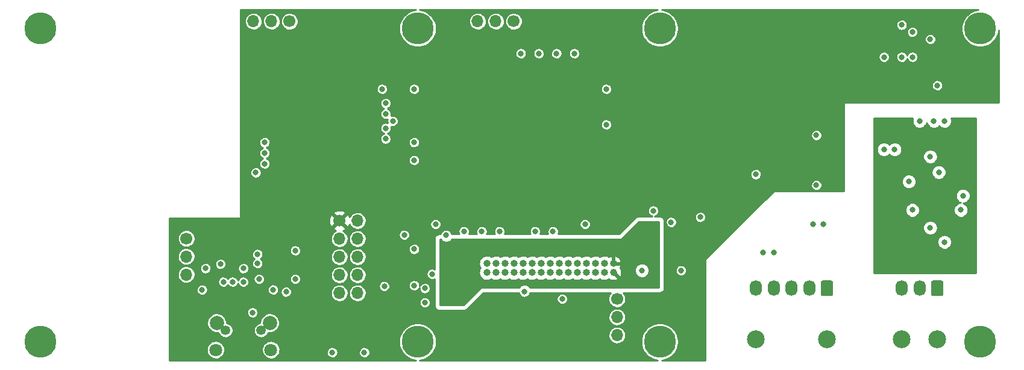
<source format=gbr>
G04 #@! TF.GenerationSoftware,KiCad,Pcbnew,6.0.0-unknown-772dff7~100~ubuntu18.04.1*
G04 #@! TF.CreationDate,2019-07-09T14:46:37+08:00*
G04 #@! TF.ProjectId,backpack,6261636b-7061-4636-9b2e-6b696361645f,rev?*
G04 #@! TF.SameCoordinates,Original*
G04 #@! TF.FileFunction,Copper,L3,Inr*
G04 #@! TF.FilePolarity,Positive*
%FSLAX46Y46*%
G04 Gerber Fmt 4.6, Leading zero omitted, Abs format (unit mm)*
G04 Created by KiCad (PCBNEW 6.0.0-unknown-772dff7~100~ubuntu18.04.1) date 2019-07-09 14:46:37*
%MOMM*%
%LPD*%
G04 APERTURE LIST*
%ADD10O,1.000000X1.000000*%
%ADD11C,1.000000*%
%ADD12O,1.700000X1.700000*%
%ADD13C,1.700000*%
%ADD14C,1.350000*%
%ADD15C,1.800000*%
%ADD16C,2.000000*%
%ADD17C,2.500000*%
%ADD18O,1.700000X2.200000*%
%ADD19C,0.100000*%
%ADD20C,4.500000*%
%ADD21C,0.800000*%
%ADD22C,0.254000*%
G04 APERTURE END LIST*
D10*
X145720000Y-106000000D03*
X145720000Y-107270000D03*
X146990000Y-106000000D03*
X146990000Y-107270000D03*
X148260000Y-106000000D03*
X148260000Y-107270000D03*
X149530000Y-106000000D03*
X149530000Y-107270000D03*
X150800000Y-106000000D03*
X150800000Y-107270000D03*
X152070000Y-106000000D03*
X152070000Y-107270000D03*
X153340000Y-106000000D03*
X153340000Y-107270000D03*
X154610000Y-106000000D03*
X154610000Y-107270000D03*
X155880000Y-106000000D03*
X155880000Y-107270000D03*
X157150000Y-106000000D03*
X157150000Y-107270000D03*
X158420000Y-106000000D03*
X158420000Y-107270000D03*
X159690000Y-106000000D03*
X159690000Y-107270000D03*
X160960000Y-106000000D03*
X160960000Y-107270000D03*
X162230000Y-106000000D03*
X162230000Y-107270000D03*
X163500000Y-106000000D03*
D11*
X163500000Y-107270000D03*
D12*
X164000000Y-116080000D03*
X164000000Y-113540000D03*
D13*
X164000000Y-111000000D03*
D12*
X127540000Y-110160000D03*
X125000000Y-110160000D03*
X127540000Y-107620000D03*
X125000000Y-107620000D03*
X127540000Y-105080000D03*
X125000000Y-105080000D03*
X127540000Y-102540000D03*
X125000000Y-102540000D03*
X127540000Y-100000000D03*
D13*
X125000000Y-100000000D03*
D12*
X112920000Y-72000000D03*
X115460000Y-72000000D03*
D13*
X118000000Y-72000000D03*
D12*
X144420000Y-72000000D03*
X146960000Y-72000000D03*
D13*
X149500000Y-72000000D03*
D14*
X114000000Y-115400000D03*
X109000000Y-115400000D03*
D15*
X115375000Y-118150000D03*
X107625000Y-118150000D03*
D16*
X115225000Y-114350000D03*
X107775000Y-114350000D03*
D12*
X103500000Y-107580000D03*
X103500000Y-105040000D03*
D13*
X103500000Y-102500000D03*
D17*
X204000000Y-116680000D03*
X209000000Y-116680000D03*
D18*
X204000000Y-109500000D03*
X206500000Y-109500000D03*
D19*
G36*
X209695671Y-108419030D02*
G01*
X209776777Y-108473223D01*
X209830970Y-108554329D01*
X209850000Y-108650000D01*
X209850000Y-110350000D01*
X209830970Y-110445671D01*
X209776777Y-110526777D01*
X209695671Y-110580970D01*
X209600000Y-110600000D01*
X208400000Y-110600000D01*
X208304329Y-110580970D01*
X208223223Y-110526777D01*
X208169030Y-110445671D01*
X208150000Y-110350000D01*
X208150000Y-108650000D01*
X208169030Y-108554329D01*
X208223223Y-108473223D01*
X208304329Y-108419030D01*
X208400000Y-108400000D01*
X209600000Y-108400000D01*
X209695671Y-108419030D01*
X209695671Y-108419030D01*
G37*
D13*
X209000000Y-109500000D03*
D20*
X170000000Y-117000000D03*
X136000000Y-117000000D03*
X170000000Y-73000000D03*
X136000000Y-73000000D03*
D17*
X183500000Y-116680000D03*
X193500000Y-116680000D03*
D18*
X183500000Y-109500000D03*
X186000000Y-109500000D03*
X188500000Y-109500000D03*
X191000000Y-109500000D03*
D19*
G36*
X194195671Y-108419030D02*
G01*
X194276777Y-108473223D01*
X194330970Y-108554329D01*
X194350000Y-108650000D01*
X194350000Y-110350000D01*
X194330970Y-110445671D01*
X194276777Y-110526777D01*
X194195671Y-110580970D01*
X194100000Y-110600000D01*
X192900000Y-110600000D01*
X192804329Y-110580970D01*
X192723223Y-110526777D01*
X192669030Y-110445671D01*
X192650000Y-110350000D01*
X192650000Y-108650000D01*
X192669030Y-108554329D01*
X192723223Y-108473223D01*
X192804329Y-108419030D01*
X192900000Y-108400000D01*
X194100000Y-108400000D01*
X194195671Y-108419030D01*
X194195671Y-108419030D01*
G37*
D13*
X193500000Y-109500000D03*
D20*
X215000000Y-117000000D03*
X215000000Y-73000000D03*
X83000000Y-117000000D03*
X83000000Y-73000000D03*
D21*
X186000000Y-104500000D03*
X184500000Y-104500000D03*
X206500000Y-86000000D03*
X208000000Y-101000000D03*
X205500000Y-98500000D03*
X208000000Y-91000000D03*
X212500000Y-104500000D03*
X210000000Y-103000000D03*
X210800000Y-93200000D03*
X211500000Y-88100000D03*
X209200000Y-93200000D03*
X212300000Y-98500000D03*
X212600000Y-96500000D03*
X205000000Y-94500000D03*
X210000000Y-86000000D03*
X208500000Y-86000000D03*
X193000000Y-100500000D03*
X191500000Y-100500000D03*
X203000000Y-90000000D03*
X201500000Y-90000000D03*
X195000000Y-91000000D03*
X212000000Y-76500000D03*
X210500000Y-81000000D03*
X209000000Y-81000000D03*
X208000000Y-74500000D03*
X201500000Y-77000000D03*
X204000000Y-72500000D03*
X204000000Y-77000000D03*
X205500000Y-73500000D03*
X205500000Y-77000000D03*
X169100000Y-98600000D03*
X194500000Y-93000000D03*
X192000000Y-88000000D03*
X192000000Y-95000000D03*
X183500000Y-93500000D03*
X175700000Y-99500000D03*
X168500000Y-100500000D03*
X169000000Y-107000000D03*
X167500000Y-107000000D03*
X113250000Y-93250000D03*
X135500000Y-81500000D03*
X114500000Y-92000000D03*
X114500000Y-99000000D03*
X116000000Y-97500000D03*
X114500000Y-90500000D03*
X114500000Y-89000000D03*
X131000000Y-81500000D03*
X131500000Y-83500000D03*
X131500000Y-88500000D03*
X131500000Y-85000000D03*
X132500000Y-86000000D03*
X131500000Y-87000000D03*
X137000000Y-111500000D03*
X141200000Y-103300000D03*
X137000000Y-109500000D03*
X138000000Y-107500000D03*
X138500000Y-100500000D03*
X135500000Y-104000000D03*
X135500000Y-109100000D03*
X160250000Y-110500000D03*
X161500000Y-111000000D03*
X159000000Y-111000000D03*
X159500000Y-100500000D03*
X155000000Y-101500000D03*
X152500000Y-101500000D03*
X147500000Y-101500000D03*
X142500000Y-101500000D03*
X135500000Y-91500000D03*
X135500000Y-89000000D03*
X135500000Y-84000000D03*
X150500000Y-76500000D03*
X153000000Y-76500000D03*
X155500000Y-76500000D03*
X158000000Y-76500000D03*
X162500000Y-81500000D03*
X162500000Y-86500000D03*
X145000000Y-101500000D03*
X156300000Y-111000000D03*
X171600000Y-100200000D03*
X172900000Y-97800000D03*
X134100000Y-102000000D03*
X131300000Y-109200000D03*
X134000000Y-111000000D03*
X151000000Y-110000000D03*
X140000000Y-102000000D03*
X141500000Y-110000000D03*
X173000000Y-107000000D03*
X154000000Y-113000000D03*
X154000000Y-109000000D03*
X106200000Y-106700000D03*
X105712500Y-109712500D03*
X108300000Y-106100000D03*
X113500000Y-104700000D03*
X113500000Y-106000000D03*
X108700000Y-108600000D03*
X113700000Y-108200000D03*
X111500000Y-108600000D03*
X118800000Y-104200000D03*
X118800000Y-108200000D03*
X115700000Y-109700000D03*
X110000000Y-108600000D03*
X111500000Y-106700000D03*
X117500000Y-110000000D03*
X124000000Y-118500000D03*
X128500000Y-118500000D03*
X112800000Y-112900000D03*
D22*
G36*
X169873000Y-109373000D02*
G01*
X151821811Y-109373000D01*
X151809982Y-109357584D01*
X151642416Y-109190018D01*
X151616113Y-109169836D01*
X151410887Y-109051349D01*
X151380257Y-109038661D01*
X151151357Y-108977327D01*
X151118487Y-108973000D01*
X150881513Y-108973000D01*
X150848643Y-108977327D01*
X150619743Y-109038661D01*
X150589113Y-109051349D01*
X150383887Y-109169836D01*
X150357584Y-109190018D01*
X150190018Y-109357584D01*
X150178189Y-109373000D01*
X145000000Y-109373000D01*
X144910197Y-109410197D01*
X142447394Y-111873000D01*
X139127000Y-111873000D01*
X139127000Y-106042456D01*
X144589217Y-106042456D01*
X144590471Y-106068093D01*
X144620850Y-106268963D01*
X144627233Y-106293825D01*
X144697382Y-106484485D01*
X144708635Y-106507556D01*
X144787026Y-106633987D01*
X144767229Y-106659509D01*
X144753627Y-106681276D01*
X144663932Y-106863558D01*
X144654985Y-106887617D01*
X144603776Y-107084212D01*
X144599849Y-107109579D01*
X144589217Y-107312456D01*
X144590471Y-107338093D01*
X144620850Y-107538963D01*
X144627233Y-107563825D01*
X144697382Y-107754485D01*
X144708635Y-107777556D01*
X144815689Y-107950216D01*
X144831350Y-107970552D01*
X144970935Y-108118159D01*
X144990366Y-108134931D01*
X145156780Y-108251456D01*
X145179187Y-108263979D01*
X145365634Y-108344661D01*
X145396642Y-108353611D01*
X145667259Y-108395505D01*
X145686688Y-108397000D01*
X145770770Y-108397000D01*
X145783604Y-108396350D01*
X145934949Y-108380977D01*
X145960094Y-108375815D01*
X146153952Y-108315063D01*
X146177543Y-108304952D01*
X146355227Y-108206461D01*
X146358887Y-108203917D01*
X146426779Y-108251456D01*
X146449187Y-108263979D01*
X146635634Y-108344661D01*
X146666642Y-108353611D01*
X146937259Y-108395505D01*
X146956688Y-108397000D01*
X147040770Y-108397000D01*
X147053604Y-108396350D01*
X147204949Y-108380977D01*
X147230094Y-108375815D01*
X147423952Y-108315063D01*
X147447543Y-108304952D01*
X147625227Y-108206461D01*
X147628887Y-108203917D01*
X147696779Y-108251456D01*
X147719187Y-108263979D01*
X147905634Y-108344661D01*
X147936642Y-108353611D01*
X148207259Y-108395505D01*
X148226688Y-108397000D01*
X148310770Y-108397000D01*
X148323604Y-108396350D01*
X148474949Y-108380977D01*
X148500094Y-108375815D01*
X148693952Y-108315063D01*
X148717543Y-108304952D01*
X148895227Y-108206461D01*
X148898887Y-108203917D01*
X148966779Y-108251456D01*
X148989187Y-108263979D01*
X149175634Y-108344661D01*
X149206642Y-108353611D01*
X149477259Y-108395505D01*
X149496688Y-108397000D01*
X149580770Y-108397000D01*
X149593604Y-108396350D01*
X149744949Y-108380977D01*
X149770094Y-108375815D01*
X149963952Y-108315063D01*
X149987543Y-108304952D01*
X150165227Y-108206461D01*
X150168887Y-108203917D01*
X150236779Y-108251456D01*
X150259187Y-108263979D01*
X150445634Y-108344661D01*
X150476642Y-108353611D01*
X150747259Y-108395505D01*
X150766688Y-108397000D01*
X150850770Y-108397000D01*
X150863604Y-108396350D01*
X151014949Y-108380977D01*
X151040094Y-108375815D01*
X151233952Y-108315063D01*
X151257543Y-108304952D01*
X151435227Y-108206461D01*
X151438887Y-108203917D01*
X151506779Y-108251456D01*
X151529187Y-108263979D01*
X151715634Y-108344661D01*
X151746642Y-108353611D01*
X152017259Y-108395505D01*
X152036688Y-108397000D01*
X152120770Y-108397000D01*
X152133604Y-108396350D01*
X152284949Y-108380977D01*
X152310094Y-108375815D01*
X152503952Y-108315063D01*
X152527543Y-108304952D01*
X152705227Y-108206461D01*
X152708887Y-108203917D01*
X152776779Y-108251456D01*
X152799187Y-108263979D01*
X152985634Y-108344661D01*
X153016642Y-108353611D01*
X153287259Y-108395505D01*
X153306688Y-108397000D01*
X153390770Y-108397000D01*
X153403604Y-108396350D01*
X153554949Y-108380977D01*
X153580094Y-108375815D01*
X153773952Y-108315063D01*
X153797543Y-108304952D01*
X153975227Y-108206461D01*
X153978887Y-108203917D01*
X154046779Y-108251456D01*
X154069187Y-108263979D01*
X154255634Y-108344661D01*
X154286642Y-108353611D01*
X154557259Y-108395505D01*
X154576688Y-108397000D01*
X154660770Y-108397000D01*
X154673604Y-108396350D01*
X154824949Y-108380977D01*
X154850094Y-108375815D01*
X155043952Y-108315063D01*
X155067543Y-108304952D01*
X155245227Y-108206461D01*
X155248887Y-108203917D01*
X155316779Y-108251456D01*
X155339187Y-108263979D01*
X155525634Y-108344661D01*
X155556642Y-108353611D01*
X155827259Y-108395505D01*
X155846688Y-108397000D01*
X155930770Y-108397000D01*
X155943604Y-108396350D01*
X156094949Y-108380977D01*
X156120094Y-108375815D01*
X156313952Y-108315063D01*
X156337543Y-108304952D01*
X156515227Y-108206461D01*
X156518887Y-108203917D01*
X156586779Y-108251456D01*
X156609187Y-108263979D01*
X156795634Y-108344661D01*
X156826642Y-108353611D01*
X157097259Y-108395505D01*
X157116688Y-108397000D01*
X157200770Y-108397000D01*
X157213604Y-108396350D01*
X157364949Y-108380977D01*
X157390094Y-108375815D01*
X157583952Y-108315063D01*
X157607543Y-108304952D01*
X157785227Y-108206461D01*
X157788887Y-108203917D01*
X157856779Y-108251456D01*
X157879187Y-108263979D01*
X158065634Y-108344661D01*
X158096642Y-108353611D01*
X158367259Y-108395505D01*
X158386688Y-108397000D01*
X158470770Y-108397000D01*
X158483604Y-108396350D01*
X158634949Y-108380977D01*
X158660094Y-108375815D01*
X158853952Y-108315063D01*
X158877543Y-108304952D01*
X159055227Y-108206461D01*
X159058887Y-108203917D01*
X159126779Y-108251456D01*
X159149187Y-108263979D01*
X159335634Y-108344661D01*
X159366642Y-108353611D01*
X159637259Y-108395505D01*
X159656688Y-108397000D01*
X159740770Y-108397000D01*
X159753604Y-108396350D01*
X159904949Y-108380977D01*
X159930094Y-108375815D01*
X160123952Y-108315063D01*
X160147543Y-108304952D01*
X160325227Y-108206461D01*
X160328887Y-108203917D01*
X160396779Y-108251456D01*
X160419187Y-108263979D01*
X160605634Y-108344661D01*
X160636642Y-108353611D01*
X160907259Y-108395505D01*
X160926688Y-108397000D01*
X161010770Y-108397000D01*
X161023604Y-108396350D01*
X161174949Y-108380977D01*
X161200094Y-108375815D01*
X161393952Y-108315063D01*
X161417543Y-108304952D01*
X161595227Y-108206461D01*
X161598887Y-108203917D01*
X161666779Y-108251456D01*
X161689187Y-108263979D01*
X161875634Y-108344661D01*
X161906642Y-108353611D01*
X162177259Y-108395505D01*
X162196688Y-108397000D01*
X162280770Y-108397000D01*
X162293604Y-108396350D01*
X162444949Y-108380977D01*
X162470094Y-108375815D01*
X162663952Y-108315063D01*
X162687543Y-108304952D01*
X162861527Y-108208512D01*
X162933378Y-108258449D01*
X162955014Y-108270541D01*
X163136160Y-108349681D01*
X163159732Y-108357340D01*
X163352799Y-108399789D01*
X163377411Y-108402724D01*
X163575047Y-108406864D01*
X163599761Y-108404963D01*
X163794437Y-108370636D01*
X163818309Y-108363970D01*
X164002609Y-108292485D01*
X164024732Y-108281310D01*
X164078682Y-108247073D01*
X164125853Y-108193261D01*
X164136442Y-108122489D01*
X164100436Y-108050040D01*
X163356658Y-107306262D01*
X163360669Y-107229727D01*
X163500000Y-107090396D01*
X164282128Y-107872524D01*
X164344935Y-107906819D01*
X164416313Y-107901714D01*
X164475711Y-107855924D01*
X164484471Y-107843505D01*
X164496711Y-107821958D01*
X164577115Y-107641370D01*
X164584939Y-107617850D01*
X164628734Y-107425083D01*
X164631878Y-107398720D01*
X164635031Y-107172934D01*
X164632624Y-107146493D01*
X164594228Y-106952578D01*
X164587064Y-106928850D01*
X164567553Y-106881513D01*
X166473000Y-106881513D01*
X166473000Y-107118487D01*
X166477327Y-107151357D01*
X166538661Y-107380257D01*
X166551349Y-107410887D01*
X166669836Y-107616113D01*
X166690018Y-107642416D01*
X166857584Y-107809982D01*
X166883887Y-107830164D01*
X167089113Y-107948651D01*
X167119743Y-107961339D01*
X167348643Y-108022673D01*
X167381513Y-108027000D01*
X167618487Y-108027000D01*
X167651357Y-108022673D01*
X167880257Y-107961339D01*
X167910887Y-107948651D01*
X168116113Y-107830164D01*
X168142416Y-107809982D01*
X168309982Y-107642416D01*
X168330164Y-107616113D01*
X168448651Y-107410887D01*
X168461339Y-107380257D01*
X168522673Y-107151357D01*
X168527000Y-107118487D01*
X168527000Y-106881513D01*
X168522673Y-106848643D01*
X168461339Y-106619743D01*
X168448651Y-106589113D01*
X168330164Y-106383887D01*
X168309982Y-106357584D01*
X168142416Y-106190018D01*
X168116113Y-106169836D01*
X167910887Y-106051349D01*
X167880257Y-106038661D01*
X167651357Y-105977327D01*
X167618487Y-105973000D01*
X167381513Y-105973000D01*
X167348643Y-105977327D01*
X167119743Y-106038661D01*
X167089113Y-106051349D01*
X166883887Y-106169836D01*
X166857584Y-106190018D01*
X166690018Y-106357584D01*
X166669836Y-106383887D01*
X166551349Y-106589113D01*
X166538661Y-106619743D01*
X166477327Y-106848643D01*
X166473000Y-106881513D01*
X164567553Y-106881513D01*
X164511734Y-106746087D01*
X164500098Y-106724202D01*
X164443345Y-106638782D01*
X164451428Y-106626798D01*
X164545449Y-106452910D01*
X164555055Y-106430060D01*
X164597929Y-106291554D01*
X164598973Y-106220002D01*
X164561167Y-106159244D01*
X164476608Y-106127000D01*
X163373000Y-106127000D01*
X163373000Y-105023702D01*
X163372803Y-105023028D01*
X163627000Y-105023028D01*
X163627000Y-105746000D01*
X163647161Y-105814661D01*
X163701242Y-105861523D01*
X163754000Y-105873000D01*
X164476039Y-105873000D01*
X164544700Y-105852839D01*
X164591562Y-105798758D01*
X164597872Y-105710143D01*
X164560956Y-105584713D01*
X164551671Y-105561731D01*
X164460087Y-105386547D01*
X164446515Y-105365808D01*
X164322649Y-105211749D01*
X164305307Y-105194039D01*
X164153876Y-105066974D01*
X164133425Y-105052971D01*
X163960198Y-104957738D01*
X163937416Y-104947974D01*
X163792401Y-104901973D01*
X163720857Y-104900429D01*
X163659836Y-104937809D01*
X163627000Y-105023028D01*
X163372803Y-105023028D01*
X163352839Y-104955041D01*
X163298758Y-104908179D01*
X163209292Y-104902123D01*
X163077315Y-104941970D01*
X163054401Y-104951414D01*
X162879860Y-105044218D01*
X162859214Y-105057935D01*
X162854716Y-105061604D01*
X162793220Y-105018544D01*
X162770813Y-105006021D01*
X162584366Y-104925339D01*
X162553358Y-104916389D01*
X162282741Y-104874495D01*
X162263312Y-104873000D01*
X162179230Y-104873000D01*
X162166396Y-104873650D01*
X162015051Y-104889023D01*
X161989906Y-104894185D01*
X161796048Y-104954937D01*
X161772457Y-104965048D01*
X161594773Y-105063539D01*
X161591113Y-105066083D01*
X161523221Y-105018544D01*
X161500813Y-105006021D01*
X161314366Y-104925339D01*
X161283358Y-104916389D01*
X161012741Y-104874495D01*
X160993312Y-104873000D01*
X160909230Y-104873000D01*
X160896396Y-104873650D01*
X160745051Y-104889023D01*
X160719906Y-104894185D01*
X160526048Y-104954937D01*
X160502457Y-104965048D01*
X160324773Y-105063539D01*
X160321113Y-105066083D01*
X160253221Y-105018544D01*
X160230813Y-105006021D01*
X160044366Y-104925339D01*
X160013358Y-104916389D01*
X159742741Y-104874495D01*
X159723312Y-104873000D01*
X159639230Y-104873000D01*
X159626396Y-104873650D01*
X159475051Y-104889023D01*
X159449906Y-104894185D01*
X159256048Y-104954937D01*
X159232457Y-104965048D01*
X159054773Y-105063539D01*
X159051113Y-105066083D01*
X158983221Y-105018544D01*
X158960813Y-105006021D01*
X158774366Y-104925339D01*
X158743358Y-104916389D01*
X158472741Y-104874495D01*
X158453312Y-104873000D01*
X158369230Y-104873000D01*
X158356396Y-104873650D01*
X158205051Y-104889023D01*
X158179906Y-104894185D01*
X157986048Y-104954937D01*
X157962457Y-104965048D01*
X157784773Y-105063539D01*
X157781113Y-105066083D01*
X157713221Y-105018544D01*
X157690813Y-105006021D01*
X157504366Y-104925339D01*
X157473358Y-104916389D01*
X157202741Y-104874495D01*
X157183312Y-104873000D01*
X157099230Y-104873000D01*
X157086396Y-104873650D01*
X156935051Y-104889023D01*
X156909906Y-104894185D01*
X156716048Y-104954937D01*
X156692457Y-104965048D01*
X156514773Y-105063539D01*
X156511113Y-105066083D01*
X156443221Y-105018544D01*
X156420813Y-105006021D01*
X156234366Y-104925339D01*
X156203358Y-104916389D01*
X155932741Y-104874495D01*
X155913312Y-104873000D01*
X155829230Y-104873000D01*
X155816396Y-104873650D01*
X155665051Y-104889023D01*
X155639906Y-104894185D01*
X155446048Y-104954937D01*
X155422457Y-104965048D01*
X155244773Y-105063539D01*
X155241113Y-105066083D01*
X155173221Y-105018544D01*
X155150813Y-105006021D01*
X154964366Y-104925339D01*
X154933358Y-104916389D01*
X154662741Y-104874495D01*
X154643312Y-104873000D01*
X154559230Y-104873000D01*
X154546396Y-104873650D01*
X154395051Y-104889023D01*
X154369906Y-104894185D01*
X154176048Y-104954937D01*
X154152457Y-104965048D01*
X153974773Y-105063539D01*
X153971113Y-105066083D01*
X153903221Y-105018544D01*
X153880813Y-105006021D01*
X153694366Y-104925339D01*
X153663358Y-104916389D01*
X153392741Y-104874495D01*
X153373312Y-104873000D01*
X153289230Y-104873000D01*
X153276396Y-104873650D01*
X153125051Y-104889023D01*
X153099906Y-104894185D01*
X152906048Y-104954937D01*
X152882457Y-104965048D01*
X152704773Y-105063539D01*
X152701113Y-105066083D01*
X152633221Y-105018544D01*
X152610813Y-105006021D01*
X152424366Y-104925339D01*
X152393358Y-104916389D01*
X152122741Y-104874495D01*
X152103312Y-104873000D01*
X152019230Y-104873000D01*
X152006396Y-104873650D01*
X151855051Y-104889023D01*
X151829906Y-104894185D01*
X151636048Y-104954937D01*
X151612457Y-104965048D01*
X151434773Y-105063539D01*
X151431113Y-105066083D01*
X151363221Y-105018544D01*
X151340813Y-105006021D01*
X151154366Y-104925339D01*
X151123358Y-104916389D01*
X150852741Y-104874495D01*
X150833312Y-104873000D01*
X150749230Y-104873000D01*
X150736396Y-104873650D01*
X150585051Y-104889023D01*
X150559906Y-104894185D01*
X150366048Y-104954937D01*
X150342457Y-104965048D01*
X150164773Y-105063539D01*
X150161113Y-105066083D01*
X150093221Y-105018544D01*
X150070813Y-105006021D01*
X149884366Y-104925339D01*
X149853358Y-104916389D01*
X149582741Y-104874495D01*
X149563312Y-104873000D01*
X149479230Y-104873000D01*
X149466396Y-104873650D01*
X149315051Y-104889023D01*
X149289906Y-104894185D01*
X149096048Y-104954937D01*
X149072457Y-104965048D01*
X148894773Y-105063539D01*
X148891113Y-105066083D01*
X148823221Y-105018544D01*
X148800813Y-105006021D01*
X148614366Y-104925339D01*
X148583358Y-104916389D01*
X148312741Y-104874495D01*
X148293312Y-104873000D01*
X148209230Y-104873000D01*
X148196396Y-104873650D01*
X148045051Y-104889023D01*
X148019906Y-104894185D01*
X147826048Y-104954937D01*
X147802457Y-104965048D01*
X147624773Y-105063539D01*
X147621113Y-105066083D01*
X147553221Y-105018544D01*
X147530813Y-105006021D01*
X147344366Y-104925339D01*
X147313358Y-104916389D01*
X147042741Y-104874495D01*
X147023312Y-104873000D01*
X146939230Y-104873000D01*
X146926396Y-104873650D01*
X146775051Y-104889023D01*
X146749906Y-104894185D01*
X146556048Y-104954937D01*
X146532457Y-104965048D01*
X146354773Y-105063539D01*
X146351113Y-105066083D01*
X146283221Y-105018544D01*
X146260813Y-105006021D01*
X146074366Y-104925339D01*
X146043358Y-104916389D01*
X145772741Y-104874495D01*
X145753312Y-104873000D01*
X145669230Y-104873000D01*
X145656396Y-104873650D01*
X145505051Y-104889023D01*
X145479906Y-104894185D01*
X145286048Y-104954937D01*
X145262457Y-104965048D01*
X145084773Y-105063539D01*
X145063694Y-105078189D01*
X144909445Y-105210397D01*
X144891744Y-105228985D01*
X144767229Y-105389509D01*
X144753627Y-105411276D01*
X144663932Y-105593558D01*
X144654985Y-105617617D01*
X144603776Y-105814212D01*
X144599849Y-105839579D01*
X144589217Y-106042456D01*
X139127000Y-106042456D01*
X139127000Y-102627000D01*
X139178189Y-102627000D01*
X139190018Y-102642416D01*
X139357584Y-102809982D01*
X139383887Y-102830164D01*
X139589113Y-102948651D01*
X139619743Y-102961339D01*
X139848643Y-103022673D01*
X139881513Y-103027000D01*
X140118487Y-103027000D01*
X140151357Y-103022673D01*
X140380257Y-102961339D01*
X140410887Y-102948651D01*
X140616113Y-102830164D01*
X140642416Y-102809982D01*
X140809982Y-102642416D01*
X140821811Y-102627000D01*
X164500000Y-102627000D01*
X164589803Y-102589803D01*
X167052606Y-100127000D01*
X169873000Y-100127000D01*
X169873000Y-109373000D01*
X169873000Y-109373000D01*
G37*
X169873000Y-109373000D02*
X151821811Y-109373000D01*
X151809982Y-109357584D01*
X151642416Y-109190018D01*
X151616113Y-109169836D01*
X151410887Y-109051349D01*
X151380257Y-109038661D01*
X151151357Y-108977327D01*
X151118487Y-108973000D01*
X150881513Y-108973000D01*
X150848643Y-108977327D01*
X150619743Y-109038661D01*
X150589113Y-109051349D01*
X150383887Y-109169836D01*
X150357584Y-109190018D01*
X150190018Y-109357584D01*
X150178189Y-109373000D01*
X145000000Y-109373000D01*
X144910197Y-109410197D01*
X142447394Y-111873000D01*
X139127000Y-111873000D01*
X139127000Y-106042456D01*
X144589217Y-106042456D01*
X144590471Y-106068093D01*
X144620850Y-106268963D01*
X144627233Y-106293825D01*
X144697382Y-106484485D01*
X144708635Y-106507556D01*
X144787026Y-106633987D01*
X144767229Y-106659509D01*
X144753627Y-106681276D01*
X144663932Y-106863558D01*
X144654985Y-106887617D01*
X144603776Y-107084212D01*
X144599849Y-107109579D01*
X144589217Y-107312456D01*
X144590471Y-107338093D01*
X144620850Y-107538963D01*
X144627233Y-107563825D01*
X144697382Y-107754485D01*
X144708635Y-107777556D01*
X144815689Y-107950216D01*
X144831350Y-107970552D01*
X144970935Y-108118159D01*
X144990366Y-108134931D01*
X145156780Y-108251456D01*
X145179187Y-108263979D01*
X145365634Y-108344661D01*
X145396642Y-108353611D01*
X145667259Y-108395505D01*
X145686688Y-108397000D01*
X145770770Y-108397000D01*
X145783604Y-108396350D01*
X145934949Y-108380977D01*
X145960094Y-108375815D01*
X146153952Y-108315063D01*
X146177543Y-108304952D01*
X146355227Y-108206461D01*
X146358887Y-108203917D01*
X146426779Y-108251456D01*
X146449187Y-108263979D01*
X146635634Y-108344661D01*
X146666642Y-108353611D01*
X146937259Y-108395505D01*
X146956688Y-108397000D01*
X147040770Y-108397000D01*
X147053604Y-108396350D01*
X147204949Y-108380977D01*
X147230094Y-108375815D01*
X147423952Y-108315063D01*
X147447543Y-108304952D01*
X147625227Y-108206461D01*
X147628887Y-108203917D01*
X147696779Y-108251456D01*
X147719187Y-108263979D01*
X147905634Y-108344661D01*
X147936642Y-108353611D01*
X148207259Y-108395505D01*
X148226688Y-108397000D01*
X148310770Y-108397000D01*
X148323604Y-108396350D01*
X148474949Y-108380977D01*
X148500094Y-108375815D01*
X148693952Y-108315063D01*
X148717543Y-108304952D01*
X148895227Y-108206461D01*
X148898887Y-108203917D01*
X148966779Y-108251456D01*
X148989187Y-108263979D01*
X149175634Y-108344661D01*
X149206642Y-108353611D01*
X149477259Y-108395505D01*
X149496688Y-108397000D01*
X149580770Y-108397000D01*
X149593604Y-108396350D01*
X149744949Y-108380977D01*
X149770094Y-108375815D01*
X149963952Y-108315063D01*
X149987543Y-108304952D01*
X150165227Y-108206461D01*
X150168887Y-108203917D01*
X150236779Y-108251456D01*
X150259187Y-108263979D01*
X150445634Y-108344661D01*
X150476642Y-108353611D01*
X150747259Y-108395505D01*
X150766688Y-108397000D01*
X150850770Y-108397000D01*
X150863604Y-108396350D01*
X151014949Y-108380977D01*
X151040094Y-108375815D01*
X151233952Y-108315063D01*
X151257543Y-108304952D01*
X151435227Y-108206461D01*
X151438887Y-108203917D01*
X151506779Y-108251456D01*
X151529187Y-108263979D01*
X151715634Y-108344661D01*
X151746642Y-108353611D01*
X152017259Y-108395505D01*
X152036688Y-108397000D01*
X152120770Y-108397000D01*
X152133604Y-108396350D01*
X152284949Y-108380977D01*
X152310094Y-108375815D01*
X152503952Y-108315063D01*
X152527543Y-108304952D01*
X152705227Y-108206461D01*
X152708887Y-108203917D01*
X152776779Y-108251456D01*
X152799187Y-108263979D01*
X152985634Y-108344661D01*
X153016642Y-108353611D01*
X153287259Y-108395505D01*
X153306688Y-108397000D01*
X153390770Y-108397000D01*
X153403604Y-108396350D01*
X153554949Y-108380977D01*
X153580094Y-108375815D01*
X153773952Y-108315063D01*
X153797543Y-108304952D01*
X153975227Y-108206461D01*
X153978887Y-108203917D01*
X154046779Y-108251456D01*
X154069187Y-108263979D01*
X154255634Y-108344661D01*
X154286642Y-108353611D01*
X154557259Y-108395505D01*
X154576688Y-108397000D01*
X154660770Y-108397000D01*
X154673604Y-108396350D01*
X154824949Y-108380977D01*
X154850094Y-108375815D01*
X155043952Y-108315063D01*
X155067543Y-108304952D01*
X155245227Y-108206461D01*
X155248887Y-108203917D01*
X155316779Y-108251456D01*
X155339187Y-108263979D01*
X155525634Y-108344661D01*
X155556642Y-108353611D01*
X155827259Y-108395505D01*
X155846688Y-108397000D01*
X155930770Y-108397000D01*
X155943604Y-108396350D01*
X156094949Y-108380977D01*
X156120094Y-108375815D01*
X156313952Y-108315063D01*
X156337543Y-108304952D01*
X156515227Y-108206461D01*
X156518887Y-108203917D01*
X156586779Y-108251456D01*
X156609187Y-108263979D01*
X156795634Y-108344661D01*
X156826642Y-108353611D01*
X157097259Y-108395505D01*
X157116688Y-108397000D01*
X157200770Y-108397000D01*
X157213604Y-108396350D01*
X157364949Y-108380977D01*
X157390094Y-108375815D01*
X157583952Y-108315063D01*
X157607543Y-108304952D01*
X157785227Y-108206461D01*
X157788887Y-108203917D01*
X157856779Y-108251456D01*
X157879187Y-108263979D01*
X158065634Y-108344661D01*
X158096642Y-108353611D01*
X158367259Y-108395505D01*
X158386688Y-108397000D01*
X158470770Y-108397000D01*
X158483604Y-108396350D01*
X158634949Y-108380977D01*
X158660094Y-108375815D01*
X158853952Y-108315063D01*
X158877543Y-108304952D01*
X159055227Y-108206461D01*
X159058887Y-108203917D01*
X159126779Y-108251456D01*
X159149187Y-108263979D01*
X159335634Y-108344661D01*
X159366642Y-108353611D01*
X159637259Y-108395505D01*
X159656688Y-108397000D01*
X159740770Y-108397000D01*
X159753604Y-108396350D01*
X159904949Y-108380977D01*
X159930094Y-108375815D01*
X160123952Y-108315063D01*
X160147543Y-108304952D01*
X160325227Y-108206461D01*
X160328887Y-108203917D01*
X160396779Y-108251456D01*
X160419187Y-108263979D01*
X160605634Y-108344661D01*
X160636642Y-108353611D01*
X160907259Y-108395505D01*
X160926688Y-108397000D01*
X161010770Y-108397000D01*
X161023604Y-108396350D01*
X161174949Y-108380977D01*
X161200094Y-108375815D01*
X161393952Y-108315063D01*
X161417543Y-108304952D01*
X161595227Y-108206461D01*
X161598887Y-108203917D01*
X161666779Y-108251456D01*
X161689187Y-108263979D01*
X161875634Y-108344661D01*
X161906642Y-108353611D01*
X162177259Y-108395505D01*
X162196688Y-108397000D01*
X162280770Y-108397000D01*
X162293604Y-108396350D01*
X162444949Y-108380977D01*
X162470094Y-108375815D01*
X162663952Y-108315063D01*
X162687543Y-108304952D01*
X162861527Y-108208512D01*
X162933378Y-108258449D01*
X162955014Y-108270541D01*
X163136160Y-108349681D01*
X163159732Y-108357340D01*
X163352799Y-108399789D01*
X163377411Y-108402724D01*
X163575047Y-108406864D01*
X163599761Y-108404963D01*
X163794437Y-108370636D01*
X163818309Y-108363970D01*
X164002609Y-108292485D01*
X164024732Y-108281310D01*
X164078682Y-108247073D01*
X164125853Y-108193261D01*
X164136442Y-108122489D01*
X164100436Y-108050040D01*
X163356658Y-107306262D01*
X163360669Y-107229727D01*
X163500000Y-107090396D01*
X164282128Y-107872524D01*
X164344935Y-107906819D01*
X164416313Y-107901714D01*
X164475711Y-107855924D01*
X164484471Y-107843505D01*
X164496711Y-107821958D01*
X164577115Y-107641370D01*
X164584939Y-107617850D01*
X164628734Y-107425083D01*
X164631878Y-107398720D01*
X164635031Y-107172934D01*
X164632624Y-107146493D01*
X164594228Y-106952578D01*
X164587064Y-106928850D01*
X164567553Y-106881513D01*
X166473000Y-106881513D01*
X166473000Y-107118487D01*
X166477327Y-107151357D01*
X166538661Y-107380257D01*
X166551349Y-107410887D01*
X166669836Y-107616113D01*
X166690018Y-107642416D01*
X166857584Y-107809982D01*
X166883887Y-107830164D01*
X167089113Y-107948651D01*
X167119743Y-107961339D01*
X167348643Y-108022673D01*
X167381513Y-108027000D01*
X167618487Y-108027000D01*
X167651357Y-108022673D01*
X167880257Y-107961339D01*
X167910887Y-107948651D01*
X168116113Y-107830164D01*
X168142416Y-107809982D01*
X168309982Y-107642416D01*
X168330164Y-107616113D01*
X168448651Y-107410887D01*
X168461339Y-107380257D01*
X168522673Y-107151357D01*
X168527000Y-107118487D01*
X168527000Y-106881513D01*
X168522673Y-106848643D01*
X168461339Y-106619743D01*
X168448651Y-106589113D01*
X168330164Y-106383887D01*
X168309982Y-106357584D01*
X168142416Y-106190018D01*
X168116113Y-106169836D01*
X167910887Y-106051349D01*
X167880257Y-106038661D01*
X167651357Y-105977327D01*
X167618487Y-105973000D01*
X167381513Y-105973000D01*
X167348643Y-105977327D01*
X167119743Y-106038661D01*
X167089113Y-106051349D01*
X166883887Y-106169836D01*
X166857584Y-106190018D01*
X166690018Y-106357584D01*
X166669836Y-106383887D01*
X166551349Y-106589113D01*
X166538661Y-106619743D01*
X166477327Y-106848643D01*
X166473000Y-106881513D01*
X164567553Y-106881513D01*
X164511734Y-106746087D01*
X164500098Y-106724202D01*
X164443345Y-106638782D01*
X164451428Y-106626798D01*
X164545449Y-106452910D01*
X164555055Y-106430060D01*
X164597929Y-106291554D01*
X164598973Y-106220002D01*
X164561167Y-106159244D01*
X164476608Y-106127000D01*
X163373000Y-106127000D01*
X163373000Y-105023702D01*
X163372803Y-105023028D01*
X163627000Y-105023028D01*
X163627000Y-105746000D01*
X163647161Y-105814661D01*
X163701242Y-105861523D01*
X163754000Y-105873000D01*
X164476039Y-105873000D01*
X164544700Y-105852839D01*
X164591562Y-105798758D01*
X164597872Y-105710143D01*
X164560956Y-105584713D01*
X164551671Y-105561731D01*
X164460087Y-105386547D01*
X164446515Y-105365808D01*
X164322649Y-105211749D01*
X164305307Y-105194039D01*
X164153876Y-105066974D01*
X164133425Y-105052971D01*
X163960198Y-104957738D01*
X163937416Y-104947974D01*
X163792401Y-104901973D01*
X163720857Y-104900429D01*
X163659836Y-104937809D01*
X163627000Y-105023028D01*
X163372803Y-105023028D01*
X163352839Y-104955041D01*
X163298758Y-104908179D01*
X163209292Y-104902123D01*
X163077315Y-104941970D01*
X163054401Y-104951414D01*
X162879860Y-105044218D01*
X162859214Y-105057935D01*
X162854716Y-105061604D01*
X162793220Y-105018544D01*
X162770813Y-105006021D01*
X162584366Y-104925339D01*
X162553358Y-104916389D01*
X162282741Y-104874495D01*
X162263312Y-104873000D01*
X162179230Y-104873000D01*
X162166396Y-104873650D01*
X162015051Y-104889023D01*
X161989906Y-104894185D01*
X161796048Y-104954937D01*
X161772457Y-104965048D01*
X161594773Y-105063539D01*
X161591113Y-105066083D01*
X161523221Y-105018544D01*
X161500813Y-105006021D01*
X161314366Y-104925339D01*
X161283358Y-104916389D01*
X161012741Y-104874495D01*
X160993312Y-104873000D01*
X160909230Y-104873000D01*
X160896396Y-104873650D01*
X160745051Y-104889023D01*
X160719906Y-104894185D01*
X160526048Y-104954937D01*
X160502457Y-104965048D01*
X160324773Y-105063539D01*
X160321113Y-105066083D01*
X160253221Y-105018544D01*
X160230813Y-105006021D01*
X160044366Y-104925339D01*
X160013358Y-104916389D01*
X159742741Y-104874495D01*
X159723312Y-104873000D01*
X159639230Y-104873000D01*
X159626396Y-104873650D01*
X159475051Y-104889023D01*
X159449906Y-104894185D01*
X159256048Y-104954937D01*
X159232457Y-104965048D01*
X159054773Y-105063539D01*
X159051113Y-105066083D01*
X158983221Y-105018544D01*
X158960813Y-105006021D01*
X158774366Y-104925339D01*
X158743358Y-104916389D01*
X158472741Y-104874495D01*
X158453312Y-104873000D01*
X158369230Y-104873000D01*
X158356396Y-104873650D01*
X158205051Y-104889023D01*
X158179906Y-104894185D01*
X157986048Y-104954937D01*
X157962457Y-104965048D01*
X157784773Y-105063539D01*
X157781113Y-105066083D01*
X157713221Y-105018544D01*
X157690813Y-105006021D01*
X157504366Y-104925339D01*
X157473358Y-104916389D01*
X157202741Y-104874495D01*
X157183312Y-104873000D01*
X157099230Y-104873000D01*
X157086396Y-104873650D01*
X156935051Y-104889023D01*
X156909906Y-104894185D01*
X156716048Y-104954937D01*
X156692457Y-104965048D01*
X156514773Y-105063539D01*
X156511113Y-105066083D01*
X156443221Y-105018544D01*
X156420813Y-105006021D01*
X156234366Y-104925339D01*
X156203358Y-104916389D01*
X155932741Y-104874495D01*
X155913312Y-104873000D01*
X155829230Y-104873000D01*
X155816396Y-104873650D01*
X155665051Y-104889023D01*
X155639906Y-104894185D01*
X155446048Y-104954937D01*
X155422457Y-104965048D01*
X155244773Y-105063539D01*
X155241113Y-105066083D01*
X155173221Y-105018544D01*
X155150813Y-105006021D01*
X154964366Y-104925339D01*
X154933358Y-104916389D01*
X154662741Y-104874495D01*
X154643312Y-104873000D01*
X154559230Y-104873000D01*
X154546396Y-104873650D01*
X154395051Y-104889023D01*
X154369906Y-104894185D01*
X154176048Y-104954937D01*
X154152457Y-104965048D01*
X153974773Y-105063539D01*
X153971113Y-105066083D01*
X153903221Y-105018544D01*
X153880813Y-105006021D01*
X153694366Y-104925339D01*
X153663358Y-104916389D01*
X153392741Y-104874495D01*
X153373312Y-104873000D01*
X153289230Y-104873000D01*
X153276396Y-104873650D01*
X153125051Y-104889023D01*
X153099906Y-104894185D01*
X152906048Y-104954937D01*
X152882457Y-104965048D01*
X152704773Y-105063539D01*
X152701113Y-105066083D01*
X152633221Y-105018544D01*
X152610813Y-105006021D01*
X152424366Y-104925339D01*
X152393358Y-104916389D01*
X152122741Y-104874495D01*
X152103312Y-104873000D01*
X152019230Y-104873000D01*
X152006396Y-104873650D01*
X151855051Y-104889023D01*
X151829906Y-104894185D01*
X151636048Y-104954937D01*
X151612457Y-104965048D01*
X151434773Y-105063539D01*
X151431113Y-105066083D01*
X151363221Y-105018544D01*
X151340813Y-105006021D01*
X151154366Y-104925339D01*
X151123358Y-104916389D01*
X150852741Y-104874495D01*
X150833312Y-104873000D01*
X150749230Y-104873000D01*
X150736396Y-104873650D01*
X150585051Y-104889023D01*
X150559906Y-104894185D01*
X150366048Y-104954937D01*
X150342457Y-104965048D01*
X150164773Y-105063539D01*
X150161113Y-105066083D01*
X150093221Y-105018544D01*
X150070813Y-105006021D01*
X149884366Y-104925339D01*
X149853358Y-104916389D01*
X149582741Y-104874495D01*
X149563312Y-104873000D01*
X149479230Y-104873000D01*
X149466396Y-104873650D01*
X149315051Y-104889023D01*
X149289906Y-104894185D01*
X149096048Y-104954937D01*
X149072457Y-104965048D01*
X148894773Y-105063539D01*
X148891113Y-105066083D01*
X148823221Y-105018544D01*
X148800813Y-105006021D01*
X148614366Y-104925339D01*
X148583358Y-104916389D01*
X148312741Y-104874495D01*
X148293312Y-104873000D01*
X148209230Y-104873000D01*
X148196396Y-104873650D01*
X148045051Y-104889023D01*
X148019906Y-104894185D01*
X147826048Y-104954937D01*
X147802457Y-104965048D01*
X147624773Y-105063539D01*
X147621113Y-105066083D01*
X147553221Y-105018544D01*
X147530813Y-105006021D01*
X147344366Y-104925339D01*
X147313358Y-104916389D01*
X147042741Y-104874495D01*
X147023312Y-104873000D01*
X146939230Y-104873000D01*
X146926396Y-104873650D01*
X146775051Y-104889023D01*
X146749906Y-104894185D01*
X146556048Y-104954937D01*
X146532457Y-104965048D01*
X146354773Y-105063539D01*
X146351113Y-105066083D01*
X146283221Y-105018544D01*
X146260813Y-105006021D01*
X146074366Y-104925339D01*
X146043358Y-104916389D01*
X145772741Y-104874495D01*
X145753312Y-104873000D01*
X145669230Y-104873000D01*
X145656396Y-104873650D01*
X145505051Y-104889023D01*
X145479906Y-104894185D01*
X145286048Y-104954937D01*
X145262457Y-104965048D01*
X145084773Y-105063539D01*
X145063694Y-105078189D01*
X144909445Y-105210397D01*
X144891744Y-105228985D01*
X144767229Y-105389509D01*
X144753627Y-105411276D01*
X144663932Y-105593558D01*
X144654985Y-105617617D01*
X144603776Y-105814212D01*
X144599849Y-105839579D01*
X144589217Y-106042456D01*
X139127000Y-106042456D01*
X139127000Y-102627000D01*
X139178189Y-102627000D01*
X139190018Y-102642416D01*
X139357584Y-102809982D01*
X139383887Y-102830164D01*
X139589113Y-102948651D01*
X139619743Y-102961339D01*
X139848643Y-103022673D01*
X139881513Y-103027000D01*
X140118487Y-103027000D01*
X140151357Y-103022673D01*
X140380257Y-102961339D01*
X140410887Y-102948651D01*
X140616113Y-102830164D01*
X140642416Y-102809982D01*
X140809982Y-102642416D01*
X140821811Y-102627000D01*
X164500000Y-102627000D01*
X164589803Y-102589803D01*
X167052606Y-100127000D01*
X169873000Y-100127000D01*
X169873000Y-109373000D01*
G36*
X135677571Y-70384085D02*
G01*
X135661748Y-70386083D01*
X135352253Y-70445122D01*
X135336805Y-70449089D01*
X135037149Y-70546453D01*
X135022320Y-70552324D01*
X134737230Y-70686477D01*
X134723254Y-70694160D01*
X134457226Y-70862987D01*
X134444323Y-70872362D01*
X134201553Y-71073199D01*
X134189927Y-71084116D01*
X133974242Y-71313797D01*
X133964076Y-71326086D01*
X133778878Y-71580988D01*
X133770332Y-71594454D01*
X133618543Y-71870558D01*
X133611752Y-71884989D01*
X133495765Y-72177940D01*
X133490837Y-72193108D01*
X133412480Y-72498286D01*
X133409491Y-72513953D01*
X133370002Y-72826545D01*
X133369001Y-72842462D01*
X133369001Y-73157538D01*
X133370002Y-73173455D01*
X133409491Y-73486047D01*
X133412480Y-73501714D01*
X133490837Y-73806892D01*
X133495765Y-73822060D01*
X133611752Y-74115011D01*
X133618543Y-74129442D01*
X133770332Y-74405546D01*
X133778878Y-74419012D01*
X133964076Y-74673914D01*
X133974242Y-74686203D01*
X134189927Y-74915884D01*
X134201553Y-74926801D01*
X134444323Y-75127638D01*
X134457226Y-75137013D01*
X134723254Y-75305840D01*
X134737230Y-75313523D01*
X135022320Y-75447676D01*
X135037149Y-75453547D01*
X135336805Y-75550911D01*
X135352253Y-75554878D01*
X135661748Y-75613917D01*
X135677571Y-75615915D01*
X135992026Y-75635699D01*
X136007974Y-75635699D01*
X136322429Y-75615915D01*
X136338252Y-75613917D01*
X136647747Y-75554878D01*
X136663195Y-75550911D01*
X136962851Y-75453547D01*
X136977680Y-75447676D01*
X137262770Y-75313523D01*
X137276746Y-75305840D01*
X137542774Y-75137013D01*
X137555677Y-75127638D01*
X137798447Y-74926801D01*
X137810073Y-74915884D01*
X138025758Y-74686203D01*
X138035924Y-74673914D01*
X138221122Y-74419012D01*
X138229668Y-74405546D01*
X138381457Y-74129442D01*
X138388248Y-74115011D01*
X138504235Y-73822060D01*
X138509163Y-73806892D01*
X138587520Y-73501714D01*
X138590509Y-73486047D01*
X138629998Y-73173455D01*
X138630999Y-73157538D01*
X138630999Y-72842462D01*
X138629998Y-72826545D01*
X138590509Y-72513953D01*
X138587520Y-72498286D01*
X138509163Y-72193108D01*
X138504235Y-72177940D01*
X138414660Y-71951697D01*
X143185439Y-71951697D01*
X143195179Y-72162134D01*
X143198578Y-72186017D01*
X143247935Y-72390817D01*
X143255789Y-72413627D01*
X143342982Y-72605398D01*
X143355008Y-72626312D01*
X143476892Y-72798136D01*
X143492655Y-72816397D01*
X143644830Y-72962073D01*
X143663762Y-72977025D01*
X143840739Y-73091298D01*
X143862157Y-73102400D01*
X144057549Y-73181145D01*
X144086797Y-73189037D01*
X144367147Y-73229686D01*
X144385371Y-73231000D01*
X144472627Y-73231000D01*
X144484689Y-73230426D01*
X144641773Y-73215439D01*
X144665462Y-73210877D01*
X144867606Y-73151574D01*
X144890005Y-73142615D01*
X145077288Y-73046158D01*
X145097589Y-73033125D01*
X145263254Y-72902994D01*
X145280724Y-72886358D01*
X145418792Y-72727248D01*
X145432801Y-72707608D01*
X145538292Y-72525260D01*
X145548334Y-72503325D01*
X145617440Y-72304319D01*
X145623154Y-72280882D01*
X145653383Y-72072399D01*
X145654561Y-72048303D01*
X145650090Y-71951697D01*
X145725439Y-71951697D01*
X145735179Y-72162134D01*
X145738578Y-72186017D01*
X145787935Y-72390817D01*
X145795789Y-72413627D01*
X145882982Y-72605398D01*
X145895008Y-72626312D01*
X146016892Y-72798136D01*
X146032655Y-72816397D01*
X146184830Y-72962073D01*
X146203762Y-72977025D01*
X146380739Y-73091298D01*
X146402157Y-73102400D01*
X146597549Y-73181145D01*
X146626797Y-73189037D01*
X146907147Y-73229686D01*
X146925371Y-73231000D01*
X147012627Y-73231000D01*
X147024689Y-73230426D01*
X147181773Y-73215439D01*
X147205462Y-73210877D01*
X147407606Y-73151574D01*
X147430005Y-73142615D01*
X147617288Y-73046158D01*
X147637589Y-73033125D01*
X147803254Y-72902994D01*
X147820724Y-72886358D01*
X147958792Y-72727248D01*
X147972801Y-72707608D01*
X148078292Y-72525260D01*
X148088334Y-72503325D01*
X148157440Y-72304319D01*
X148163154Y-72280882D01*
X148193383Y-72072399D01*
X148194561Y-72048303D01*
X148192685Y-72007750D01*
X148264519Y-72007750D01*
X148283795Y-72217529D01*
X148288274Y-72241233D01*
X148346870Y-72443583D01*
X148355751Y-72466014D01*
X148451554Y-72653633D01*
X148464516Y-72673979D01*
X148594068Y-72840096D01*
X148610643Y-72857624D01*
X148769271Y-72996248D01*
X148788862Y-73010325D01*
X148970840Y-73116451D01*
X148992739Y-73126570D01*
X149191502Y-73196371D01*
X149214920Y-73202166D01*
X149423296Y-73233122D01*
X149447387Y-73234385D01*
X149657858Y-73225380D01*
X149681753Y-73222064D01*
X149886723Y-73173422D01*
X149909560Y-73165648D01*
X150101635Y-73079125D01*
X150122590Y-73067172D01*
X150294838Y-72945889D01*
X150313155Y-72930190D01*
X150459362Y-72778524D01*
X150474380Y-72759644D01*
X150589269Y-72583067D01*
X150600445Y-72561688D01*
X150679872Y-72366572D01*
X150686805Y-72343466D01*
X150727904Y-72136851D01*
X150730343Y-72112517D01*
X150731098Y-71896075D01*
X150728829Y-71871726D01*
X150689174Y-71664829D01*
X150682403Y-71641674D01*
X150604340Y-71446008D01*
X150593313Y-71424552D01*
X150479659Y-71247177D01*
X150464773Y-71228193D01*
X150319629Y-71075510D01*
X150301422Y-71059683D01*
X150130025Y-70937201D01*
X150109154Y-70925102D01*
X149917688Y-70837240D01*
X149894906Y-70829307D01*
X149690280Y-70779235D01*
X149666408Y-70775752D01*
X149456005Y-70765278D01*
X149431907Y-70766372D01*
X149223320Y-70795872D01*
X149199861Y-70801504D01*
X149000616Y-70869916D01*
X148978647Y-70879882D01*
X148795932Y-70984735D01*
X148776243Y-70998675D01*
X148616652Y-71136188D01*
X148599955Y-71153600D01*
X148469246Y-71318809D01*
X148456142Y-71339064D01*
X148359032Y-71526009D01*
X148349995Y-71548377D01*
X148289987Y-71750313D01*
X148285343Y-71773986D01*
X148264603Y-71983626D01*
X148264519Y-72007750D01*
X148192685Y-72007750D01*
X148184821Y-71837866D01*
X148181422Y-71813983D01*
X148132065Y-71609183D01*
X148124211Y-71586373D01*
X148037018Y-71394602D01*
X148024992Y-71373688D01*
X147903108Y-71201864D01*
X147887345Y-71183603D01*
X147735170Y-71037927D01*
X147716238Y-71022975D01*
X147539261Y-70908702D01*
X147517843Y-70897600D01*
X147322451Y-70818855D01*
X147293203Y-70810963D01*
X147012853Y-70770314D01*
X146994629Y-70769000D01*
X146907373Y-70769000D01*
X146895311Y-70769574D01*
X146738227Y-70784561D01*
X146714538Y-70789123D01*
X146512394Y-70848426D01*
X146489995Y-70857385D01*
X146302712Y-70953842D01*
X146282411Y-70966875D01*
X146116746Y-71097006D01*
X146099276Y-71113642D01*
X145961208Y-71272752D01*
X145947199Y-71292392D01*
X145841708Y-71474740D01*
X145831666Y-71496675D01*
X145762560Y-71695681D01*
X145756846Y-71719118D01*
X145726617Y-71927601D01*
X145725439Y-71951697D01*
X145650090Y-71951697D01*
X145644821Y-71837866D01*
X145641422Y-71813983D01*
X145592065Y-71609183D01*
X145584211Y-71586373D01*
X145497018Y-71394602D01*
X145484992Y-71373688D01*
X145363108Y-71201864D01*
X145347345Y-71183603D01*
X145195170Y-71037927D01*
X145176238Y-71022975D01*
X144999261Y-70908702D01*
X144977843Y-70897600D01*
X144782451Y-70818855D01*
X144753203Y-70810963D01*
X144472853Y-70770314D01*
X144454629Y-70769000D01*
X144367373Y-70769000D01*
X144355311Y-70769574D01*
X144198227Y-70784561D01*
X144174538Y-70789123D01*
X143972394Y-70848426D01*
X143949995Y-70857385D01*
X143762712Y-70953842D01*
X143742411Y-70966875D01*
X143576746Y-71097006D01*
X143559276Y-71113642D01*
X143421208Y-71272752D01*
X143407199Y-71292392D01*
X143301708Y-71474740D01*
X143291666Y-71496675D01*
X143222560Y-71695681D01*
X143216846Y-71719118D01*
X143186617Y-71927601D01*
X143185439Y-71951697D01*
X138414660Y-71951697D01*
X138388248Y-71884989D01*
X138381457Y-71870558D01*
X138229668Y-71594454D01*
X138221122Y-71580988D01*
X138035924Y-71326086D01*
X138025758Y-71313797D01*
X137810073Y-71084116D01*
X137798447Y-71073199D01*
X137555677Y-70872362D01*
X137542774Y-70862987D01*
X137276746Y-70694160D01*
X137262770Y-70686477D01*
X136977680Y-70552324D01*
X136962851Y-70546453D01*
X136663195Y-70449089D01*
X136647747Y-70445122D01*
X136338252Y-70386083D01*
X136322429Y-70384085D01*
X136273395Y-70381000D01*
X169726605Y-70381000D01*
X169677571Y-70384085D01*
X169661748Y-70386083D01*
X169352253Y-70445122D01*
X169336805Y-70449089D01*
X169037149Y-70546453D01*
X169022320Y-70552324D01*
X168737230Y-70686477D01*
X168723254Y-70694160D01*
X168457226Y-70862987D01*
X168444323Y-70872362D01*
X168201553Y-71073199D01*
X168189927Y-71084116D01*
X167974242Y-71313797D01*
X167964076Y-71326086D01*
X167778878Y-71580988D01*
X167770332Y-71594454D01*
X167618543Y-71870558D01*
X167611752Y-71884989D01*
X167495765Y-72177940D01*
X167490837Y-72193108D01*
X167412480Y-72498286D01*
X167409491Y-72513953D01*
X167370002Y-72826545D01*
X167369001Y-72842462D01*
X167369001Y-73157538D01*
X167370002Y-73173455D01*
X167409491Y-73486047D01*
X167412480Y-73501714D01*
X167490837Y-73806892D01*
X167495765Y-73822060D01*
X167611752Y-74115011D01*
X167618543Y-74129442D01*
X167770332Y-74405546D01*
X167778878Y-74419012D01*
X167964076Y-74673914D01*
X167974242Y-74686203D01*
X168189927Y-74915884D01*
X168201553Y-74926801D01*
X168444323Y-75127638D01*
X168457226Y-75137013D01*
X168723254Y-75305840D01*
X168737230Y-75313523D01*
X169022320Y-75447676D01*
X169037149Y-75453547D01*
X169336805Y-75550911D01*
X169352253Y-75554878D01*
X169661748Y-75613917D01*
X169677571Y-75615915D01*
X169992026Y-75635699D01*
X170007974Y-75635699D01*
X170322429Y-75615915D01*
X170338252Y-75613917D01*
X170647747Y-75554878D01*
X170663195Y-75550911D01*
X170962851Y-75453547D01*
X170977680Y-75447676D01*
X171262770Y-75313523D01*
X171276746Y-75305840D01*
X171542774Y-75137013D01*
X171555677Y-75127638D01*
X171798447Y-74926801D01*
X171810073Y-74915884D01*
X172025758Y-74686203D01*
X172035924Y-74673914D01*
X172153552Y-74512013D01*
X207212889Y-74512013D01*
X207240429Y-74706736D01*
X207251218Y-74742925D01*
X207334796Y-74920941D01*
X207355748Y-74952358D01*
X207487976Y-75097929D01*
X207517240Y-75121796D01*
X207686426Y-75222052D01*
X207721415Y-75236259D01*
X207912601Y-75282335D01*
X207950220Y-75285626D01*
X208146503Y-75273449D01*
X208183427Y-75265533D01*
X208367452Y-75196179D01*
X208400415Y-75177757D01*
X208555912Y-75057359D01*
X208582002Y-75030057D01*
X208695223Y-74869258D01*
X208712132Y-74835492D01*
X208773066Y-74648510D01*
X208779311Y-74610268D01*
X208781117Y-74403349D01*
X208775540Y-74365004D01*
X208717878Y-74176987D01*
X208701562Y-74142931D01*
X208591165Y-73980181D01*
X208565555Y-73952429D01*
X208412183Y-73829335D01*
X208379546Y-73810339D01*
X208196759Y-73737784D01*
X208159979Y-73729225D01*
X207963939Y-73713624D01*
X207926268Y-73716259D01*
X207734307Y-73758992D01*
X207699076Y-73772586D01*
X207528166Y-73869873D01*
X207498490Y-73893226D01*
X207363742Y-74036468D01*
X207342244Y-74067514D01*
X207255571Y-74244044D01*
X207244153Y-74280039D01*
X207213219Y-74474251D01*
X207212889Y-74512013D01*
X172153552Y-74512013D01*
X172221122Y-74419012D01*
X172229668Y-74405546D01*
X172381457Y-74129442D01*
X172388248Y-74115011D01*
X172504235Y-73822060D01*
X172509163Y-73806892D01*
X172584875Y-73512013D01*
X204712889Y-73512013D01*
X204740429Y-73706736D01*
X204751218Y-73742925D01*
X204834796Y-73920941D01*
X204855748Y-73952358D01*
X204987976Y-74097929D01*
X205017240Y-74121796D01*
X205186426Y-74222052D01*
X205221415Y-74236259D01*
X205412601Y-74282335D01*
X205450220Y-74285626D01*
X205646503Y-74273449D01*
X205683427Y-74265533D01*
X205867452Y-74196179D01*
X205900415Y-74177757D01*
X206055912Y-74057359D01*
X206082002Y-74030057D01*
X206195223Y-73869258D01*
X206212132Y-73835492D01*
X206273066Y-73648510D01*
X206279311Y-73610268D01*
X206281117Y-73403349D01*
X206275540Y-73365004D01*
X206217878Y-73176987D01*
X206201562Y-73142931D01*
X206091165Y-72980181D01*
X206065555Y-72952429D01*
X205912183Y-72829335D01*
X205879546Y-72810339D01*
X205696759Y-72737784D01*
X205659979Y-72729225D01*
X205463939Y-72713624D01*
X205426268Y-72716259D01*
X205234307Y-72758992D01*
X205199076Y-72772586D01*
X205028166Y-72869873D01*
X204998490Y-72893226D01*
X204863742Y-73036468D01*
X204842244Y-73067514D01*
X204755571Y-73244044D01*
X204744153Y-73280039D01*
X204713219Y-73474251D01*
X204712889Y-73512013D01*
X172584875Y-73512013D01*
X172587520Y-73501714D01*
X172590509Y-73486047D01*
X172629998Y-73173455D01*
X172630999Y-73157538D01*
X172630999Y-72842462D01*
X172629998Y-72826545D01*
X172590509Y-72513953D01*
X172590139Y-72512013D01*
X203212889Y-72512013D01*
X203240429Y-72706736D01*
X203251218Y-72742925D01*
X203334796Y-72920941D01*
X203355748Y-72952358D01*
X203487976Y-73097929D01*
X203517240Y-73121796D01*
X203686426Y-73222052D01*
X203721415Y-73236259D01*
X203912601Y-73282335D01*
X203950220Y-73285626D01*
X204146503Y-73273449D01*
X204183427Y-73265533D01*
X204367452Y-73196179D01*
X204400415Y-73177757D01*
X204555912Y-73057359D01*
X204582002Y-73030057D01*
X204695223Y-72869258D01*
X204712132Y-72835492D01*
X204773066Y-72648510D01*
X204779311Y-72610268D01*
X204781117Y-72403349D01*
X204775540Y-72365004D01*
X204717878Y-72176987D01*
X204701562Y-72142931D01*
X204591165Y-71980181D01*
X204565555Y-71952429D01*
X204412183Y-71829335D01*
X204379546Y-71810339D01*
X204196759Y-71737784D01*
X204159979Y-71729225D01*
X203963939Y-71713624D01*
X203926268Y-71716259D01*
X203734307Y-71758992D01*
X203699076Y-71772586D01*
X203528166Y-71869873D01*
X203498490Y-71893226D01*
X203363742Y-72036468D01*
X203342244Y-72067514D01*
X203255571Y-72244044D01*
X203244153Y-72280039D01*
X203213219Y-72474251D01*
X203212889Y-72512013D01*
X172590139Y-72512013D01*
X172587520Y-72498286D01*
X172509163Y-72193108D01*
X172504235Y-72177940D01*
X172388248Y-71884989D01*
X172381457Y-71870558D01*
X172229668Y-71594454D01*
X172221122Y-71580988D01*
X172035924Y-71326086D01*
X172025758Y-71313797D01*
X171810073Y-71084116D01*
X171798447Y-71073199D01*
X171555677Y-70872362D01*
X171542774Y-70862987D01*
X171276746Y-70694160D01*
X171262770Y-70686477D01*
X170977680Y-70552324D01*
X170962851Y-70546453D01*
X170663195Y-70449089D01*
X170647747Y-70445122D01*
X170338252Y-70386083D01*
X170322429Y-70384085D01*
X170273395Y-70381000D01*
X214726605Y-70381000D01*
X214677571Y-70384085D01*
X214661748Y-70386083D01*
X214352253Y-70445122D01*
X214336805Y-70449089D01*
X214037149Y-70546453D01*
X214022320Y-70552324D01*
X213737230Y-70686477D01*
X213723254Y-70694160D01*
X213457226Y-70862987D01*
X213444323Y-70872362D01*
X213201553Y-71073199D01*
X213189927Y-71084116D01*
X212974242Y-71313797D01*
X212964076Y-71326086D01*
X212778878Y-71580988D01*
X212770332Y-71594454D01*
X212618543Y-71870558D01*
X212611752Y-71884989D01*
X212495765Y-72177940D01*
X212490837Y-72193108D01*
X212412480Y-72498286D01*
X212409491Y-72513953D01*
X212370002Y-72826545D01*
X212369001Y-72842462D01*
X212369001Y-73157538D01*
X212370002Y-73173455D01*
X212409491Y-73486047D01*
X212412480Y-73501714D01*
X212490837Y-73806892D01*
X212495765Y-73822060D01*
X212611752Y-74115011D01*
X212618543Y-74129442D01*
X212770332Y-74405546D01*
X212778878Y-74419012D01*
X212964076Y-74673914D01*
X212974242Y-74686203D01*
X213189927Y-74915884D01*
X213201553Y-74926801D01*
X213444323Y-75127638D01*
X213457226Y-75137013D01*
X213723254Y-75305840D01*
X213737230Y-75313523D01*
X214022320Y-75447676D01*
X214037149Y-75453547D01*
X214336805Y-75550911D01*
X214352253Y-75554878D01*
X214661748Y-75613917D01*
X214677571Y-75615915D01*
X214992026Y-75635699D01*
X215007974Y-75635699D01*
X215322429Y-75615915D01*
X215338252Y-75613917D01*
X215647747Y-75554878D01*
X215663195Y-75550911D01*
X215962851Y-75453547D01*
X215977680Y-75447676D01*
X216262770Y-75313523D01*
X216276746Y-75305840D01*
X216542774Y-75137013D01*
X216555677Y-75127638D01*
X216798447Y-74926801D01*
X216810073Y-74915884D01*
X217025758Y-74686203D01*
X217035924Y-74673914D01*
X217221122Y-74419012D01*
X217229668Y-74405546D01*
X217381457Y-74129442D01*
X217388248Y-74115011D01*
X217504235Y-73822060D01*
X217509163Y-73806892D01*
X217587520Y-73501714D01*
X217590509Y-73486047D01*
X217619000Y-73260514D01*
X217619000Y-83373000D01*
X196000000Y-83373000D01*
X195931339Y-83393161D01*
X195884477Y-83447242D01*
X195873000Y-83500000D01*
X195873000Y-95873000D01*
X186000000Y-95873000D01*
X185910197Y-95910197D01*
X176410197Y-105410197D01*
X176373000Y-105500000D01*
X176373000Y-119619000D01*
X170273395Y-119619000D01*
X170322429Y-119615915D01*
X170338252Y-119613917D01*
X170647747Y-119554878D01*
X170663195Y-119550911D01*
X170962851Y-119453547D01*
X170977680Y-119447676D01*
X171262770Y-119313523D01*
X171276746Y-119305840D01*
X171542774Y-119137013D01*
X171555677Y-119127638D01*
X171798447Y-118926801D01*
X171810073Y-118915884D01*
X172025758Y-118686203D01*
X172035924Y-118673914D01*
X172221122Y-118419012D01*
X172229668Y-118405546D01*
X172381457Y-118129442D01*
X172388248Y-118115011D01*
X172504235Y-117822060D01*
X172509163Y-117806892D01*
X172587520Y-117501714D01*
X172590509Y-117486047D01*
X172629998Y-117173455D01*
X172630999Y-117157538D01*
X172630999Y-116842462D01*
X172629998Y-116826545D01*
X172590509Y-116513953D01*
X172587520Y-116498286D01*
X172509163Y-116193108D01*
X172504235Y-116177940D01*
X172388248Y-115884989D01*
X172381457Y-115870558D01*
X172229668Y-115594454D01*
X172221122Y-115580988D01*
X172035924Y-115326086D01*
X172025758Y-115313797D01*
X171810073Y-115084116D01*
X171798447Y-115073199D01*
X171555677Y-114872362D01*
X171542774Y-114862987D01*
X171276746Y-114694160D01*
X171262770Y-114686477D01*
X170977680Y-114552324D01*
X170962851Y-114546453D01*
X170663195Y-114449089D01*
X170647747Y-114445122D01*
X170338252Y-114386083D01*
X170322429Y-114384085D01*
X170007974Y-114364301D01*
X169992026Y-114364301D01*
X169677571Y-114384085D01*
X169661748Y-114386083D01*
X169352253Y-114445122D01*
X169336805Y-114449089D01*
X169037149Y-114546453D01*
X169022320Y-114552324D01*
X168737230Y-114686477D01*
X168723254Y-114694160D01*
X168457226Y-114862987D01*
X168444323Y-114872362D01*
X168201553Y-115073199D01*
X168189927Y-115084116D01*
X167974242Y-115313797D01*
X167964076Y-115326086D01*
X167778878Y-115580988D01*
X167770332Y-115594454D01*
X167618543Y-115870558D01*
X167611752Y-115884989D01*
X167495765Y-116177940D01*
X167490837Y-116193108D01*
X167412480Y-116498286D01*
X167409491Y-116513953D01*
X167370002Y-116826545D01*
X167369001Y-116842462D01*
X167369001Y-117157538D01*
X167370002Y-117173455D01*
X167409491Y-117486047D01*
X167412480Y-117501714D01*
X167490837Y-117806892D01*
X167495765Y-117822060D01*
X167611752Y-118115011D01*
X167618543Y-118129442D01*
X167770332Y-118405546D01*
X167778878Y-118419012D01*
X167964076Y-118673914D01*
X167974242Y-118686203D01*
X168189927Y-118915884D01*
X168201553Y-118926801D01*
X168444323Y-119127638D01*
X168457226Y-119137013D01*
X168723254Y-119305840D01*
X168737230Y-119313523D01*
X169022320Y-119447676D01*
X169037149Y-119453547D01*
X169336805Y-119550911D01*
X169352253Y-119554878D01*
X169661748Y-119613917D01*
X169677571Y-119615915D01*
X169726605Y-119619000D01*
X136273395Y-119619000D01*
X136322429Y-119615915D01*
X136338252Y-119613917D01*
X136647747Y-119554878D01*
X136663195Y-119550911D01*
X136962851Y-119453547D01*
X136977680Y-119447676D01*
X137262770Y-119313523D01*
X137276746Y-119305840D01*
X137542774Y-119137013D01*
X137555677Y-119127638D01*
X137798447Y-118926801D01*
X137810073Y-118915884D01*
X138025758Y-118686203D01*
X138035924Y-118673914D01*
X138221122Y-118419012D01*
X138229668Y-118405546D01*
X138381457Y-118129442D01*
X138388248Y-118115011D01*
X138504235Y-117822060D01*
X138509163Y-117806892D01*
X138587520Y-117501714D01*
X138590509Y-117486047D01*
X138629998Y-117173455D01*
X138630999Y-117157538D01*
X138630999Y-116842462D01*
X138629998Y-116826545D01*
X138590509Y-116513953D01*
X138587520Y-116498286D01*
X138509163Y-116193108D01*
X138504235Y-116177940D01*
X138446334Y-116031697D01*
X162765439Y-116031697D01*
X162775179Y-116242134D01*
X162778578Y-116266017D01*
X162827935Y-116470817D01*
X162835789Y-116493627D01*
X162922982Y-116685398D01*
X162935008Y-116706312D01*
X163056892Y-116878136D01*
X163072655Y-116896397D01*
X163224830Y-117042073D01*
X163243762Y-117057025D01*
X163420739Y-117171298D01*
X163442157Y-117182400D01*
X163637549Y-117261145D01*
X163666797Y-117269037D01*
X163947147Y-117309686D01*
X163965371Y-117311000D01*
X164052627Y-117311000D01*
X164064689Y-117310426D01*
X164221773Y-117295439D01*
X164245462Y-117290877D01*
X164447606Y-117231574D01*
X164470005Y-117222615D01*
X164657288Y-117126158D01*
X164677589Y-117113125D01*
X164843254Y-116982994D01*
X164860724Y-116966358D01*
X164998792Y-116807248D01*
X165012801Y-116787608D01*
X165118292Y-116605260D01*
X165128334Y-116583325D01*
X165197440Y-116384319D01*
X165203154Y-116360882D01*
X165233383Y-116152399D01*
X165234561Y-116128303D01*
X165224821Y-115917866D01*
X165221422Y-115893983D01*
X165172065Y-115689183D01*
X165164211Y-115666373D01*
X165077018Y-115474602D01*
X165064992Y-115453688D01*
X164943108Y-115281864D01*
X164927345Y-115263603D01*
X164775170Y-115117927D01*
X164756238Y-115102975D01*
X164579261Y-114988702D01*
X164557843Y-114977600D01*
X164362451Y-114898855D01*
X164333203Y-114890963D01*
X164052853Y-114850314D01*
X164034629Y-114849000D01*
X163947373Y-114849000D01*
X163935311Y-114849574D01*
X163778227Y-114864561D01*
X163754538Y-114869123D01*
X163552394Y-114928426D01*
X163529995Y-114937385D01*
X163342712Y-115033842D01*
X163322411Y-115046875D01*
X163156746Y-115177006D01*
X163139276Y-115193642D01*
X163001208Y-115352752D01*
X162987199Y-115372392D01*
X162881708Y-115554740D01*
X162871666Y-115576675D01*
X162802560Y-115775681D01*
X162796846Y-115799118D01*
X162766617Y-116007601D01*
X162765439Y-116031697D01*
X138446334Y-116031697D01*
X138388248Y-115884989D01*
X138381457Y-115870558D01*
X138229668Y-115594454D01*
X138221122Y-115580988D01*
X138035924Y-115326086D01*
X138025758Y-115313797D01*
X137810073Y-115084116D01*
X137798447Y-115073199D01*
X137555677Y-114872362D01*
X137542774Y-114862987D01*
X137276746Y-114694160D01*
X137262770Y-114686477D01*
X136977680Y-114552324D01*
X136962851Y-114546453D01*
X136663195Y-114449089D01*
X136647747Y-114445122D01*
X136338252Y-114386083D01*
X136322429Y-114384085D01*
X136007974Y-114364301D01*
X135992026Y-114364301D01*
X135677571Y-114384085D01*
X135661748Y-114386083D01*
X135352253Y-114445122D01*
X135336805Y-114449089D01*
X135037149Y-114546453D01*
X135022320Y-114552324D01*
X134737230Y-114686477D01*
X134723254Y-114694160D01*
X134457226Y-114862987D01*
X134444323Y-114872362D01*
X134201553Y-115073199D01*
X134189927Y-115084116D01*
X133974242Y-115313797D01*
X133964076Y-115326086D01*
X133778878Y-115580988D01*
X133770332Y-115594454D01*
X133618543Y-115870558D01*
X133611752Y-115884989D01*
X133495765Y-116177940D01*
X133490837Y-116193108D01*
X133412480Y-116498286D01*
X133409491Y-116513953D01*
X133370002Y-116826545D01*
X133369001Y-116842462D01*
X133369001Y-117157538D01*
X133370002Y-117173455D01*
X133409491Y-117486047D01*
X133412480Y-117501714D01*
X133490837Y-117806892D01*
X133495765Y-117822060D01*
X133611752Y-118115011D01*
X133618543Y-118129442D01*
X133770332Y-118405546D01*
X133778878Y-118419012D01*
X133964076Y-118673914D01*
X133974242Y-118686203D01*
X134189927Y-118915884D01*
X134201553Y-118926801D01*
X134444323Y-119127638D01*
X134457226Y-119137013D01*
X134723254Y-119305840D01*
X134737230Y-119313523D01*
X135022320Y-119447676D01*
X135037149Y-119453547D01*
X135336805Y-119550911D01*
X135352253Y-119554878D01*
X135661748Y-119613917D01*
X135677571Y-119615915D01*
X135726605Y-119619000D01*
X101127000Y-119619000D01*
X101127000Y-118221354D01*
X106341519Y-118221354D01*
X106343019Y-118244546D01*
X106376014Y-118454054D01*
X106381716Y-118476586D01*
X106452339Y-118676573D01*
X106462050Y-118697688D01*
X106567935Y-118881456D01*
X106581332Y-118900447D01*
X106718932Y-119061842D01*
X106735566Y-119078075D01*
X106900275Y-119211692D01*
X106919589Y-119224621D01*
X107105889Y-119325984D01*
X107127234Y-119335177D01*
X107328887Y-119400893D01*
X107351552Y-119406042D01*
X107561804Y-119433908D01*
X107585026Y-119434841D01*
X107796835Y-119423926D01*
X107819839Y-119420611D01*
X108026112Y-119371280D01*
X108048126Y-119363828D01*
X108241956Y-119277732D01*
X108262245Y-119266393D01*
X108437138Y-119146416D01*
X108455019Y-119131571D01*
X108605121Y-118981732D01*
X108619998Y-118963876D01*
X108740280Y-118789191D01*
X108751654Y-118768923D01*
X108838088Y-118575245D01*
X108845578Y-118553243D01*
X108895269Y-118347056D01*
X108898758Y-118320736D01*
X108901447Y-118221354D01*
X114091519Y-118221354D01*
X114093019Y-118244546D01*
X114126014Y-118454054D01*
X114131716Y-118476586D01*
X114202339Y-118676573D01*
X114212050Y-118697688D01*
X114317935Y-118881456D01*
X114331332Y-118900447D01*
X114468932Y-119061842D01*
X114485566Y-119078075D01*
X114650275Y-119211692D01*
X114669589Y-119224621D01*
X114855889Y-119325984D01*
X114877234Y-119335177D01*
X115078887Y-119400893D01*
X115101552Y-119406042D01*
X115311804Y-119433908D01*
X115335026Y-119434841D01*
X115546835Y-119423926D01*
X115569839Y-119420611D01*
X115776112Y-119371280D01*
X115798126Y-119363828D01*
X115991956Y-119277732D01*
X116012245Y-119266393D01*
X116187138Y-119146416D01*
X116205019Y-119131571D01*
X116355121Y-118981732D01*
X116369998Y-118963876D01*
X116490280Y-118789191D01*
X116501654Y-118768923D01*
X116588088Y-118575245D01*
X116595578Y-118553243D01*
X116605514Y-118512013D01*
X123212889Y-118512013D01*
X123240429Y-118706736D01*
X123251218Y-118742925D01*
X123334796Y-118920941D01*
X123355748Y-118952358D01*
X123487976Y-119097929D01*
X123517240Y-119121796D01*
X123686426Y-119222052D01*
X123721415Y-119236259D01*
X123912601Y-119282335D01*
X123950220Y-119285626D01*
X124146503Y-119273449D01*
X124183427Y-119265533D01*
X124367452Y-119196179D01*
X124400415Y-119177757D01*
X124555912Y-119057359D01*
X124582002Y-119030057D01*
X124695223Y-118869258D01*
X124712132Y-118835492D01*
X124773066Y-118648510D01*
X124779311Y-118610268D01*
X124780168Y-118512013D01*
X127712889Y-118512013D01*
X127740429Y-118706736D01*
X127751218Y-118742925D01*
X127834796Y-118920941D01*
X127855748Y-118952358D01*
X127987976Y-119097929D01*
X128017240Y-119121796D01*
X128186426Y-119222052D01*
X128221415Y-119236259D01*
X128412601Y-119282335D01*
X128450220Y-119285626D01*
X128646503Y-119273449D01*
X128683427Y-119265533D01*
X128867452Y-119196179D01*
X128900415Y-119177757D01*
X129055912Y-119057359D01*
X129082002Y-119030057D01*
X129195223Y-118869258D01*
X129212132Y-118835492D01*
X129273066Y-118648510D01*
X129279311Y-118610268D01*
X129281117Y-118403349D01*
X129275540Y-118365004D01*
X129217878Y-118176987D01*
X129201562Y-118142931D01*
X129091165Y-117980181D01*
X129065555Y-117952429D01*
X128912183Y-117829335D01*
X128879546Y-117810339D01*
X128696759Y-117737784D01*
X128659979Y-117729225D01*
X128463939Y-117713624D01*
X128426268Y-117716259D01*
X128234307Y-117758992D01*
X128199076Y-117772586D01*
X128028166Y-117869873D01*
X127998490Y-117893226D01*
X127863742Y-118036468D01*
X127842244Y-118067514D01*
X127755571Y-118244044D01*
X127744153Y-118280039D01*
X127713219Y-118474251D01*
X127712889Y-118512013D01*
X124780168Y-118512013D01*
X124781117Y-118403349D01*
X124775540Y-118365004D01*
X124717878Y-118176987D01*
X124701562Y-118142931D01*
X124591165Y-117980181D01*
X124565555Y-117952429D01*
X124412183Y-117829335D01*
X124379546Y-117810339D01*
X124196759Y-117737784D01*
X124159979Y-117729225D01*
X123963939Y-117713624D01*
X123926268Y-117716259D01*
X123734307Y-117758992D01*
X123699076Y-117772586D01*
X123528166Y-117869873D01*
X123498490Y-117893226D01*
X123363742Y-118036468D01*
X123342244Y-118067514D01*
X123255571Y-118244044D01*
X123244153Y-118280039D01*
X123213219Y-118474251D01*
X123212889Y-118512013D01*
X116605514Y-118512013D01*
X116645269Y-118347056D01*
X116648758Y-118320736D01*
X116656127Y-118048397D01*
X116654067Y-118021927D01*
X116615599Y-117813355D01*
X116609309Y-117790981D01*
X116533475Y-117592911D01*
X116523214Y-117572057D01*
X116412555Y-117391124D01*
X116398666Y-117372490D01*
X116256888Y-117214752D01*
X116239834Y-117198961D01*
X116071684Y-117069702D01*
X116052040Y-117057283D01*
X115863150Y-116960831D01*
X115841570Y-116952199D01*
X115638266Y-116891785D01*
X115615476Y-116887231D01*
X115404567Y-116864877D01*
X115381327Y-116864553D01*
X115169876Y-116881009D01*
X115146967Y-116884925D01*
X114942056Y-116939639D01*
X114920244Y-116947664D01*
X114728735Y-117038804D01*
X114708751Y-117050670D01*
X114537057Y-117175184D01*
X114519570Y-117190493D01*
X114373443Y-117344210D01*
X114359038Y-117362449D01*
X114243370Y-117540222D01*
X114232531Y-117560781D01*
X114151197Y-117756656D01*
X114144285Y-117778846D01*
X114100008Y-117986264D01*
X114097256Y-118009342D01*
X114091519Y-118221354D01*
X108901447Y-118221354D01*
X108906127Y-118048397D01*
X108904067Y-118021927D01*
X108865599Y-117813355D01*
X108859309Y-117790981D01*
X108783475Y-117592911D01*
X108773214Y-117572057D01*
X108662555Y-117391124D01*
X108648666Y-117372490D01*
X108506888Y-117214752D01*
X108489834Y-117198961D01*
X108321684Y-117069702D01*
X108302040Y-117057283D01*
X108113150Y-116960831D01*
X108091570Y-116952199D01*
X107888266Y-116891785D01*
X107865476Y-116887231D01*
X107654567Y-116864877D01*
X107631327Y-116864553D01*
X107419876Y-116881009D01*
X107396967Y-116884925D01*
X107192056Y-116939639D01*
X107170244Y-116947664D01*
X106978735Y-117038804D01*
X106958751Y-117050670D01*
X106787057Y-117175184D01*
X106769570Y-117190493D01*
X106623443Y-117344210D01*
X106609038Y-117362449D01*
X106493370Y-117540222D01*
X106482531Y-117560781D01*
X106401197Y-117756656D01*
X106394285Y-117778846D01*
X106350008Y-117986264D01*
X106347256Y-118009342D01*
X106341519Y-118221354D01*
X101127000Y-118221354D01*
X101127000Y-114325016D01*
X106389614Y-114325016D01*
X106403670Y-114548423D01*
X106407085Y-114570742D01*
X106460480Y-114788128D01*
X106467794Y-114809490D01*
X106558841Y-115013985D01*
X106569822Y-115033714D01*
X106695644Y-115218855D01*
X106709945Y-115236327D01*
X106866563Y-115396260D01*
X106883732Y-115410924D01*
X107066196Y-115540595D01*
X107085691Y-115551987D01*
X107288235Y-115647297D01*
X107309439Y-115655057D01*
X107525660Y-115712993D01*
X107547903Y-115716875D01*
X107770965Y-115735606D01*
X107793544Y-115735487D01*
X107988039Y-115717102D01*
X107995582Y-115740314D01*
X108075011Y-115918714D01*
X108088286Y-115941707D01*
X108203071Y-116099695D01*
X108220836Y-116119425D01*
X108365960Y-116250096D01*
X108387440Y-116265702D01*
X108556560Y-116363343D01*
X108580815Y-116374142D01*
X108766541Y-116434488D01*
X108792511Y-116440008D01*
X108986725Y-116460421D01*
X109013275Y-116460421D01*
X109207489Y-116440008D01*
X109233459Y-116434488D01*
X109419185Y-116374142D01*
X109443440Y-116363343D01*
X109612560Y-116265702D01*
X109634040Y-116250096D01*
X109779164Y-116119425D01*
X109796929Y-116099695D01*
X109911714Y-115941707D01*
X109924989Y-115918714D01*
X110004418Y-115740314D01*
X110012623Y-115715063D01*
X110053225Y-115524047D01*
X110056000Y-115497642D01*
X110056000Y-115302358D01*
X112944000Y-115302358D01*
X112944000Y-115497642D01*
X112946775Y-115524047D01*
X112987377Y-115715063D01*
X112995582Y-115740314D01*
X113075011Y-115918714D01*
X113088286Y-115941707D01*
X113203071Y-116099695D01*
X113220836Y-116119425D01*
X113365960Y-116250096D01*
X113387440Y-116265702D01*
X113556560Y-116363343D01*
X113580815Y-116374142D01*
X113766541Y-116434488D01*
X113792511Y-116440008D01*
X113986725Y-116460421D01*
X114013275Y-116460421D01*
X114207489Y-116440008D01*
X114233459Y-116434488D01*
X114419185Y-116374142D01*
X114443440Y-116363343D01*
X114612560Y-116265702D01*
X114634040Y-116250096D01*
X114779164Y-116119425D01*
X114796929Y-116099695D01*
X114911714Y-115941707D01*
X114924989Y-115918714D01*
X115004418Y-115740314D01*
X115011659Y-115718030D01*
X115220965Y-115735606D01*
X115243544Y-115735487D01*
X115466399Y-115714421D01*
X115488600Y-115710307D01*
X115704202Y-115650110D01*
X115725324Y-115642128D01*
X115926858Y-115544702D01*
X115946231Y-115533107D01*
X116127328Y-115401533D01*
X116144344Y-115386690D01*
X116299279Y-115225125D01*
X116313396Y-115207504D01*
X116437272Y-115021056D01*
X116448046Y-115001213D01*
X116536946Y-114795776D01*
X116544036Y-114774339D01*
X116595152Y-114556405D01*
X116598463Y-114530728D01*
X116606039Y-114241400D01*
X116604076Y-114215586D01*
X116564436Y-113995276D01*
X116558478Y-113973497D01*
X116480451Y-113763688D01*
X116470730Y-113743309D01*
X116356782Y-113550634D01*
X116343607Y-113532298D01*
X116308562Y-113491697D01*
X162765439Y-113491697D01*
X162775179Y-113702134D01*
X162778578Y-113726017D01*
X162827935Y-113930817D01*
X162835789Y-113953627D01*
X162922982Y-114145398D01*
X162935008Y-114166312D01*
X163056892Y-114338136D01*
X163072655Y-114356397D01*
X163224830Y-114502073D01*
X163243762Y-114517025D01*
X163420739Y-114631298D01*
X163442157Y-114642400D01*
X163637549Y-114721145D01*
X163666797Y-114729037D01*
X163947147Y-114769686D01*
X163965371Y-114771000D01*
X164052627Y-114771000D01*
X164064689Y-114770426D01*
X164221773Y-114755439D01*
X164245462Y-114750877D01*
X164447606Y-114691574D01*
X164470005Y-114682615D01*
X164657288Y-114586158D01*
X164677589Y-114573125D01*
X164843254Y-114442994D01*
X164860724Y-114426358D01*
X164998792Y-114267248D01*
X165012801Y-114247608D01*
X165118292Y-114065260D01*
X165128334Y-114043325D01*
X165197440Y-113844319D01*
X165203154Y-113820882D01*
X165233383Y-113612399D01*
X165234561Y-113588303D01*
X165224821Y-113377866D01*
X165221422Y-113353983D01*
X165172065Y-113149183D01*
X165164211Y-113126373D01*
X165077018Y-112934602D01*
X165064992Y-112913688D01*
X164943108Y-112741864D01*
X164927345Y-112723603D01*
X164775170Y-112577927D01*
X164756238Y-112562975D01*
X164579261Y-112448702D01*
X164557843Y-112437600D01*
X164362451Y-112358855D01*
X164333203Y-112350963D01*
X164052853Y-112310314D01*
X164034629Y-112309000D01*
X163947373Y-112309000D01*
X163935311Y-112309574D01*
X163778227Y-112324561D01*
X163754538Y-112329123D01*
X163552394Y-112388426D01*
X163529995Y-112397385D01*
X163342712Y-112493842D01*
X163322411Y-112506875D01*
X163156746Y-112637006D01*
X163139276Y-112653642D01*
X163001208Y-112812752D01*
X162987199Y-112832392D01*
X162881708Y-113014740D01*
X162871666Y-113036675D01*
X162802560Y-113235681D01*
X162796846Y-113259118D01*
X162766617Y-113467601D01*
X162765439Y-113491697D01*
X116308562Y-113491697D01*
X116197341Y-113362846D01*
X116181126Y-113347132D01*
X116007163Y-113206260D01*
X115988422Y-113193667D01*
X115792263Y-113085828D01*
X115771588Y-113076753D01*
X115559432Y-113005354D01*
X115537476Y-113000082D01*
X115316029Y-112967382D01*
X115293488Y-112966083D01*
X115069751Y-112973114D01*
X115047335Y-112975826D01*
X114828378Y-113022367D01*
X114806798Y-113029006D01*
X114599544Y-113113584D01*
X114579479Y-113123940D01*
X114390478Y-113243884D01*
X114372565Y-113257630D01*
X114207791Y-113409147D01*
X114192595Y-113425847D01*
X114057257Y-113604149D01*
X114045258Y-113623276D01*
X113943633Y-113822726D01*
X113935211Y-113843676D01*
X113870512Y-114057970D01*
X113865934Y-114080080D01*
X113840205Y-114302444D01*
X113839614Y-114325016D01*
X113841491Y-114354844D01*
X113792510Y-114359992D01*
X113766541Y-114365512D01*
X113580815Y-114425858D01*
X113556560Y-114436657D01*
X113387440Y-114534298D01*
X113365960Y-114549904D01*
X113220836Y-114680575D01*
X113203071Y-114700305D01*
X113088286Y-114858293D01*
X113075011Y-114881286D01*
X112995582Y-115059686D01*
X112987377Y-115084937D01*
X112946775Y-115275953D01*
X112944000Y-115302358D01*
X110056000Y-115302358D01*
X110053225Y-115275953D01*
X110012623Y-115084937D01*
X110004418Y-115059686D01*
X109924989Y-114881286D01*
X109911714Y-114858293D01*
X109796929Y-114700305D01*
X109779164Y-114680575D01*
X109634040Y-114549904D01*
X109612560Y-114534298D01*
X109443440Y-114436657D01*
X109419185Y-114425858D01*
X109233459Y-114365512D01*
X109207489Y-114359992D01*
X109153083Y-114354274D01*
X109156039Y-114241401D01*
X109154076Y-114215586D01*
X109114436Y-113995276D01*
X109108478Y-113973497D01*
X109030451Y-113763688D01*
X109020730Y-113743309D01*
X108906782Y-113550634D01*
X108893607Y-113532298D01*
X108747341Y-113362846D01*
X108731126Y-113347132D01*
X108557163Y-113206260D01*
X108538422Y-113193667D01*
X108342263Y-113085828D01*
X108321588Y-113076753D01*
X108109432Y-113005354D01*
X108087476Y-113000082D01*
X107866029Y-112967382D01*
X107843488Y-112966083D01*
X107619751Y-112973114D01*
X107597335Y-112975826D01*
X107378378Y-113022367D01*
X107356798Y-113029006D01*
X107149544Y-113113584D01*
X107129479Y-113123940D01*
X106940478Y-113243884D01*
X106922565Y-113257630D01*
X106757791Y-113409147D01*
X106742595Y-113425847D01*
X106607257Y-113604149D01*
X106595258Y-113623276D01*
X106493633Y-113822726D01*
X106485211Y-113843676D01*
X106420512Y-114057970D01*
X106415934Y-114080080D01*
X106390205Y-114302444D01*
X106389614Y-114325016D01*
X101127000Y-114325016D01*
X101127000Y-112912013D01*
X112012889Y-112912013D01*
X112040429Y-113106736D01*
X112051218Y-113142925D01*
X112134796Y-113320941D01*
X112155748Y-113352358D01*
X112287976Y-113497929D01*
X112317240Y-113521796D01*
X112486426Y-113622052D01*
X112521415Y-113636259D01*
X112712601Y-113682335D01*
X112750220Y-113685626D01*
X112946503Y-113673449D01*
X112983427Y-113665533D01*
X113167452Y-113596179D01*
X113200415Y-113577757D01*
X113355912Y-113457359D01*
X113382002Y-113430057D01*
X113495223Y-113269258D01*
X113512132Y-113235492D01*
X113573066Y-113048510D01*
X113579311Y-113010268D01*
X113581117Y-112803349D01*
X113575540Y-112765004D01*
X113517878Y-112576987D01*
X113501562Y-112542931D01*
X113391165Y-112380181D01*
X113365555Y-112352429D01*
X113212183Y-112229335D01*
X113179546Y-112210339D01*
X112996759Y-112137784D01*
X112959979Y-112129225D01*
X112763939Y-112113624D01*
X112726268Y-112116259D01*
X112534307Y-112158992D01*
X112499076Y-112172586D01*
X112328166Y-112269873D01*
X112298490Y-112293226D01*
X112163742Y-112436468D01*
X112142244Y-112467514D01*
X112055571Y-112644044D01*
X112044153Y-112680039D01*
X112013219Y-112874251D01*
X112012889Y-112912013D01*
X101127000Y-112912013D01*
X101127000Y-111512013D01*
X136212889Y-111512013D01*
X136240429Y-111706736D01*
X136251218Y-111742925D01*
X136334796Y-111920941D01*
X136355748Y-111952358D01*
X136487976Y-112097929D01*
X136517240Y-112121796D01*
X136686426Y-112222052D01*
X136721415Y-112236259D01*
X136912601Y-112282335D01*
X136950220Y-112285626D01*
X137146503Y-112273449D01*
X137183427Y-112265533D01*
X137367452Y-112196179D01*
X137400415Y-112177757D01*
X137555912Y-112057359D01*
X137582002Y-112030057D01*
X137695223Y-111869258D01*
X137712132Y-111835492D01*
X137773066Y-111648510D01*
X137779311Y-111610268D01*
X137781117Y-111403349D01*
X137775540Y-111365004D01*
X137717878Y-111176987D01*
X137701562Y-111142931D01*
X137591165Y-110980181D01*
X137565555Y-110952429D01*
X137412183Y-110829335D01*
X137379546Y-110810339D01*
X137196759Y-110737784D01*
X137159979Y-110729225D01*
X136963939Y-110713624D01*
X136926268Y-110716259D01*
X136734307Y-110758992D01*
X136699076Y-110772586D01*
X136528166Y-110869873D01*
X136498490Y-110893226D01*
X136363742Y-111036468D01*
X136342244Y-111067514D01*
X136255571Y-111244044D01*
X136244153Y-111280039D01*
X136213219Y-111474251D01*
X136212889Y-111512013D01*
X101127000Y-111512013D01*
X101127000Y-109724513D01*
X104925389Y-109724513D01*
X104952929Y-109919236D01*
X104963718Y-109955425D01*
X105047296Y-110133441D01*
X105068248Y-110164858D01*
X105200476Y-110310429D01*
X105229740Y-110334296D01*
X105398926Y-110434552D01*
X105433915Y-110448759D01*
X105625101Y-110494835D01*
X105662720Y-110498126D01*
X105859003Y-110485949D01*
X105895927Y-110478033D01*
X106079952Y-110408679D01*
X106112915Y-110390257D01*
X106268412Y-110269859D01*
X106294502Y-110242557D01*
X106407723Y-110081758D01*
X106424632Y-110047992D01*
X106485566Y-109861010D01*
X106491811Y-109822768D01*
X106492777Y-109712013D01*
X114912889Y-109712013D01*
X114940429Y-109906736D01*
X114951218Y-109942925D01*
X115034796Y-110120941D01*
X115055748Y-110152358D01*
X115187976Y-110297929D01*
X115217240Y-110321796D01*
X115386426Y-110422052D01*
X115421415Y-110436259D01*
X115612601Y-110482335D01*
X115650220Y-110485626D01*
X115846503Y-110473449D01*
X115883427Y-110465533D01*
X116067452Y-110396179D01*
X116100415Y-110377757D01*
X116255912Y-110257359D01*
X116282002Y-110230057D01*
X116395223Y-110069258D01*
X116412132Y-110035492D01*
X116419783Y-110012013D01*
X116712889Y-110012013D01*
X116740429Y-110206736D01*
X116751218Y-110242925D01*
X116834796Y-110420941D01*
X116855748Y-110452358D01*
X116987976Y-110597929D01*
X117017240Y-110621796D01*
X117186426Y-110722052D01*
X117221415Y-110736259D01*
X117412601Y-110782335D01*
X117450220Y-110785626D01*
X117646503Y-110773449D01*
X117683427Y-110765533D01*
X117867452Y-110696179D01*
X117900415Y-110677757D01*
X118055912Y-110557359D01*
X118082002Y-110530057D01*
X118195223Y-110369258D01*
X118212132Y-110335492D01*
X118273066Y-110148510D01*
X118279077Y-110111697D01*
X123765439Y-110111697D01*
X123775179Y-110322134D01*
X123778578Y-110346017D01*
X123827935Y-110550817D01*
X123835789Y-110573627D01*
X123922982Y-110765398D01*
X123935008Y-110786312D01*
X124056892Y-110958136D01*
X124072655Y-110976397D01*
X124224830Y-111122073D01*
X124243762Y-111137025D01*
X124420739Y-111251298D01*
X124442157Y-111262400D01*
X124637549Y-111341145D01*
X124666797Y-111349037D01*
X124947147Y-111389686D01*
X124965371Y-111391000D01*
X125052627Y-111391000D01*
X125064689Y-111390426D01*
X125221773Y-111375439D01*
X125245462Y-111370877D01*
X125447606Y-111311574D01*
X125470005Y-111302615D01*
X125657288Y-111206158D01*
X125677589Y-111193125D01*
X125843254Y-111062994D01*
X125860724Y-111046358D01*
X125998792Y-110887248D01*
X126012801Y-110867608D01*
X126118292Y-110685260D01*
X126128334Y-110663325D01*
X126197440Y-110464319D01*
X126203154Y-110440882D01*
X126233383Y-110232399D01*
X126234561Y-110208303D01*
X126230090Y-110111697D01*
X126305439Y-110111697D01*
X126315179Y-110322134D01*
X126318578Y-110346017D01*
X126367935Y-110550817D01*
X126375789Y-110573627D01*
X126462982Y-110765398D01*
X126475008Y-110786312D01*
X126596892Y-110958136D01*
X126612655Y-110976397D01*
X126764830Y-111122073D01*
X126783762Y-111137025D01*
X126960739Y-111251298D01*
X126982157Y-111262400D01*
X127177549Y-111341145D01*
X127206797Y-111349037D01*
X127487147Y-111389686D01*
X127505371Y-111391000D01*
X127592627Y-111391000D01*
X127604689Y-111390426D01*
X127761773Y-111375439D01*
X127785462Y-111370877D01*
X127987606Y-111311574D01*
X128010005Y-111302615D01*
X128197288Y-111206158D01*
X128217589Y-111193125D01*
X128383254Y-111062994D01*
X128400724Y-111046358D01*
X128538792Y-110887248D01*
X128552801Y-110867608D01*
X128658292Y-110685260D01*
X128668334Y-110663325D01*
X128737440Y-110464319D01*
X128743154Y-110440882D01*
X128773383Y-110232399D01*
X128774561Y-110208303D01*
X128764821Y-109997866D01*
X128761422Y-109973983D01*
X128712065Y-109769183D01*
X128704211Y-109746373D01*
X128617018Y-109554602D01*
X128604992Y-109533688D01*
X128483108Y-109361864D01*
X128467345Y-109343603D01*
X128329885Y-109212013D01*
X130512889Y-109212013D01*
X130540429Y-109406736D01*
X130551218Y-109442925D01*
X130634796Y-109620941D01*
X130655748Y-109652358D01*
X130787976Y-109797929D01*
X130817240Y-109821796D01*
X130986426Y-109922052D01*
X131021415Y-109936259D01*
X131212601Y-109982335D01*
X131250220Y-109985626D01*
X131446503Y-109973449D01*
X131483427Y-109965533D01*
X131667452Y-109896179D01*
X131700415Y-109877757D01*
X131855912Y-109757359D01*
X131882002Y-109730057D01*
X131995223Y-109569258D01*
X132012132Y-109535492D01*
X132073066Y-109348510D01*
X132079311Y-109310268D01*
X132081041Y-109112013D01*
X134712889Y-109112013D01*
X134740429Y-109306736D01*
X134751218Y-109342925D01*
X134834796Y-109520941D01*
X134855748Y-109552358D01*
X134987976Y-109697929D01*
X135017240Y-109721796D01*
X135186426Y-109822052D01*
X135221415Y-109836259D01*
X135412601Y-109882335D01*
X135450220Y-109885626D01*
X135646503Y-109873449D01*
X135683427Y-109865533D01*
X135867452Y-109796179D01*
X135900415Y-109777757D01*
X136055912Y-109657359D01*
X136082002Y-109630057D01*
X136195223Y-109469258D01*
X136212132Y-109435492D01*
X136226334Y-109391912D01*
X136213219Y-109474251D01*
X136212889Y-109512013D01*
X136240429Y-109706736D01*
X136251218Y-109742925D01*
X136334796Y-109920941D01*
X136355748Y-109952358D01*
X136487976Y-110097929D01*
X136517240Y-110121796D01*
X136686426Y-110222052D01*
X136721415Y-110236259D01*
X136912601Y-110282335D01*
X136950220Y-110285626D01*
X137146503Y-110273449D01*
X137183427Y-110265533D01*
X137367452Y-110196179D01*
X137400415Y-110177757D01*
X137555912Y-110057359D01*
X137582002Y-110030057D01*
X137695223Y-109869258D01*
X137712132Y-109835492D01*
X137773066Y-109648510D01*
X137779311Y-109610268D01*
X137781117Y-109403349D01*
X137775540Y-109365004D01*
X137717878Y-109176987D01*
X137701562Y-109142931D01*
X137591165Y-108980181D01*
X137565555Y-108952429D01*
X137412183Y-108829335D01*
X137379546Y-108810339D01*
X137196759Y-108737784D01*
X137159979Y-108729225D01*
X136963939Y-108713624D01*
X136926268Y-108716259D01*
X136734307Y-108758992D01*
X136699076Y-108772586D01*
X136528166Y-108869873D01*
X136498490Y-108893226D01*
X136363742Y-109036468D01*
X136342244Y-109067514D01*
X136279441Y-109195428D01*
X136281117Y-109003349D01*
X136275540Y-108965004D01*
X136217878Y-108776987D01*
X136201562Y-108742931D01*
X136091165Y-108580181D01*
X136065555Y-108552429D01*
X135912183Y-108429335D01*
X135879546Y-108410339D01*
X135696759Y-108337784D01*
X135659979Y-108329225D01*
X135463939Y-108313624D01*
X135426268Y-108316259D01*
X135234307Y-108358992D01*
X135199076Y-108372586D01*
X135028166Y-108469873D01*
X134998490Y-108493226D01*
X134863742Y-108636468D01*
X134842244Y-108667514D01*
X134755571Y-108844044D01*
X134744153Y-108880039D01*
X134713219Y-109074251D01*
X134712889Y-109112013D01*
X132081041Y-109112013D01*
X132081117Y-109103349D01*
X132075540Y-109065004D01*
X132017878Y-108876987D01*
X132001562Y-108842931D01*
X131891165Y-108680181D01*
X131865555Y-108652429D01*
X131712183Y-108529335D01*
X131679546Y-108510339D01*
X131496759Y-108437784D01*
X131459979Y-108429225D01*
X131263939Y-108413624D01*
X131226268Y-108416259D01*
X131034307Y-108458992D01*
X130999076Y-108472586D01*
X130828166Y-108569873D01*
X130798490Y-108593226D01*
X130663742Y-108736468D01*
X130642244Y-108767514D01*
X130555571Y-108944044D01*
X130544153Y-108980039D01*
X130513219Y-109174251D01*
X130512889Y-109212013D01*
X128329885Y-109212013D01*
X128315170Y-109197927D01*
X128296238Y-109182975D01*
X128119261Y-109068702D01*
X128097843Y-109057600D01*
X127902451Y-108978855D01*
X127873203Y-108970963D01*
X127592853Y-108930314D01*
X127574629Y-108929000D01*
X127487373Y-108929000D01*
X127475311Y-108929574D01*
X127318227Y-108944561D01*
X127294538Y-108949123D01*
X127092394Y-109008426D01*
X127069995Y-109017385D01*
X126882712Y-109113842D01*
X126862411Y-109126875D01*
X126696746Y-109257006D01*
X126679276Y-109273642D01*
X126541208Y-109432752D01*
X126527199Y-109452392D01*
X126421708Y-109634740D01*
X126411666Y-109656675D01*
X126342560Y-109855681D01*
X126336846Y-109879118D01*
X126306617Y-110087601D01*
X126305439Y-110111697D01*
X126230090Y-110111697D01*
X126224821Y-109997866D01*
X126221422Y-109973983D01*
X126172065Y-109769183D01*
X126164211Y-109746373D01*
X126077018Y-109554602D01*
X126064992Y-109533688D01*
X125943108Y-109361864D01*
X125927345Y-109343603D01*
X125775170Y-109197927D01*
X125756238Y-109182975D01*
X125579261Y-109068702D01*
X125557843Y-109057600D01*
X125362451Y-108978855D01*
X125333203Y-108970963D01*
X125052853Y-108930314D01*
X125034629Y-108929000D01*
X124947373Y-108929000D01*
X124935311Y-108929574D01*
X124778227Y-108944561D01*
X124754538Y-108949123D01*
X124552394Y-109008426D01*
X124529995Y-109017385D01*
X124342712Y-109113842D01*
X124322411Y-109126875D01*
X124156746Y-109257006D01*
X124139276Y-109273642D01*
X124001208Y-109432752D01*
X123987199Y-109452392D01*
X123881708Y-109634740D01*
X123871666Y-109656675D01*
X123802560Y-109855681D01*
X123796846Y-109879118D01*
X123766617Y-110087601D01*
X123765439Y-110111697D01*
X118279077Y-110111697D01*
X118279311Y-110110268D01*
X118281117Y-109903349D01*
X118275540Y-109865004D01*
X118217878Y-109676987D01*
X118201562Y-109642931D01*
X118091165Y-109480181D01*
X118065555Y-109452429D01*
X117912183Y-109329335D01*
X117879546Y-109310339D01*
X117696759Y-109237784D01*
X117659979Y-109229225D01*
X117463939Y-109213624D01*
X117426268Y-109216259D01*
X117234307Y-109258992D01*
X117199076Y-109272586D01*
X117028166Y-109369873D01*
X116998490Y-109393226D01*
X116863742Y-109536468D01*
X116842244Y-109567514D01*
X116755571Y-109744044D01*
X116744153Y-109780039D01*
X116713219Y-109974251D01*
X116712889Y-110012013D01*
X116419783Y-110012013D01*
X116473066Y-109848510D01*
X116479311Y-109810268D01*
X116481117Y-109603349D01*
X116475540Y-109565004D01*
X116417878Y-109376987D01*
X116401562Y-109342931D01*
X116291165Y-109180181D01*
X116265555Y-109152429D01*
X116112183Y-109029335D01*
X116079546Y-109010339D01*
X115896759Y-108937784D01*
X115859979Y-108929225D01*
X115663939Y-108913624D01*
X115626268Y-108916259D01*
X115434307Y-108958992D01*
X115399076Y-108972586D01*
X115228166Y-109069873D01*
X115198490Y-109093226D01*
X115063742Y-109236468D01*
X115042244Y-109267514D01*
X114955571Y-109444044D01*
X114944153Y-109480039D01*
X114913219Y-109674251D01*
X114912889Y-109712013D01*
X106492777Y-109712013D01*
X106493617Y-109615849D01*
X106488040Y-109577504D01*
X106430378Y-109389487D01*
X106414062Y-109355431D01*
X106303665Y-109192681D01*
X106278055Y-109164929D01*
X106124683Y-109041835D01*
X106092046Y-109022839D01*
X105909259Y-108950284D01*
X105872479Y-108941725D01*
X105676439Y-108926124D01*
X105638768Y-108928759D01*
X105446807Y-108971492D01*
X105411576Y-108985086D01*
X105240666Y-109082373D01*
X105210990Y-109105726D01*
X105076242Y-109248968D01*
X105054744Y-109280014D01*
X104968071Y-109456544D01*
X104956653Y-109492539D01*
X104925719Y-109686751D01*
X104925389Y-109724513D01*
X101127000Y-109724513D01*
X101127000Y-107531697D01*
X102265439Y-107531697D01*
X102275179Y-107742134D01*
X102278578Y-107766017D01*
X102327935Y-107970817D01*
X102335789Y-107993627D01*
X102422982Y-108185398D01*
X102435008Y-108206312D01*
X102556892Y-108378136D01*
X102572655Y-108396397D01*
X102724830Y-108542073D01*
X102743762Y-108557025D01*
X102920739Y-108671298D01*
X102942157Y-108682400D01*
X103137549Y-108761145D01*
X103166797Y-108769037D01*
X103447147Y-108809686D01*
X103465371Y-108811000D01*
X103552627Y-108811000D01*
X103564689Y-108810426D01*
X103721773Y-108795439D01*
X103745462Y-108790877D01*
X103947606Y-108731574D01*
X103970005Y-108722615D01*
X104157288Y-108626158D01*
X104177589Y-108613125D01*
X104179004Y-108612013D01*
X107912889Y-108612013D01*
X107940429Y-108806736D01*
X107951218Y-108842925D01*
X108034796Y-109020941D01*
X108055748Y-109052358D01*
X108187976Y-109197929D01*
X108217240Y-109221796D01*
X108386426Y-109322052D01*
X108421415Y-109336259D01*
X108612601Y-109382335D01*
X108650220Y-109385626D01*
X108846503Y-109373449D01*
X108883427Y-109365533D01*
X109067452Y-109296179D01*
X109100415Y-109277757D01*
X109255912Y-109157359D01*
X109282002Y-109130057D01*
X109346488Y-109038473D01*
X109355748Y-109052358D01*
X109487976Y-109197929D01*
X109517240Y-109221796D01*
X109686426Y-109322052D01*
X109721415Y-109336259D01*
X109912601Y-109382335D01*
X109950220Y-109385626D01*
X110146503Y-109373449D01*
X110183427Y-109365533D01*
X110367452Y-109296179D01*
X110400415Y-109277757D01*
X110555912Y-109157359D01*
X110582002Y-109130057D01*
X110695223Y-108969258D01*
X110712132Y-108935492D01*
X110746956Y-108828630D01*
X110751218Y-108842925D01*
X110834796Y-109020941D01*
X110855748Y-109052358D01*
X110987976Y-109197929D01*
X111017240Y-109221796D01*
X111186426Y-109322052D01*
X111221415Y-109336259D01*
X111412601Y-109382335D01*
X111450220Y-109385626D01*
X111646503Y-109373449D01*
X111683427Y-109365533D01*
X111867452Y-109296179D01*
X111900415Y-109277757D01*
X112055912Y-109157359D01*
X112082002Y-109130057D01*
X112195223Y-108969258D01*
X112212132Y-108935492D01*
X112273066Y-108748510D01*
X112279311Y-108710268D01*
X112281117Y-108503349D01*
X112275540Y-108465004D01*
X112217878Y-108276987D01*
X112201562Y-108242931D01*
X112180590Y-108212013D01*
X112912889Y-108212013D01*
X112940429Y-108406736D01*
X112951218Y-108442925D01*
X113034796Y-108620941D01*
X113055748Y-108652358D01*
X113187976Y-108797929D01*
X113217240Y-108821796D01*
X113386426Y-108922052D01*
X113421415Y-108936259D01*
X113612601Y-108982335D01*
X113650220Y-108985626D01*
X113846503Y-108973449D01*
X113883427Y-108965533D01*
X114067452Y-108896179D01*
X114100415Y-108877757D01*
X114255912Y-108757359D01*
X114282002Y-108730057D01*
X114395223Y-108569258D01*
X114412132Y-108535492D01*
X114473066Y-108348510D01*
X114479311Y-108310268D01*
X114480168Y-108212013D01*
X118012889Y-108212013D01*
X118040429Y-108406736D01*
X118051218Y-108442925D01*
X118134796Y-108620941D01*
X118155748Y-108652358D01*
X118287976Y-108797929D01*
X118317240Y-108821796D01*
X118486426Y-108922052D01*
X118521415Y-108936259D01*
X118712601Y-108982335D01*
X118750220Y-108985626D01*
X118946503Y-108973449D01*
X118983427Y-108965533D01*
X119167452Y-108896179D01*
X119200415Y-108877757D01*
X119355912Y-108757359D01*
X119382002Y-108730057D01*
X119495223Y-108569258D01*
X119512132Y-108535492D01*
X119573066Y-108348510D01*
X119579311Y-108310268D01*
X119581117Y-108103349D01*
X119575540Y-108065004D01*
X119517878Y-107876987D01*
X119501562Y-107842931D01*
X119391165Y-107680181D01*
X119365555Y-107652429D01*
X119264965Y-107571697D01*
X123765439Y-107571697D01*
X123775179Y-107782134D01*
X123778578Y-107806017D01*
X123827935Y-108010817D01*
X123835789Y-108033627D01*
X123922982Y-108225398D01*
X123935008Y-108246312D01*
X124056892Y-108418136D01*
X124072655Y-108436397D01*
X124224830Y-108582073D01*
X124243762Y-108597025D01*
X124420739Y-108711298D01*
X124442157Y-108722400D01*
X124637549Y-108801145D01*
X124666797Y-108809037D01*
X124947147Y-108849686D01*
X124965371Y-108851000D01*
X125052627Y-108851000D01*
X125064689Y-108850426D01*
X125221773Y-108835439D01*
X125245462Y-108830877D01*
X125447606Y-108771574D01*
X125470005Y-108762615D01*
X125657288Y-108666158D01*
X125677589Y-108653125D01*
X125843254Y-108522994D01*
X125860724Y-108506358D01*
X125998792Y-108347248D01*
X126012801Y-108327608D01*
X126118292Y-108145260D01*
X126128334Y-108123325D01*
X126197440Y-107924319D01*
X126203154Y-107900882D01*
X126233383Y-107692399D01*
X126234561Y-107668303D01*
X126230090Y-107571697D01*
X126305439Y-107571697D01*
X126315179Y-107782134D01*
X126318578Y-107806017D01*
X126367935Y-108010817D01*
X126375789Y-108033627D01*
X126462982Y-108225398D01*
X126475008Y-108246312D01*
X126596892Y-108418136D01*
X126612655Y-108436397D01*
X126764830Y-108582073D01*
X126783762Y-108597025D01*
X126960739Y-108711298D01*
X126982157Y-108722400D01*
X127177549Y-108801145D01*
X127206797Y-108809037D01*
X127487147Y-108849686D01*
X127505371Y-108851000D01*
X127592627Y-108851000D01*
X127604689Y-108850426D01*
X127761773Y-108835439D01*
X127785462Y-108830877D01*
X127987606Y-108771574D01*
X128010005Y-108762615D01*
X128197288Y-108666158D01*
X128217589Y-108653125D01*
X128383254Y-108522994D01*
X128400724Y-108506358D01*
X128538792Y-108347248D01*
X128552801Y-108327608D01*
X128658292Y-108145260D01*
X128668334Y-108123325D01*
X128737440Y-107924319D01*
X128743154Y-107900882D01*
X128773383Y-107692399D01*
X128774561Y-107668303D01*
X128767328Y-107512013D01*
X137212889Y-107512013D01*
X137240429Y-107706736D01*
X137251218Y-107742925D01*
X137334796Y-107920941D01*
X137355748Y-107952358D01*
X137487976Y-108097929D01*
X137517240Y-108121796D01*
X137686426Y-108222052D01*
X137721415Y-108236259D01*
X137912601Y-108282335D01*
X137950220Y-108285626D01*
X138146503Y-108273449D01*
X138183427Y-108265533D01*
X138367452Y-108196179D01*
X138373000Y-108193078D01*
X138373000Y-112000000D01*
X138375902Y-112026996D01*
X138421086Y-112234704D01*
X138438345Y-112276370D01*
X138515286Y-112396092D01*
X138538958Y-112423410D01*
X138646513Y-112516607D01*
X138676923Y-112536150D01*
X138806377Y-112595269D01*
X138841060Y-112605453D01*
X138981926Y-112625707D01*
X139000000Y-112627000D01*
X142500000Y-112627000D01*
X142513576Y-112626272D01*
X142619859Y-112614845D01*
X142650665Y-112607566D01*
X142784006Y-112557832D01*
X142815732Y-112540508D01*
X142929661Y-112455222D01*
X142943356Y-112443356D01*
X144374699Y-111012013D01*
X155512889Y-111012013D01*
X155540429Y-111206736D01*
X155551218Y-111242925D01*
X155634796Y-111420941D01*
X155655748Y-111452358D01*
X155787976Y-111597929D01*
X155817240Y-111621796D01*
X155986426Y-111722052D01*
X156021415Y-111736259D01*
X156212601Y-111782335D01*
X156250220Y-111785626D01*
X156446503Y-111773449D01*
X156483427Y-111765533D01*
X156667452Y-111696179D01*
X156700415Y-111677757D01*
X156855912Y-111557359D01*
X156882002Y-111530057D01*
X156995223Y-111369258D01*
X157012132Y-111335492D01*
X157073066Y-111148510D01*
X157079311Y-111110268D01*
X157081117Y-110903349D01*
X157075540Y-110865004D01*
X157017878Y-110676987D01*
X157001562Y-110642931D01*
X156891165Y-110480181D01*
X156865555Y-110452429D01*
X156712183Y-110329335D01*
X156679546Y-110310339D01*
X156496759Y-110237784D01*
X156459979Y-110229225D01*
X156263939Y-110213624D01*
X156226268Y-110216259D01*
X156034307Y-110258992D01*
X155999076Y-110272586D01*
X155828166Y-110369873D01*
X155798490Y-110393226D01*
X155663742Y-110536468D01*
X155642244Y-110567514D01*
X155555571Y-110744044D01*
X155544153Y-110780039D01*
X155513219Y-110974251D01*
X155512889Y-111012013D01*
X144374699Y-111012013D01*
X145259712Y-110127000D01*
X150229152Y-110127000D01*
X150240429Y-110206736D01*
X150251218Y-110242925D01*
X150334796Y-110420941D01*
X150355748Y-110452358D01*
X150487976Y-110597929D01*
X150517240Y-110621796D01*
X150686426Y-110722052D01*
X150721415Y-110736259D01*
X150912601Y-110782335D01*
X150950220Y-110785626D01*
X151146503Y-110773449D01*
X151183427Y-110765533D01*
X151367452Y-110696179D01*
X151400415Y-110677757D01*
X151555912Y-110557359D01*
X151582002Y-110530057D01*
X151695223Y-110369258D01*
X151712132Y-110335492D01*
X151773066Y-110148510D01*
X151776579Y-110127000D01*
X163127315Y-110127000D01*
X163116652Y-110136188D01*
X163099955Y-110153600D01*
X162969246Y-110318809D01*
X162956142Y-110339064D01*
X162859032Y-110526009D01*
X162849995Y-110548377D01*
X162789987Y-110750313D01*
X162785343Y-110773986D01*
X162764603Y-110983626D01*
X162764519Y-111007750D01*
X162783795Y-111217529D01*
X162788274Y-111241233D01*
X162846870Y-111443583D01*
X162855751Y-111466014D01*
X162951554Y-111653633D01*
X162964516Y-111673979D01*
X163094068Y-111840096D01*
X163110643Y-111857624D01*
X163269271Y-111996248D01*
X163288862Y-112010325D01*
X163470840Y-112116451D01*
X163492739Y-112126570D01*
X163691502Y-112196371D01*
X163714920Y-112202166D01*
X163923296Y-112233122D01*
X163947387Y-112234385D01*
X164157858Y-112225380D01*
X164181753Y-112222064D01*
X164386723Y-112173422D01*
X164409560Y-112165648D01*
X164601635Y-112079125D01*
X164622590Y-112067172D01*
X164794838Y-111945889D01*
X164813155Y-111930190D01*
X164959362Y-111778524D01*
X164974380Y-111759644D01*
X165089269Y-111583067D01*
X165100445Y-111561688D01*
X165179872Y-111366572D01*
X165186805Y-111343466D01*
X165227904Y-111136851D01*
X165230343Y-111112517D01*
X165231098Y-110896075D01*
X165228829Y-110871726D01*
X165189174Y-110664829D01*
X165182403Y-110641674D01*
X165104340Y-110446008D01*
X165093313Y-110424552D01*
X164979659Y-110247177D01*
X164964773Y-110228193D01*
X164868577Y-110127000D01*
X170000000Y-110127000D01*
X170026996Y-110124098D01*
X170234704Y-110078914D01*
X170276370Y-110061655D01*
X170396092Y-109984714D01*
X170423410Y-109961042D01*
X170516607Y-109853487D01*
X170536150Y-109823077D01*
X170595269Y-109693623D01*
X170605453Y-109658940D01*
X170625707Y-109518074D01*
X170627000Y-109500000D01*
X170627000Y-107012013D01*
X172212889Y-107012013D01*
X172240429Y-107206736D01*
X172251218Y-107242925D01*
X172334796Y-107420941D01*
X172355748Y-107452358D01*
X172487976Y-107597929D01*
X172517240Y-107621796D01*
X172686426Y-107722052D01*
X172721415Y-107736259D01*
X172912601Y-107782335D01*
X172950220Y-107785626D01*
X173146503Y-107773449D01*
X173183427Y-107765533D01*
X173367452Y-107696179D01*
X173400415Y-107677757D01*
X173555912Y-107557359D01*
X173582002Y-107530057D01*
X173695223Y-107369258D01*
X173712132Y-107335492D01*
X173773066Y-107148510D01*
X173779311Y-107110268D01*
X173781117Y-106903349D01*
X173775540Y-106865004D01*
X173717878Y-106676987D01*
X173701562Y-106642931D01*
X173591165Y-106480181D01*
X173565555Y-106452429D01*
X173412183Y-106329335D01*
X173379546Y-106310339D01*
X173196759Y-106237784D01*
X173159979Y-106229225D01*
X172963939Y-106213624D01*
X172926268Y-106216259D01*
X172734307Y-106258992D01*
X172699076Y-106272586D01*
X172528166Y-106369873D01*
X172498490Y-106393226D01*
X172363742Y-106536468D01*
X172342244Y-106567514D01*
X172255571Y-106744044D01*
X172244153Y-106780039D01*
X172213219Y-106974251D01*
X172212889Y-107012013D01*
X170627000Y-107012013D01*
X170627000Y-100212013D01*
X170812889Y-100212013D01*
X170840429Y-100406736D01*
X170851218Y-100442925D01*
X170934796Y-100620941D01*
X170955748Y-100652358D01*
X171087976Y-100797929D01*
X171117240Y-100821796D01*
X171286426Y-100922052D01*
X171321415Y-100936259D01*
X171512601Y-100982335D01*
X171550220Y-100985626D01*
X171746503Y-100973449D01*
X171783427Y-100965533D01*
X171967452Y-100896179D01*
X172000415Y-100877757D01*
X172155912Y-100757359D01*
X172182002Y-100730057D01*
X172295223Y-100569258D01*
X172312132Y-100535492D01*
X172373066Y-100348510D01*
X172379311Y-100310268D01*
X172381117Y-100103349D01*
X172375540Y-100065004D01*
X172317878Y-99876987D01*
X172301562Y-99842931D01*
X172191165Y-99680181D01*
X172165555Y-99652429D01*
X172012183Y-99529335D01*
X171982423Y-99512013D01*
X174912889Y-99512013D01*
X174940429Y-99706736D01*
X174951218Y-99742925D01*
X175034796Y-99920941D01*
X175055748Y-99952358D01*
X175187976Y-100097929D01*
X175217240Y-100121796D01*
X175386426Y-100222052D01*
X175421415Y-100236259D01*
X175612601Y-100282335D01*
X175650220Y-100285626D01*
X175846503Y-100273449D01*
X175883427Y-100265533D01*
X176067452Y-100196179D01*
X176100415Y-100177757D01*
X176255912Y-100057359D01*
X176282002Y-100030057D01*
X176395223Y-99869258D01*
X176412132Y-99835492D01*
X176473066Y-99648510D01*
X176479311Y-99610268D01*
X176481117Y-99403349D01*
X176475540Y-99365004D01*
X176417878Y-99176987D01*
X176401562Y-99142931D01*
X176291165Y-98980181D01*
X176265555Y-98952429D01*
X176112183Y-98829335D01*
X176079546Y-98810339D01*
X175896759Y-98737784D01*
X175859979Y-98729225D01*
X175663939Y-98713624D01*
X175626268Y-98716259D01*
X175434307Y-98758992D01*
X175399076Y-98772586D01*
X175228166Y-98869873D01*
X175198490Y-98893226D01*
X175063742Y-99036468D01*
X175042244Y-99067514D01*
X174955571Y-99244044D01*
X174944153Y-99280039D01*
X174913219Y-99474251D01*
X174912889Y-99512013D01*
X171982423Y-99512013D01*
X171979546Y-99510339D01*
X171796759Y-99437784D01*
X171759979Y-99429225D01*
X171563939Y-99413624D01*
X171526268Y-99416259D01*
X171334307Y-99458992D01*
X171299076Y-99472586D01*
X171128166Y-99569873D01*
X171098490Y-99593226D01*
X170963742Y-99736468D01*
X170942244Y-99767514D01*
X170855571Y-99944044D01*
X170844153Y-99980039D01*
X170813219Y-100174251D01*
X170812889Y-100212013D01*
X170627000Y-100212013D01*
X170627000Y-100000000D01*
X170624098Y-99973004D01*
X170578914Y-99765296D01*
X170561655Y-99723630D01*
X170484714Y-99603908D01*
X170461042Y-99576590D01*
X170353487Y-99483393D01*
X170323077Y-99463850D01*
X170193623Y-99404731D01*
X170158940Y-99394547D01*
X170018074Y-99374293D01*
X170000000Y-99373000D01*
X169248597Y-99373000D01*
X169283427Y-99365533D01*
X169467452Y-99296179D01*
X169500415Y-99277757D01*
X169655912Y-99157359D01*
X169682002Y-99130057D01*
X169795223Y-98969258D01*
X169812132Y-98935492D01*
X169873066Y-98748510D01*
X169879311Y-98710268D01*
X169881117Y-98503349D01*
X169875540Y-98465004D01*
X169817878Y-98276987D01*
X169801562Y-98242931D01*
X169691165Y-98080181D01*
X169665555Y-98052429D01*
X169512183Y-97929335D01*
X169479546Y-97910339D01*
X169296759Y-97837784D01*
X169259979Y-97829225D01*
X169063939Y-97813624D01*
X169026268Y-97816259D01*
X168834307Y-97858992D01*
X168799076Y-97872586D01*
X168628166Y-97969873D01*
X168598490Y-97993226D01*
X168463742Y-98136468D01*
X168442244Y-98167514D01*
X168355571Y-98344044D01*
X168344153Y-98380039D01*
X168313219Y-98574251D01*
X168312889Y-98612013D01*
X168340429Y-98806736D01*
X168351218Y-98842925D01*
X168434796Y-99020941D01*
X168455748Y-99052358D01*
X168587976Y-99197929D01*
X168617240Y-99221796D01*
X168786426Y-99322052D01*
X168821415Y-99336259D01*
X168973867Y-99373000D01*
X167000000Y-99373000D01*
X166986424Y-99373728D01*
X166880141Y-99385155D01*
X166849335Y-99392434D01*
X166715994Y-99442168D01*
X166684268Y-99459492D01*
X166570339Y-99544778D01*
X166556644Y-99556644D01*
X164240288Y-101873000D01*
X155692588Y-101873000D01*
X155695223Y-101869258D01*
X155712132Y-101835492D01*
X155773066Y-101648510D01*
X155779311Y-101610268D01*
X155781117Y-101403349D01*
X155775540Y-101365004D01*
X155717878Y-101176987D01*
X155701562Y-101142931D01*
X155591165Y-100980181D01*
X155565555Y-100952429D01*
X155412183Y-100829335D01*
X155379546Y-100810339D01*
X155196759Y-100737784D01*
X155159979Y-100729225D01*
X154963939Y-100713624D01*
X154926268Y-100716259D01*
X154734307Y-100758992D01*
X154699076Y-100772586D01*
X154528166Y-100869873D01*
X154498490Y-100893226D01*
X154363742Y-101036468D01*
X154342244Y-101067514D01*
X154255571Y-101244044D01*
X154244153Y-101280039D01*
X154213219Y-101474251D01*
X154212889Y-101512013D01*
X154240429Y-101706736D01*
X154251218Y-101742925D01*
X154312288Y-101873000D01*
X153192588Y-101873000D01*
X153195223Y-101869258D01*
X153212132Y-101835492D01*
X153273066Y-101648510D01*
X153279311Y-101610268D01*
X153281117Y-101403349D01*
X153275540Y-101365004D01*
X153217878Y-101176987D01*
X153201562Y-101142931D01*
X153091165Y-100980181D01*
X153065555Y-100952429D01*
X152912183Y-100829335D01*
X152879546Y-100810339D01*
X152696759Y-100737784D01*
X152659979Y-100729225D01*
X152463939Y-100713624D01*
X152426268Y-100716259D01*
X152234307Y-100758992D01*
X152199076Y-100772586D01*
X152028166Y-100869873D01*
X151998490Y-100893226D01*
X151863742Y-101036468D01*
X151842244Y-101067514D01*
X151755571Y-101244044D01*
X151744153Y-101280039D01*
X151713219Y-101474251D01*
X151712889Y-101512013D01*
X151740429Y-101706736D01*
X151751218Y-101742925D01*
X151812288Y-101873000D01*
X148192588Y-101873000D01*
X148195223Y-101869258D01*
X148212132Y-101835492D01*
X148273066Y-101648510D01*
X148279311Y-101610268D01*
X148281117Y-101403349D01*
X148275540Y-101365004D01*
X148217878Y-101176987D01*
X148201562Y-101142931D01*
X148091165Y-100980181D01*
X148065555Y-100952429D01*
X147912183Y-100829335D01*
X147879546Y-100810339D01*
X147696759Y-100737784D01*
X147659979Y-100729225D01*
X147463939Y-100713624D01*
X147426268Y-100716259D01*
X147234307Y-100758992D01*
X147199076Y-100772586D01*
X147028166Y-100869873D01*
X146998490Y-100893226D01*
X146863742Y-101036468D01*
X146842244Y-101067514D01*
X146755571Y-101244044D01*
X146744153Y-101280039D01*
X146713219Y-101474251D01*
X146712889Y-101512013D01*
X146740429Y-101706736D01*
X146751218Y-101742925D01*
X146812288Y-101873000D01*
X145692588Y-101873000D01*
X145695223Y-101869258D01*
X145712132Y-101835492D01*
X145773066Y-101648510D01*
X145779311Y-101610268D01*
X145781117Y-101403349D01*
X145775540Y-101365004D01*
X145717878Y-101176987D01*
X145701562Y-101142931D01*
X145591165Y-100980181D01*
X145565555Y-100952429D01*
X145412183Y-100829335D01*
X145379546Y-100810339D01*
X145196759Y-100737784D01*
X145159979Y-100729225D01*
X144963939Y-100713624D01*
X144926268Y-100716259D01*
X144734307Y-100758992D01*
X144699076Y-100772586D01*
X144528166Y-100869873D01*
X144498490Y-100893226D01*
X144363742Y-101036468D01*
X144342244Y-101067514D01*
X144255571Y-101244044D01*
X144244153Y-101280039D01*
X144213219Y-101474251D01*
X144212889Y-101512013D01*
X144240429Y-101706736D01*
X144251218Y-101742925D01*
X144312288Y-101873000D01*
X143192588Y-101873000D01*
X143195223Y-101869258D01*
X143212132Y-101835492D01*
X143273066Y-101648510D01*
X143279311Y-101610268D01*
X143281117Y-101403349D01*
X143275540Y-101365004D01*
X143217878Y-101176987D01*
X143201562Y-101142931D01*
X143091165Y-100980181D01*
X143065555Y-100952429D01*
X142912183Y-100829335D01*
X142879546Y-100810339D01*
X142696759Y-100737784D01*
X142659979Y-100729225D01*
X142463939Y-100713624D01*
X142426268Y-100716259D01*
X142234307Y-100758992D01*
X142199076Y-100772586D01*
X142028166Y-100869873D01*
X141998490Y-100893226D01*
X141863742Y-101036468D01*
X141842244Y-101067514D01*
X141755571Y-101244044D01*
X141744153Y-101280039D01*
X141713219Y-101474251D01*
X141712889Y-101512013D01*
X141740429Y-101706736D01*
X141751218Y-101742925D01*
X141812288Y-101873000D01*
X140776703Y-101873000D01*
X140775540Y-101865004D01*
X140717878Y-101676987D01*
X140701562Y-101642931D01*
X140591165Y-101480181D01*
X140565555Y-101452429D01*
X140412183Y-101329335D01*
X140379546Y-101310339D01*
X140196759Y-101237784D01*
X140159979Y-101229225D01*
X139963939Y-101213624D01*
X139926268Y-101216259D01*
X139734307Y-101258992D01*
X139699076Y-101272586D01*
X139528166Y-101369873D01*
X139498490Y-101393226D01*
X139363742Y-101536468D01*
X139342244Y-101567514D01*
X139255571Y-101744044D01*
X139244153Y-101780039D01*
X139229346Y-101873000D01*
X139000000Y-101873000D01*
X138973004Y-101875902D01*
X138765296Y-101921086D01*
X138723630Y-101938345D01*
X138603908Y-102015286D01*
X138576590Y-102038958D01*
X138483393Y-102146513D01*
X138463850Y-102176923D01*
X138404731Y-102306377D01*
X138394547Y-102341060D01*
X138374293Y-102481926D01*
X138373000Y-102500000D01*
X138373000Y-106807741D01*
X138196759Y-106737784D01*
X138159979Y-106729225D01*
X137963939Y-106713624D01*
X137926268Y-106716259D01*
X137734307Y-106758992D01*
X137699076Y-106772586D01*
X137528166Y-106869873D01*
X137498490Y-106893226D01*
X137363742Y-107036468D01*
X137342244Y-107067514D01*
X137255571Y-107244044D01*
X137244153Y-107280039D01*
X137213219Y-107474251D01*
X137212889Y-107512013D01*
X128767328Y-107512013D01*
X128764821Y-107457866D01*
X128761422Y-107433983D01*
X128712065Y-107229183D01*
X128704211Y-107206373D01*
X128617018Y-107014602D01*
X128604992Y-106993688D01*
X128483108Y-106821864D01*
X128467345Y-106803603D01*
X128315170Y-106657927D01*
X128296238Y-106642975D01*
X128119261Y-106528702D01*
X128097843Y-106517600D01*
X127902451Y-106438855D01*
X127873203Y-106430963D01*
X127592853Y-106390314D01*
X127574629Y-106389000D01*
X127487373Y-106389000D01*
X127475311Y-106389574D01*
X127318227Y-106404561D01*
X127294538Y-106409123D01*
X127092394Y-106468426D01*
X127069995Y-106477385D01*
X126882712Y-106573842D01*
X126862411Y-106586875D01*
X126696746Y-106717006D01*
X126679276Y-106733642D01*
X126541208Y-106892752D01*
X126527199Y-106912392D01*
X126421708Y-107094740D01*
X126411666Y-107116675D01*
X126342560Y-107315681D01*
X126336846Y-107339118D01*
X126306617Y-107547601D01*
X126305439Y-107571697D01*
X126230090Y-107571697D01*
X126224821Y-107457866D01*
X126221422Y-107433983D01*
X126172065Y-107229183D01*
X126164211Y-107206373D01*
X126077018Y-107014602D01*
X126064992Y-106993688D01*
X125943108Y-106821864D01*
X125927345Y-106803603D01*
X125775170Y-106657927D01*
X125756238Y-106642975D01*
X125579261Y-106528702D01*
X125557843Y-106517600D01*
X125362451Y-106438855D01*
X125333203Y-106430963D01*
X125052853Y-106390314D01*
X125034629Y-106389000D01*
X124947373Y-106389000D01*
X124935311Y-106389574D01*
X124778227Y-106404561D01*
X124754538Y-106409123D01*
X124552394Y-106468426D01*
X124529995Y-106477385D01*
X124342712Y-106573842D01*
X124322411Y-106586875D01*
X124156746Y-106717006D01*
X124139276Y-106733642D01*
X124001208Y-106892752D01*
X123987199Y-106912392D01*
X123881708Y-107094740D01*
X123871666Y-107116675D01*
X123802560Y-107315681D01*
X123796846Y-107339118D01*
X123766617Y-107547601D01*
X123765439Y-107571697D01*
X119264965Y-107571697D01*
X119212183Y-107529335D01*
X119179546Y-107510339D01*
X118996759Y-107437784D01*
X118959979Y-107429225D01*
X118763939Y-107413624D01*
X118726268Y-107416259D01*
X118534307Y-107458992D01*
X118499076Y-107472586D01*
X118328166Y-107569873D01*
X118298490Y-107593226D01*
X118163742Y-107736468D01*
X118142244Y-107767514D01*
X118055571Y-107944044D01*
X118044153Y-107980039D01*
X118013219Y-108174251D01*
X118012889Y-108212013D01*
X114480168Y-108212013D01*
X114481117Y-108103349D01*
X114475540Y-108065004D01*
X114417878Y-107876987D01*
X114401562Y-107842931D01*
X114291165Y-107680181D01*
X114265555Y-107652429D01*
X114112183Y-107529335D01*
X114079546Y-107510339D01*
X113896759Y-107437784D01*
X113859979Y-107429225D01*
X113663939Y-107413624D01*
X113626268Y-107416259D01*
X113434307Y-107458992D01*
X113399076Y-107472586D01*
X113228166Y-107569873D01*
X113198490Y-107593226D01*
X113063742Y-107736468D01*
X113042244Y-107767514D01*
X112955571Y-107944044D01*
X112944153Y-107980039D01*
X112913219Y-108174251D01*
X112912889Y-108212013D01*
X112180590Y-108212013D01*
X112091165Y-108080181D01*
X112065555Y-108052429D01*
X111912183Y-107929335D01*
X111879546Y-107910339D01*
X111696759Y-107837784D01*
X111659979Y-107829225D01*
X111463939Y-107813624D01*
X111426268Y-107816259D01*
X111234307Y-107858992D01*
X111199076Y-107872586D01*
X111028166Y-107969873D01*
X110998490Y-107993226D01*
X110863742Y-108136468D01*
X110842244Y-108167514D01*
X110755571Y-108344044D01*
X110746863Y-108371497D01*
X110717878Y-108276987D01*
X110701562Y-108242931D01*
X110591165Y-108080181D01*
X110565555Y-108052429D01*
X110412183Y-107929335D01*
X110379546Y-107910339D01*
X110196759Y-107837784D01*
X110159979Y-107829225D01*
X109963939Y-107813624D01*
X109926268Y-107816259D01*
X109734307Y-107858992D01*
X109699076Y-107872586D01*
X109528166Y-107969873D01*
X109498490Y-107993226D01*
X109363742Y-108136468D01*
X109346367Y-108161560D01*
X109291165Y-108080181D01*
X109265555Y-108052429D01*
X109112183Y-107929335D01*
X109079546Y-107910339D01*
X108896759Y-107837784D01*
X108859979Y-107829225D01*
X108663939Y-107813624D01*
X108626268Y-107816259D01*
X108434307Y-107858992D01*
X108399076Y-107872586D01*
X108228166Y-107969873D01*
X108198490Y-107993226D01*
X108063742Y-108136468D01*
X108042244Y-108167514D01*
X107955571Y-108344044D01*
X107944153Y-108380039D01*
X107913219Y-108574251D01*
X107912889Y-108612013D01*
X104179004Y-108612013D01*
X104343254Y-108482994D01*
X104360724Y-108466358D01*
X104498792Y-108307248D01*
X104512801Y-108287608D01*
X104618292Y-108105260D01*
X104628334Y-108083325D01*
X104697440Y-107884319D01*
X104703154Y-107860882D01*
X104733383Y-107652399D01*
X104734561Y-107628303D01*
X104724821Y-107417866D01*
X104721422Y-107393983D01*
X104672065Y-107189183D01*
X104664211Y-107166373D01*
X104577018Y-106974602D01*
X104564992Y-106953688D01*
X104443108Y-106781864D01*
X104427345Y-106763603D01*
X104373454Y-106712013D01*
X105412889Y-106712013D01*
X105440429Y-106906736D01*
X105451218Y-106942925D01*
X105534796Y-107120941D01*
X105555748Y-107152358D01*
X105687976Y-107297929D01*
X105717240Y-107321796D01*
X105886426Y-107422052D01*
X105921415Y-107436259D01*
X106112601Y-107482335D01*
X106150220Y-107485626D01*
X106346503Y-107473449D01*
X106383427Y-107465533D01*
X106567452Y-107396179D01*
X106600415Y-107377757D01*
X106755912Y-107257359D01*
X106782002Y-107230057D01*
X106895223Y-107069258D01*
X106912132Y-107035492D01*
X106973066Y-106848510D01*
X106979311Y-106810268D01*
X106981117Y-106603349D01*
X106975540Y-106565004D01*
X106917878Y-106376987D01*
X106901562Y-106342931D01*
X106791165Y-106180181D01*
X106765555Y-106152429D01*
X106715198Y-106112013D01*
X107512889Y-106112013D01*
X107540429Y-106306736D01*
X107551218Y-106342925D01*
X107634796Y-106520941D01*
X107655748Y-106552358D01*
X107787976Y-106697929D01*
X107817240Y-106721796D01*
X107986426Y-106822052D01*
X108021415Y-106836259D01*
X108212601Y-106882335D01*
X108250220Y-106885626D01*
X108446503Y-106873449D01*
X108483427Y-106865533D01*
X108667452Y-106796179D01*
X108700415Y-106777757D01*
X108785325Y-106712013D01*
X110712889Y-106712013D01*
X110740429Y-106906736D01*
X110751218Y-106942925D01*
X110834796Y-107120941D01*
X110855748Y-107152358D01*
X110987976Y-107297929D01*
X111017240Y-107321796D01*
X111186426Y-107422052D01*
X111221415Y-107436259D01*
X111412601Y-107482335D01*
X111450220Y-107485626D01*
X111646503Y-107473449D01*
X111683427Y-107465533D01*
X111867452Y-107396179D01*
X111900415Y-107377757D01*
X112055912Y-107257359D01*
X112082002Y-107230057D01*
X112195223Y-107069258D01*
X112212132Y-107035492D01*
X112273066Y-106848510D01*
X112279311Y-106810268D01*
X112281117Y-106603349D01*
X112275540Y-106565004D01*
X112217878Y-106376987D01*
X112201562Y-106342931D01*
X112091165Y-106180181D01*
X112065555Y-106152429D01*
X111912183Y-106029335D01*
X111879546Y-106010339D01*
X111696759Y-105937784D01*
X111659979Y-105929225D01*
X111463939Y-105913624D01*
X111426268Y-105916259D01*
X111234307Y-105958992D01*
X111199076Y-105972586D01*
X111028166Y-106069873D01*
X110998490Y-106093226D01*
X110863742Y-106236468D01*
X110842244Y-106267514D01*
X110755571Y-106444044D01*
X110744153Y-106480039D01*
X110713219Y-106674251D01*
X110712889Y-106712013D01*
X108785325Y-106712013D01*
X108855912Y-106657359D01*
X108882002Y-106630057D01*
X108995223Y-106469258D01*
X109012132Y-106435492D01*
X109073066Y-106248510D01*
X109079311Y-106210268D01*
X109081117Y-106003349D01*
X109075540Y-105965004D01*
X109017878Y-105776987D01*
X109001562Y-105742931D01*
X108891165Y-105580181D01*
X108865555Y-105552429D01*
X108712183Y-105429335D01*
X108679546Y-105410339D01*
X108496759Y-105337784D01*
X108459979Y-105329225D01*
X108263939Y-105313624D01*
X108226268Y-105316259D01*
X108034307Y-105358992D01*
X107999076Y-105372586D01*
X107828166Y-105469873D01*
X107798490Y-105493226D01*
X107663742Y-105636468D01*
X107642244Y-105667514D01*
X107555571Y-105844044D01*
X107544153Y-105880039D01*
X107513219Y-106074251D01*
X107512889Y-106112013D01*
X106715198Y-106112013D01*
X106612183Y-106029335D01*
X106579546Y-106010339D01*
X106396759Y-105937784D01*
X106359979Y-105929225D01*
X106163939Y-105913624D01*
X106126268Y-105916259D01*
X105934307Y-105958992D01*
X105899076Y-105972586D01*
X105728166Y-106069873D01*
X105698490Y-106093226D01*
X105563742Y-106236468D01*
X105542244Y-106267514D01*
X105455571Y-106444044D01*
X105444153Y-106480039D01*
X105413219Y-106674251D01*
X105412889Y-106712013D01*
X104373454Y-106712013D01*
X104275170Y-106617927D01*
X104256238Y-106602975D01*
X104079261Y-106488702D01*
X104057843Y-106477600D01*
X103862451Y-106398855D01*
X103833203Y-106390963D01*
X103552853Y-106350314D01*
X103534629Y-106349000D01*
X103447373Y-106349000D01*
X103435311Y-106349574D01*
X103278227Y-106364561D01*
X103254538Y-106369123D01*
X103052394Y-106428426D01*
X103029995Y-106437385D01*
X102842712Y-106533842D01*
X102822411Y-106546875D01*
X102656746Y-106677006D01*
X102639276Y-106693642D01*
X102501208Y-106852752D01*
X102487199Y-106872392D01*
X102381708Y-107054740D01*
X102371666Y-107076675D01*
X102302560Y-107275681D01*
X102296846Y-107299118D01*
X102266617Y-107507601D01*
X102265439Y-107531697D01*
X101127000Y-107531697D01*
X101127000Y-104991697D01*
X102265439Y-104991697D01*
X102275179Y-105202134D01*
X102278578Y-105226017D01*
X102327935Y-105430817D01*
X102335789Y-105453627D01*
X102422982Y-105645398D01*
X102435008Y-105666312D01*
X102556892Y-105838136D01*
X102572655Y-105856397D01*
X102724830Y-106002073D01*
X102743762Y-106017025D01*
X102920739Y-106131298D01*
X102942157Y-106142400D01*
X103137549Y-106221145D01*
X103166797Y-106229037D01*
X103447147Y-106269686D01*
X103465371Y-106271000D01*
X103552627Y-106271000D01*
X103564689Y-106270426D01*
X103721773Y-106255439D01*
X103745462Y-106250877D01*
X103947606Y-106191574D01*
X103970005Y-106182615D01*
X104157288Y-106086158D01*
X104177589Y-106073125D01*
X104343254Y-105942994D01*
X104360724Y-105926358D01*
X104498792Y-105767248D01*
X104512801Y-105747608D01*
X104618292Y-105565260D01*
X104628334Y-105543325D01*
X104697440Y-105344319D01*
X104703154Y-105320882D01*
X104733383Y-105112399D01*
X104734561Y-105088303D01*
X104724821Y-104877866D01*
X104721422Y-104853983D01*
X104687208Y-104712013D01*
X112712889Y-104712013D01*
X112740429Y-104906736D01*
X112751218Y-104942925D01*
X112834796Y-105120941D01*
X112855748Y-105152358D01*
X112987976Y-105297929D01*
X113017240Y-105321796D01*
X113063974Y-105349490D01*
X113028166Y-105369873D01*
X112998490Y-105393226D01*
X112863742Y-105536468D01*
X112842244Y-105567514D01*
X112755571Y-105744044D01*
X112744153Y-105780039D01*
X112713219Y-105974251D01*
X112712889Y-106012013D01*
X112740429Y-106206736D01*
X112751218Y-106242925D01*
X112834796Y-106420941D01*
X112855748Y-106452358D01*
X112987976Y-106597929D01*
X113017240Y-106621796D01*
X113186426Y-106722052D01*
X113221415Y-106736259D01*
X113412601Y-106782335D01*
X113450220Y-106785626D01*
X113646503Y-106773449D01*
X113683427Y-106765533D01*
X113867452Y-106696179D01*
X113900415Y-106677757D01*
X114055912Y-106557359D01*
X114082002Y-106530057D01*
X114195223Y-106369258D01*
X114212132Y-106335492D01*
X114273066Y-106148510D01*
X114279311Y-106110268D01*
X114281117Y-105903349D01*
X114275540Y-105865004D01*
X114217878Y-105676987D01*
X114201562Y-105642931D01*
X114091165Y-105480181D01*
X114065555Y-105452429D01*
X113937112Y-105349343D01*
X114055912Y-105257359D01*
X114082002Y-105230057D01*
X114195223Y-105069258D01*
X114212132Y-105035492D01*
X114213368Y-105031697D01*
X123765439Y-105031697D01*
X123775179Y-105242134D01*
X123778578Y-105266017D01*
X123827935Y-105470817D01*
X123835789Y-105493627D01*
X123922982Y-105685398D01*
X123935008Y-105706312D01*
X124056892Y-105878136D01*
X124072655Y-105896397D01*
X124224830Y-106042073D01*
X124243762Y-106057025D01*
X124420739Y-106171298D01*
X124442157Y-106182400D01*
X124637549Y-106261145D01*
X124666797Y-106269037D01*
X124947147Y-106309686D01*
X124965371Y-106311000D01*
X125052627Y-106311000D01*
X125064689Y-106310426D01*
X125221773Y-106295439D01*
X125245462Y-106290877D01*
X125447606Y-106231574D01*
X125470005Y-106222615D01*
X125657288Y-106126158D01*
X125677589Y-106113125D01*
X125843254Y-105982994D01*
X125860724Y-105966358D01*
X125998792Y-105807248D01*
X126012801Y-105787608D01*
X126118292Y-105605260D01*
X126128334Y-105583325D01*
X126197440Y-105384319D01*
X126203154Y-105360882D01*
X126233383Y-105152399D01*
X126234561Y-105128303D01*
X126230090Y-105031697D01*
X126305439Y-105031697D01*
X126315179Y-105242134D01*
X126318578Y-105266017D01*
X126367935Y-105470817D01*
X126375789Y-105493627D01*
X126462982Y-105685398D01*
X126475008Y-105706312D01*
X126596892Y-105878136D01*
X126612655Y-105896397D01*
X126764830Y-106042073D01*
X126783762Y-106057025D01*
X126960739Y-106171298D01*
X126982157Y-106182400D01*
X127177549Y-106261145D01*
X127206797Y-106269037D01*
X127487147Y-106309686D01*
X127505371Y-106311000D01*
X127592627Y-106311000D01*
X127604689Y-106310426D01*
X127761773Y-106295439D01*
X127785462Y-106290877D01*
X127987606Y-106231574D01*
X128010005Y-106222615D01*
X128197288Y-106126158D01*
X128217589Y-106113125D01*
X128383254Y-105982994D01*
X128400724Y-105966358D01*
X128538792Y-105807248D01*
X128552801Y-105787608D01*
X128658292Y-105605260D01*
X128668334Y-105583325D01*
X128737440Y-105384319D01*
X128743154Y-105360882D01*
X128773383Y-105152399D01*
X128774561Y-105128303D01*
X128764821Y-104917866D01*
X128761422Y-104893983D01*
X128712065Y-104689183D01*
X128704211Y-104666373D01*
X128617018Y-104474602D01*
X128604992Y-104453688D01*
X128483108Y-104281864D01*
X128467345Y-104263603D01*
X128315170Y-104117927D01*
X128296238Y-104102975D01*
X128155364Y-104012013D01*
X134712889Y-104012013D01*
X134740429Y-104206736D01*
X134751218Y-104242925D01*
X134834796Y-104420941D01*
X134855748Y-104452358D01*
X134987976Y-104597929D01*
X135017240Y-104621796D01*
X135186426Y-104722052D01*
X135221415Y-104736259D01*
X135412601Y-104782335D01*
X135450220Y-104785626D01*
X135646503Y-104773449D01*
X135683427Y-104765533D01*
X135867452Y-104696179D01*
X135900415Y-104677757D01*
X136055912Y-104557359D01*
X136082002Y-104530057D01*
X136195223Y-104369258D01*
X136212132Y-104335492D01*
X136273066Y-104148510D01*
X136279311Y-104110268D01*
X136281117Y-103903349D01*
X136275540Y-103865004D01*
X136217878Y-103676987D01*
X136201562Y-103642931D01*
X136091165Y-103480181D01*
X136065555Y-103452429D01*
X135912183Y-103329335D01*
X135879546Y-103310339D01*
X135696759Y-103237784D01*
X135659979Y-103229225D01*
X135463939Y-103213624D01*
X135426268Y-103216259D01*
X135234307Y-103258992D01*
X135199076Y-103272586D01*
X135028166Y-103369873D01*
X134998490Y-103393226D01*
X134863742Y-103536468D01*
X134842244Y-103567514D01*
X134755571Y-103744044D01*
X134744153Y-103780039D01*
X134713219Y-103974251D01*
X134712889Y-104012013D01*
X128155364Y-104012013D01*
X128119261Y-103988702D01*
X128097843Y-103977600D01*
X127902451Y-103898855D01*
X127873203Y-103890963D01*
X127592853Y-103850314D01*
X127574629Y-103849000D01*
X127487373Y-103849000D01*
X127475311Y-103849574D01*
X127318227Y-103864561D01*
X127294538Y-103869123D01*
X127092394Y-103928426D01*
X127069995Y-103937385D01*
X126882712Y-104033842D01*
X126862411Y-104046875D01*
X126696746Y-104177006D01*
X126679276Y-104193642D01*
X126541208Y-104352752D01*
X126527199Y-104372392D01*
X126421708Y-104554740D01*
X126411666Y-104576675D01*
X126342560Y-104775681D01*
X126336846Y-104799118D01*
X126306617Y-105007601D01*
X126305439Y-105031697D01*
X126230090Y-105031697D01*
X126224821Y-104917866D01*
X126221422Y-104893983D01*
X126172065Y-104689183D01*
X126164211Y-104666373D01*
X126077018Y-104474602D01*
X126064992Y-104453688D01*
X125943108Y-104281864D01*
X125927345Y-104263603D01*
X125775170Y-104117927D01*
X125756238Y-104102975D01*
X125579261Y-103988702D01*
X125557843Y-103977600D01*
X125362451Y-103898855D01*
X125333203Y-103890963D01*
X125052853Y-103850314D01*
X125034629Y-103849000D01*
X124947373Y-103849000D01*
X124935311Y-103849574D01*
X124778227Y-103864561D01*
X124754538Y-103869123D01*
X124552394Y-103928426D01*
X124529995Y-103937385D01*
X124342712Y-104033842D01*
X124322411Y-104046875D01*
X124156746Y-104177006D01*
X124139276Y-104193642D01*
X124001208Y-104352752D01*
X123987199Y-104372392D01*
X123881708Y-104554740D01*
X123871666Y-104576675D01*
X123802560Y-104775681D01*
X123796846Y-104799118D01*
X123766617Y-105007601D01*
X123765439Y-105031697D01*
X114213368Y-105031697D01*
X114273066Y-104848510D01*
X114279311Y-104810268D01*
X114281117Y-104603349D01*
X114275540Y-104565004D01*
X114217878Y-104376987D01*
X114201562Y-104342931D01*
X114112758Y-104212013D01*
X118012889Y-104212013D01*
X118040429Y-104406736D01*
X118051218Y-104442925D01*
X118134796Y-104620941D01*
X118155748Y-104652358D01*
X118287976Y-104797929D01*
X118317240Y-104821796D01*
X118486426Y-104922052D01*
X118521415Y-104936259D01*
X118712601Y-104982335D01*
X118750220Y-104985626D01*
X118946503Y-104973449D01*
X118983427Y-104965533D01*
X119167452Y-104896179D01*
X119200415Y-104877757D01*
X119355912Y-104757359D01*
X119382002Y-104730057D01*
X119495223Y-104569258D01*
X119512132Y-104535492D01*
X119573066Y-104348510D01*
X119579311Y-104310268D01*
X119581117Y-104103349D01*
X119575540Y-104065004D01*
X119517878Y-103876987D01*
X119501562Y-103842931D01*
X119391165Y-103680181D01*
X119365555Y-103652429D01*
X119212183Y-103529335D01*
X119179546Y-103510339D01*
X118996759Y-103437784D01*
X118959979Y-103429225D01*
X118763939Y-103413624D01*
X118726268Y-103416259D01*
X118534307Y-103458992D01*
X118499076Y-103472586D01*
X118328166Y-103569873D01*
X118298490Y-103593226D01*
X118163742Y-103736468D01*
X118142244Y-103767514D01*
X118055571Y-103944044D01*
X118044153Y-103980039D01*
X118013219Y-104174251D01*
X118012889Y-104212013D01*
X114112758Y-104212013D01*
X114091165Y-104180181D01*
X114065555Y-104152429D01*
X113912183Y-104029335D01*
X113879546Y-104010339D01*
X113696759Y-103937784D01*
X113659979Y-103929225D01*
X113463939Y-103913624D01*
X113426268Y-103916259D01*
X113234307Y-103958992D01*
X113199076Y-103972586D01*
X113028166Y-104069873D01*
X112998490Y-104093226D01*
X112863742Y-104236468D01*
X112842244Y-104267514D01*
X112755571Y-104444044D01*
X112744153Y-104480039D01*
X112713219Y-104674251D01*
X112712889Y-104712013D01*
X104687208Y-104712013D01*
X104672065Y-104649183D01*
X104664211Y-104626373D01*
X104577018Y-104434602D01*
X104564992Y-104413688D01*
X104443108Y-104241864D01*
X104427345Y-104223603D01*
X104275170Y-104077927D01*
X104256238Y-104062975D01*
X104079261Y-103948702D01*
X104057843Y-103937600D01*
X103862451Y-103858855D01*
X103833203Y-103850963D01*
X103552853Y-103810314D01*
X103534629Y-103809000D01*
X103447373Y-103809000D01*
X103435311Y-103809574D01*
X103278227Y-103824561D01*
X103254538Y-103829123D01*
X103052394Y-103888426D01*
X103029995Y-103897385D01*
X102842712Y-103993842D01*
X102822411Y-104006875D01*
X102656746Y-104137006D01*
X102639276Y-104153642D01*
X102501208Y-104312752D01*
X102487199Y-104332392D01*
X102381708Y-104514740D01*
X102371666Y-104536675D01*
X102302560Y-104735681D01*
X102296846Y-104759118D01*
X102266617Y-104967601D01*
X102265439Y-104991697D01*
X101127000Y-104991697D01*
X101127000Y-102507750D01*
X102264519Y-102507750D01*
X102283795Y-102717529D01*
X102288274Y-102741233D01*
X102346870Y-102943583D01*
X102355751Y-102966014D01*
X102451554Y-103153633D01*
X102464516Y-103173979D01*
X102594068Y-103340096D01*
X102610643Y-103357624D01*
X102769271Y-103496248D01*
X102788862Y-103510325D01*
X102970840Y-103616451D01*
X102992739Y-103626570D01*
X103191502Y-103696371D01*
X103214920Y-103702166D01*
X103423296Y-103733122D01*
X103447387Y-103734385D01*
X103657858Y-103725380D01*
X103681753Y-103722064D01*
X103886723Y-103673422D01*
X103909560Y-103665648D01*
X104101635Y-103579125D01*
X104122590Y-103567172D01*
X104294838Y-103445889D01*
X104313155Y-103430190D01*
X104459362Y-103278524D01*
X104474380Y-103259644D01*
X104589269Y-103083067D01*
X104600445Y-103061688D01*
X104679872Y-102866572D01*
X104686805Y-102843466D01*
X104727904Y-102636851D01*
X104730343Y-102612517D01*
X104730764Y-102491697D01*
X123765439Y-102491697D01*
X123775179Y-102702134D01*
X123778578Y-102726017D01*
X123827935Y-102930817D01*
X123835789Y-102953627D01*
X123922982Y-103145398D01*
X123935008Y-103166312D01*
X124056892Y-103338136D01*
X124072655Y-103356397D01*
X124224830Y-103502073D01*
X124243762Y-103517025D01*
X124420739Y-103631298D01*
X124442157Y-103642400D01*
X124637549Y-103721145D01*
X124666797Y-103729037D01*
X124947147Y-103769686D01*
X124965371Y-103771000D01*
X125052627Y-103771000D01*
X125064689Y-103770426D01*
X125221773Y-103755439D01*
X125245462Y-103750877D01*
X125447606Y-103691574D01*
X125470005Y-103682615D01*
X125657288Y-103586158D01*
X125677589Y-103573125D01*
X125843254Y-103442994D01*
X125860724Y-103426358D01*
X125998792Y-103267248D01*
X126012801Y-103247608D01*
X126118292Y-103065260D01*
X126128334Y-103043325D01*
X126197440Y-102844319D01*
X126203154Y-102820882D01*
X126233383Y-102612399D01*
X126234561Y-102588303D01*
X126230090Y-102491697D01*
X126305439Y-102491697D01*
X126315179Y-102702134D01*
X126318578Y-102726017D01*
X126367935Y-102930817D01*
X126375789Y-102953627D01*
X126462982Y-103145398D01*
X126475008Y-103166312D01*
X126596892Y-103338136D01*
X126612655Y-103356397D01*
X126764830Y-103502073D01*
X126783762Y-103517025D01*
X126960739Y-103631298D01*
X126982157Y-103642400D01*
X127177549Y-103721145D01*
X127206797Y-103729037D01*
X127487147Y-103769686D01*
X127505371Y-103771000D01*
X127592627Y-103771000D01*
X127604689Y-103770426D01*
X127761773Y-103755439D01*
X127785462Y-103750877D01*
X127987606Y-103691574D01*
X128010005Y-103682615D01*
X128197288Y-103586158D01*
X128217589Y-103573125D01*
X128383254Y-103442994D01*
X128400724Y-103426358D01*
X128538792Y-103267248D01*
X128552801Y-103247608D01*
X128658292Y-103065260D01*
X128668334Y-103043325D01*
X128737440Y-102844319D01*
X128743154Y-102820882D01*
X128773383Y-102612399D01*
X128774561Y-102588303D01*
X128764821Y-102377866D01*
X128761422Y-102353983D01*
X128712065Y-102149183D01*
X128704211Y-102126373D01*
X128652215Y-102012013D01*
X133312889Y-102012013D01*
X133340429Y-102206736D01*
X133351218Y-102242925D01*
X133434796Y-102420941D01*
X133455748Y-102452358D01*
X133587976Y-102597929D01*
X133617240Y-102621796D01*
X133786426Y-102722052D01*
X133821415Y-102736259D01*
X134012601Y-102782335D01*
X134050220Y-102785626D01*
X134246503Y-102773449D01*
X134283427Y-102765533D01*
X134467452Y-102696179D01*
X134500415Y-102677757D01*
X134655912Y-102557359D01*
X134682002Y-102530057D01*
X134795223Y-102369258D01*
X134812132Y-102335492D01*
X134873066Y-102148510D01*
X134879311Y-102110268D01*
X134881117Y-101903349D01*
X134875540Y-101865004D01*
X134817878Y-101676987D01*
X134801562Y-101642931D01*
X134691165Y-101480181D01*
X134665555Y-101452429D01*
X134512183Y-101329335D01*
X134479546Y-101310339D01*
X134296759Y-101237784D01*
X134259979Y-101229225D01*
X134063939Y-101213624D01*
X134026268Y-101216259D01*
X133834307Y-101258992D01*
X133799076Y-101272586D01*
X133628166Y-101369873D01*
X133598490Y-101393226D01*
X133463742Y-101536468D01*
X133442244Y-101567514D01*
X133355571Y-101744044D01*
X133344153Y-101780039D01*
X133313219Y-101974251D01*
X133312889Y-102012013D01*
X128652215Y-102012013D01*
X128617018Y-101934602D01*
X128604992Y-101913688D01*
X128483108Y-101741864D01*
X128467345Y-101723603D01*
X128315170Y-101577927D01*
X128296238Y-101562975D01*
X128119261Y-101448702D01*
X128097843Y-101437600D01*
X127902451Y-101358855D01*
X127873203Y-101350963D01*
X127592853Y-101310314D01*
X127574629Y-101309000D01*
X127487373Y-101309000D01*
X127475311Y-101309574D01*
X127318227Y-101324561D01*
X127294538Y-101329123D01*
X127092394Y-101388426D01*
X127069995Y-101397385D01*
X126882712Y-101493842D01*
X126862411Y-101506875D01*
X126696746Y-101637006D01*
X126679276Y-101653642D01*
X126541208Y-101812752D01*
X126527199Y-101832392D01*
X126421708Y-102014740D01*
X126411666Y-102036675D01*
X126342560Y-102235681D01*
X126336846Y-102259118D01*
X126306617Y-102467601D01*
X126305439Y-102491697D01*
X126230090Y-102491697D01*
X126224821Y-102377866D01*
X126221422Y-102353983D01*
X126172065Y-102149183D01*
X126164211Y-102126373D01*
X126077018Y-101934602D01*
X126064992Y-101913688D01*
X125943108Y-101741864D01*
X125927345Y-101723603D01*
X125775170Y-101577927D01*
X125756238Y-101562975D01*
X125579261Y-101448702D01*
X125557843Y-101437600D01*
X125480187Y-101406304D01*
X125638589Y-101345657D01*
X125657924Y-101336311D01*
X125830388Y-101234112D01*
X125879179Y-101181764D01*
X125891924Y-101111348D01*
X125855447Y-101035051D01*
X125089803Y-100269407D01*
X125026996Y-100235112D01*
X124955618Y-100240217D01*
X124910197Y-100269407D01*
X124145122Y-101034482D01*
X124110827Y-101097289D01*
X124115932Y-101168667D01*
X124158052Y-101225376D01*
X124192844Y-101251833D01*
X124210977Y-101263341D01*
X124415305Y-101369934D01*
X124435116Y-101378221D01*
X124516388Y-101404393D01*
X124342712Y-101493842D01*
X124322411Y-101506875D01*
X124156746Y-101637006D01*
X124139276Y-101653642D01*
X124001208Y-101812752D01*
X123987199Y-101832392D01*
X123881708Y-102014740D01*
X123871666Y-102036675D01*
X123802560Y-102235681D01*
X123796846Y-102259118D01*
X123766617Y-102467601D01*
X123765439Y-102491697D01*
X104730764Y-102491697D01*
X104731098Y-102396075D01*
X104728829Y-102371726D01*
X104689174Y-102164829D01*
X104682403Y-102141674D01*
X104604340Y-101946008D01*
X104593313Y-101924552D01*
X104479659Y-101747177D01*
X104464773Y-101728193D01*
X104319629Y-101575510D01*
X104301422Y-101559683D01*
X104130025Y-101437201D01*
X104109154Y-101425102D01*
X103917688Y-101337240D01*
X103894906Y-101329307D01*
X103690280Y-101279235D01*
X103666408Y-101275752D01*
X103456005Y-101265278D01*
X103431907Y-101266372D01*
X103223320Y-101295872D01*
X103199861Y-101301504D01*
X103000616Y-101369916D01*
X102978647Y-101379882D01*
X102795932Y-101484735D01*
X102776243Y-101498675D01*
X102616652Y-101636188D01*
X102599955Y-101653600D01*
X102469246Y-101818809D01*
X102456142Y-101839064D01*
X102359032Y-102026009D01*
X102349995Y-102048377D01*
X102289987Y-102250313D01*
X102285343Y-102273986D01*
X102264603Y-102483626D01*
X102264519Y-102507750D01*
X101127000Y-102507750D01*
X101127000Y-99995140D01*
X123510515Y-99995140D01*
X123527594Y-100224967D01*
X123530991Y-100246171D01*
X123586549Y-100469835D01*
X123593469Y-100490165D01*
X123685918Y-100701270D01*
X123696165Y-100720142D01*
X123770869Y-100833652D01*
X123825457Y-100879924D01*
X123896395Y-100889337D01*
X123966759Y-100853637D01*
X124730593Y-100089803D01*
X124764888Y-100026996D01*
X124761027Y-99973004D01*
X125235112Y-99973004D01*
X125240217Y-100044382D01*
X125269407Y-100089803D01*
X126035511Y-100855907D01*
X126098318Y-100890202D01*
X126169696Y-100885097D01*
X126235021Y-100830083D01*
X126340871Y-100648579D01*
X126350083Y-100629180D01*
X126405989Y-100480048D01*
X126462982Y-100605398D01*
X126475008Y-100626312D01*
X126596892Y-100798136D01*
X126612655Y-100816397D01*
X126764830Y-100962073D01*
X126783762Y-100977025D01*
X126960739Y-101091298D01*
X126982157Y-101102400D01*
X127177549Y-101181145D01*
X127206797Y-101189037D01*
X127487147Y-101229686D01*
X127505371Y-101231000D01*
X127592627Y-101231000D01*
X127604689Y-101230426D01*
X127761773Y-101215439D01*
X127785462Y-101210877D01*
X127987606Y-101151574D01*
X128010005Y-101142615D01*
X128197288Y-101046158D01*
X128217589Y-101033125D01*
X128383254Y-100902994D01*
X128400724Y-100886358D01*
X128538792Y-100727248D01*
X128552801Y-100707608D01*
X128658292Y-100525260D01*
X128664356Y-100512013D01*
X137712889Y-100512013D01*
X137740429Y-100706736D01*
X137751218Y-100742925D01*
X137834796Y-100920941D01*
X137855748Y-100952358D01*
X137987976Y-101097929D01*
X138017240Y-101121796D01*
X138186426Y-101222052D01*
X138221415Y-101236259D01*
X138412601Y-101282335D01*
X138450220Y-101285626D01*
X138646503Y-101273449D01*
X138683427Y-101265533D01*
X138867452Y-101196179D01*
X138900415Y-101177757D01*
X139055912Y-101057359D01*
X139082002Y-101030057D01*
X139195223Y-100869258D01*
X139212132Y-100835492D01*
X139273066Y-100648510D01*
X139279311Y-100610268D01*
X139280168Y-100512013D01*
X158712889Y-100512013D01*
X158740429Y-100706736D01*
X158751218Y-100742925D01*
X158834796Y-100920941D01*
X158855748Y-100952358D01*
X158987976Y-101097929D01*
X159017240Y-101121796D01*
X159186426Y-101222052D01*
X159221415Y-101236259D01*
X159412601Y-101282335D01*
X159450220Y-101285626D01*
X159646503Y-101273449D01*
X159683427Y-101265533D01*
X159867452Y-101196179D01*
X159900415Y-101177757D01*
X160055912Y-101057359D01*
X160082002Y-101030057D01*
X160195223Y-100869258D01*
X160212132Y-100835492D01*
X160273066Y-100648510D01*
X160279311Y-100610268D01*
X160281117Y-100403349D01*
X160275540Y-100365004D01*
X160217878Y-100176987D01*
X160201562Y-100142931D01*
X160091165Y-99980181D01*
X160065555Y-99952429D01*
X159912183Y-99829335D01*
X159879546Y-99810339D01*
X159696759Y-99737784D01*
X159659979Y-99729225D01*
X159463939Y-99713624D01*
X159426268Y-99716259D01*
X159234307Y-99758992D01*
X159199076Y-99772586D01*
X159028166Y-99869873D01*
X158998490Y-99893226D01*
X158863742Y-100036468D01*
X158842244Y-100067514D01*
X158755571Y-100244044D01*
X158744153Y-100280039D01*
X158713219Y-100474251D01*
X158712889Y-100512013D01*
X139280168Y-100512013D01*
X139281117Y-100403349D01*
X139275540Y-100365004D01*
X139217878Y-100176987D01*
X139201562Y-100142931D01*
X139091165Y-99980181D01*
X139065555Y-99952429D01*
X138912183Y-99829335D01*
X138879546Y-99810339D01*
X138696759Y-99737784D01*
X138659979Y-99729225D01*
X138463939Y-99713624D01*
X138426268Y-99716259D01*
X138234307Y-99758992D01*
X138199076Y-99772586D01*
X138028166Y-99869873D01*
X137998490Y-99893226D01*
X137863742Y-100036468D01*
X137842244Y-100067514D01*
X137755571Y-100244044D01*
X137744153Y-100280039D01*
X137713219Y-100474251D01*
X137712889Y-100512013D01*
X128664356Y-100512013D01*
X128668334Y-100503325D01*
X128737440Y-100304319D01*
X128743154Y-100280882D01*
X128773383Y-100072399D01*
X128774561Y-100048303D01*
X128764821Y-99837866D01*
X128761422Y-99813983D01*
X128712065Y-99609183D01*
X128704211Y-99586373D01*
X128617018Y-99394602D01*
X128604992Y-99373688D01*
X128483108Y-99201864D01*
X128467345Y-99183603D01*
X128315170Y-99037927D01*
X128296238Y-99022975D01*
X128119261Y-98908702D01*
X128097843Y-98897600D01*
X127902451Y-98818855D01*
X127873203Y-98810963D01*
X127592853Y-98770314D01*
X127574629Y-98769000D01*
X127487373Y-98769000D01*
X127475311Y-98769574D01*
X127318227Y-98784561D01*
X127294538Y-98789123D01*
X127092394Y-98848426D01*
X127069995Y-98857385D01*
X126882712Y-98953842D01*
X126862411Y-98966875D01*
X126696746Y-99097006D01*
X126679276Y-99113642D01*
X126541208Y-99272752D01*
X126527199Y-99292392D01*
X126421708Y-99474740D01*
X126411666Y-99496675D01*
X126404465Y-99517413D01*
X126362963Y-99399232D01*
X126354160Y-99379644D01*
X126242254Y-99178176D01*
X126230273Y-99160348D01*
X126224990Y-99153766D01*
X126166289Y-99112839D01*
X126094780Y-99110146D01*
X126036145Y-99143459D01*
X125269407Y-99910197D01*
X125235112Y-99973004D01*
X124761027Y-99973004D01*
X124759783Y-99955618D01*
X124730593Y-99910197D01*
X123966856Y-99146460D01*
X123904049Y-99112165D01*
X123832671Y-99117270D01*
X123772452Y-99164238D01*
X123711533Y-99252710D01*
X123700893Y-99271364D01*
X123604043Y-99480487D01*
X123596698Y-99500667D01*
X123536468Y-99723118D01*
X123532628Y-99744247D01*
X123510740Y-99973666D01*
X123510515Y-99995140D01*
X101127000Y-99995140D01*
X101127000Y-99627000D01*
X111000000Y-99627000D01*
X111068661Y-99606839D01*
X111115523Y-99552758D01*
X111127000Y-99500000D01*
X111127000Y-98901902D01*
X124111334Y-98901902D01*
X124145980Y-98966376D01*
X124910197Y-99730593D01*
X124973004Y-99764888D01*
X125044382Y-99759783D01*
X125089803Y-99730593D01*
X125854367Y-98966029D01*
X125888662Y-98903222D01*
X125883557Y-98831844D01*
X125831582Y-98768348D01*
X125685766Y-98677761D01*
X125666631Y-98668012D01*
X125453178Y-98581121D01*
X125432675Y-98574735D01*
X125207633Y-98525050D01*
X125186346Y-98522209D01*
X124956151Y-98511152D01*
X124934690Y-98511939D01*
X124705922Y-98539826D01*
X124684901Y-98544218D01*
X124464103Y-98610251D01*
X124444123Y-98618121D01*
X124237607Y-98720411D01*
X124219238Y-98731536D01*
X124161045Y-98773893D01*
X124117396Y-98830599D01*
X124111334Y-98901902D01*
X111127000Y-98901902D01*
X111127000Y-95012013D01*
X191212889Y-95012013D01*
X191240429Y-95206736D01*
X191251218Y-95242925D01*
X191334796Y-95420941D01*
X191355748Y-95452358D01*
X191487976Y-95597929D01*
X191517240Y-95621796D01*
X191686426Y-95722052D01*
X191721415Y-95736259D01*
X191912601Y-95782335D01*
X191950220Y-95785626D01*
X192146503Y-95773449D01*
X192183427Y-95765533D01*
X192367452Y-95696179D01*
X192400415Y-95677757D01*
X192555912Y-95557359D01*
X192582002Y-95530057D01*
X192695223Y-95369258D01*
X192712132Y-95335492D01*
X192773066Y-95148510D01*
X192779311Y-95110268D01*
X192781117Y-94903349D01*
X192775540Y-94865004D01*
X192717878Y-94676987D01*
X192701562Y-94642931D01*
X192591165Y-94480181D01*
X192565555Y-94452429D01*
X192412183Y-94329335D01*
X192379546Y-94310339D01*
X192196759Y-94237784D01*
X192159979Y-94229225D01*
X191963939Y-94213624D01*
X191926268Y-94216259D01*
X191734307Y-94258992D01*
X191699076Y-94272586D01*
X191528166Y-94369873D01*
X191498490Y-94393226D01*
X191363742Y-94536468D01*
X191342244Y-94567514D01*
X191255571Y-94744044D01*
X191244153Y-94780039D01*
X191213219Y-94974251D01*
X191212889Y-95012013D01*
X111127000Y-95012013D01*
X111127000Y-93262013D01*
X112462889Y-93262013D01*
X112490429Y-93456736D01*
X112501218Y-93492925D01*
X112584796Y-93670941D01*
X112605748Y-93702358D01*
X112737976Y-93847929D01*
X112767240Y-93871796D01*
X112936426Y-93972052D01*
X112971415Y-93986259D01*
X113162601Y-94032335D01*
X113200220Y-94035626D01*
X113396503Y-94023449D01*
X113433427Y-94015533D01*
X113617452Y-93946179D01*
X113650415Y-93927757D01*
X113805912Y-93807359D01*
X113832002Y-93780057D01*
X113945223Y-93619258D01*
X113962132Y-93585492D01*
X113986077Y-93512013D01*
X182712889Y-93512013D01*
X182740429Y-93706736D01*
X182751218Y-93742925D01*
X182834796Y-93920941D01*
X182855748Y-93952358D01*
X182987976Y-94097929D01*
X183017240Y-94121796D01*
X183186426Y-94222052D01*
X183221415Y-94236259D01*
X183412601Y-94282335D01*
X183450220Y-94285626D01*
X183646503Y-94273449D01*
X183683427Y-94265533D01*
X183867452Y-94196179D01*
X183900415Y-94177757D01*
X184055912Y-94057359D01*
X184082002Y-94030057D01*
X184195223Y-93869258D01*
X184212132Y-93835492D01*
X184273066Y-93648510D01*
X184279311Y-93610268D01*
X184281117Y-93403349D01*
X184275540Y-93365004D01*
X184217878Y-93176987D01*
X184201562Y-93142931D01*
X184091165Y-92980181D01*
X184065555Y-92952429D01*
X183912183Y-92829335D01*
X183879546Y-92810339D01*
X183696759Y-92737784D01*
X183659979Y-92729225D01*
X183463939Y-92713624D01*
X183426268Y-92716259D01*
X183234307Y-92758992D01*
X183199076Y-92772586D01*
X183028166Y-92869873D01*
X182998490Y-92893226D01*
X182863742Y-93036468D01*
X182842244Y-93067514D01*
X182755571Y-93244044D01*
X182744153Y-93280039D01*
X182713219Y-93474251D01*
X182712889Y-93512013D01*
X113986077Y-93512013D01*
X114023066Y-93398510D01*
X114029311Y-93360268D01*
X114031117Y-93153349D01*
X114025540Y-93115004D01*
X113967878Y-92926987D01*
X113951562Y-92892931D01*
X113841165Y-92730181D01*
X113815555Y-92702429D01*
X113662183Y-92579335D01*
X113629546Y-92560339D01*
X113446759Y-92487784D01*
X113409979Y-92479225D01*
X113213939Y-92463624D01*
X113176268Y-92466259D01*
X112984307Y-92508992D01*
X112949076Y-92522586D01*
X112778166Y-92619873D01*
X112748490Y-92643226D01*
X112613742Y-92786468D01*
X112592244Y-92817514D01*
X112505571Y-92994044D01*
X112494153Y-93030039D01*
X112463219Y-93224251D01*
X112462889Y-93262013D01*
X111127000Y-93262013D01*
X111127000Y-89012013D01*
X113712889Y-89012013D01*
X113740429Y-89206736D01*
X113751218Y-89242925D01*
X113834796Y-89420941D01*
X113855748Y-89452358D01*
X113987976Y-89597929D01*
X114017240Y-89621796D01*
X114186426Y-89722052D01*
X114221415Y-89736259D01*
X114276640Y-89749568D01*
X114234307Y-89758992D01*
X114199076Y-89772586D01*
X114028166Y-89869873D01*
X113998490Y-89893226D01*
X113863742Y-90036468D01*
X113842244Y-90067514D01*
X113755571Y-90244044D01*
X113744153Y-90280039D01*
X113713219Y-90474251D01*
X113712889Y-90512013D01*
X113740429Y-90706736D01*
X113751218Y-90742925D01*
X113834796Y-90920941D01*
X113855748Y-90952358D01*
X113987976Y-91097929D01*
X114017240Y-91121796D01*
X114186426Y-91222052D01*
X114221415Y-91236259D01*
X114276640Y-91249568D01*
X114234307Y-91258992D01*
X114199076Y-91272586D01*
X114028166Y-91369873D01*
X113998490Y-91393226D01*
X113863742Y-91536468D01*
X113842244Y-91567514D01*
X113755571Y-91744044D01*
X113744153Y-91780039D01*
X113713219Y-91974251D01*
X113712889Y-92012013D01*
X113740429Y-92206736D01*
X113751218Y-92242925D01*
X113834796Y-92420941D01*
X113855748Y-92452358D01*
X113987976Y-92597929D01*
X114017240Y-92621796D01*
X114186426Y-92722052D01*
X114221415Y-92736259D01*
X114412601Y-92782335D01*
X114450220Y-92785626D01*
X114646503Y-92773449D01*
X114683427Y-92765533D01*
X114867452Y-92696179D01*
X114900415Y-92677757D01*
X115055912Y-92557359D01*
X115082002Y-92530057D01*
X115195223Y-92369258D01*
X115212132Y-92335492D01*
X115273066Y-92148510D01*
X115279311Y-92110268D01*
X115281117Y-91903349D01*
X115275540Y-91865004D01*
X115217878Y-91676987D01*
X115201562Y-91642931D01*
X115112758Y-91512013D01*
X134712889Y-91512013D01*
X134740429Y-91706736D01*
X134751218Y-91742925D01*
X134834796Y-91920941D01*
X134855748Y-91952358D01*
X134987976Y-92097929D01*
X135017240Y-92121796D01*
X135186426Y-92222052D01*
X135221415Y-92236259D01*
X135412601Y-92282335D01*
X135450220Y-92285626D01*
X135646503Y-92273449D01*
X135683427Y-92265533D01*
X135867452Y-92196179D01*
X135900415Y-92177757D01*
X136055912Y-92057359D01*
X136082002Y-92030057D01*
X136195223Y-91869258D01*
X136212132Y-91835492D01*
X136273066Y-91648510D01*
X136279311Y-91610268D01*
X136281117Y-91403349D01*
X136275540Y-91365004D01*
X136217878Y-91176987D01*
X136201562Y-91142931D01*
X136091165Y-90980181D01*
X136065555Y-90952429D01*
X135912183Y-90829335D01*
X135879546Y-90810339D01*
X135696759Y-90737784D01*
X135659979Y-90729225D01*
X135463939Y-90713624D01*
X135426268Y-90716259D01*
X135234307Y-90758992D01*
X135199076Y-90772586D01*
X135028166Y-90869873D01*
X134998490Y-90893226D01*
X134863742Y-91036468D01*
X134842244Y-91067514D01*
X134755571Y-91244044D01*
X134744153Y-91280039D01*
X134713219Y-91474251D01*
X134712889Y-91512013D01*
X115112758Y-91512013D01*
X115091165Y-91480181D01*
X115065555Y-91452429D01*
X114912183Y-91329335D01*
X114879546Y-91310339D01*
X114726126Y-91249441D01*
X114867452Y-91196179D01*
X114900415Y-91177757D01*
X115055912Y-91057359D01*
X115082002Y-91030057D01*
X115195223Y-90869258D01*
X115212132Y-90835492D01*
X115273066Y-90648510D01*
X115279311Y-90610268D01*
X115281117Y-90403349D01*
X115275540Y-90365004D01*
X115217878Y-90176987D01*
X115201562Y-90142931D01*
X115091165Y-89980181D01*
X115065555Y-89952429D01*
X114912183Y-89829335D01*
X114879546Y-89810339D01*
X114726126Y-89749441D01*
X114867452Y-89696179D01*
X114900415Y-89677757D01*
X115055912Y-89557359D01*
X115082002Y-89530057D01*
X115195223Y-89369258D01*
X115212132Y-89335492D01*
X115273066Y-89148510D01*
X115279311Y-89110268D01*
X115281117Y-88903349D01*
X115275540Y-88865004D01*
X115217878Y-88676987D01*
X115201562Y-88642931D01*
X115091165Y-88480181D01*
X115065555Y-88452429D01*
X114912183Y-88329335D01*
X114879546Y-88310339D01*
X114696759Y-88237784D01*
X114659979Y-88229225D01*
X114463939Y-88213624D01*
X114426268Y-88216259D01*
X114234307Y-88258992D01*
X114199076Y-88272586D01*
X114028166Y-88369873D01*
X113998490Y-88393226D01*
X113863742Y-88536468D01*
X113842244Y-88567514D01*
X113755571Y-88744044D01*
X113744153Y-88780039D01*
X113713219Y-88974251D01*
X113712889Y-89012013D01*
X111127000Y-89012013D01*
X111127000Y-83512013D01*
X130712889Y-83512013D01*
X130740429Y-83706736D01*
X130751218Y-83742925D01*
X130834796Y-83920941D01*
X130855748Y-83952358D01*
X130987976Y-84097929D01*
X131017240Y-84121796D01*
X131186426Y-84222052D01*
X131221415Y-84236259D01*
X131276640Y-84249568D01*
X131234307Y-84258992D01*
X131199076Y-84272586D01*
X131028166Y-84369873D01*
X130998490Y-84393226D01*
X130863742Y-84536468D01*
X130842244Y-84567514D01*
X130755571Y-84744044D01*
X130744153Y-84780039D01*
X130713219Y-84974251D01*
X130712889Y-85012013D01*
X130740429Y-85206736D01*
X130751218Y-85242925D01*
X130834796Y-85420941D01*
X130855748Y-85452358D01*
X130987976Y-85597929D01*
X131017240Y-85621796D01*
X131186426Y-85722052D01*
X131221415Y-85736259D01*
X131412601Y-85782335D01*
X131450220Y-85785626D01*
X131646503Y-85773449D01*
X131683427Y-85765533D01*
X131759005Y-85737050D01*
X131755571Y-85744044D01*
X131744153Y-85780039D01*
X131713219Y-85974251D01*
X131712889Y-86012013D01*
X131740429Y-86206736D01*
X131751218Y-86242925D01*
X131760725Y-86263175D01*
X131696759Y-86237784D01*
X131659979Y-86229225D01*
X131463939Y-86213624D01*
X131426268Y-86216259D01*
X131234307Y-86258992D01*
X131199076Y-86272586D01*
X131028166Y-86369873D01*
X130998490Y-86393226D01*
X130863742Y-86536468D01*
X130842244Y-86567514D01*
X130755571Y-86744044D01*
X130744153Y-86780039D01*
X130713219Y-86974251D01*
X130712889Y-87012013D01*
X130740429Y-87206736D01*
X130751218Y-87242925D01*
X130834796Y-87420941D01*
X130855748Y-87452358D01*
X130987976Y-87597929D01*
X131017240Y-87621796D01*
X131186426Y-87722052D01*
X131221415Y-87736259D01*
X131276640Y-87749568D01*
X131234307Y-87758992D01*
X131199076Y-87772586D01*
X131028166Y-87869873D01*
X130998490Y-87893226D01*
X130863742Y-88036468D01*
X130842244Y-88067514D01*
X130755571Y-88244044D01*
X130744153Y-88280039D01*
X130713219Y-88474251D01*
X130712889Y-88512013D01*
X130740429Y-88706736D01*
X130751218Y-88742925D01*
X130834796Y-88920941D01*
X130855748Y-88952358D01*
X130987976Y-89097929D01*
X131017240Y-89121796D01*
X131186426Y-89222052D01*
X131221415Y-89236259D01*
X131412601Y-89282335D01*
X131450220Y-89285626D01*
X131646503Y-89273449D01*
X131683427Y-89265533D01*
X131867452Y-89196179D01*
X131900415Y-89177757D01*
X132055912Y-89057359D01*
X132082002Y-89030057D01*
X132094707Y-89012013D01*
X134712889Y-89012013D01*
X134740429Y-89206736D01*
X134751218Y-89242925D01*
X134834796Y-89420941D01*
X134855748Y-89452358D01*
X134987976Y-89597929D01*
X135017240Y-89621796D01*
X135186426Y-89722052D01*
X135221415Y-89736259D01*
X135412601Y-89782335D01*
X135450220Y-89785626D01*
X135646503Y-89773449D01*
X135683427Y-89765533D01*
X135867452Y-89696179D01*
X135900415Y-89677757D01*
X136055912Y-89557359D01*
X136082002Y-89530057D01*
X136195223Y-89369258D01*
X136212132Y-89335492D01*
X136273066Y-89148510D01*
X136279311Y-89110268D01*
X136281117Y-88903349D01*
X136275540Y-88865004D01*
X136217878Y-88676987D01*
X136201562Y-88642931D01*
X136091165Y-88480181D01*
X136065555Y-88452429D01*
X135912183Y-88329335D01*
X135879546Y-88310339D01*
X135696759Y-88237784D01*
X135659979Y-88229225D01*
X135463939Y-88213624D01*
X135426268Y-88216259D01*
X135234307Y-88258992D01*
X135199076Y-88272586D01*
X135028166Y-88369873D01*
X134998490Y-88393226D01*
X134863742Y-88536468D01*
X134842244Y-88567514D01*
X134755571Y-88744044D01*
X134744153Y-88780039D01*
X134713219Y-88974251D01*
X134712889Y-89012013D01*
X132094707Y-89012013D01*
X132195223Y-88869258D01*
X132212132Y-88835492D01*
X132273066Y-88648510D01*
X132279311Y-88610268D01*
X132281117Y-88403349D01*
X132275540Y-88365004D01*
X132217878Y-88176987D01*
X132201562Y-88142931D01*
X132112758Y-88012013D01*
X191212889Y-88012013D01*
X191240429Y-88206736D01*
X191251218Y-88242925D01*
X191334796Y-88420941D01*
X191355748Y-88452358D01*
X191487976Y-88597929D01*
X191517240Y-88621796D01*
X191686426Y-88722052D01*
X191721415Y-88736259D01*
X191912601Y-88782335D01*
X191950220Y-88785626D01*
X192146503Y-88773449D01*
X192183427Y-88765533D01*
X192367452Y-88696179D01*
X192400415Y-88677757D01*
X192555912Y-88557359D01*
X192582002Y-88530057D01*
X192695223Y-88369258D01*
X192712132Y-88335492D01*
X192773066Y-88148510D01*
X192779311Y-88110268D01*
X192781117Y-87903349D01*
X192775540Y-87865004D01*
X192717878Y-87676987D01*
X192701562Y-87642931D01*
X192591165Y-87480181D01*
X192565555Y-87452429D01*
X192412183Y-87329335D01*
X192379546Y-87310339D01*
X192196759Y-87237784D01*
X192159979Y-87229225D01*
X191963939Y-87213624D01*
X191926268Y-87216259D01*
X191734307Y-87258992D01*
X191699076Y-87272586D01*
X191528166Y-87369873D01*
X191498490Y-87393226D01*
X191363742Y-87536468D01*
X191342244Y-87567514D01*
X191255571Y-87744044D01*
X191244153Y-87780039D01*
X191213219Y-87974251D01*
X191212889Y-88012013D01*
X132112758Y-88012013D01*
X132091165Y-87980181D01*
X132065555Y-87952429D01*
X131912183Y-87829335D01*
X131879546Y-87810339D01*
X131726126Y-87749441D01*
X131867452Y-87696179D01*
X131900415Y-87677757D01*
X132055912Y-87557359D01*
X132082002Y-87530057D01*
X132195223Y-87369258D01*
X132212132Y-87335492D01*
X132273066Y-87148510D01*
X132279311Y-87110268D01*
X132281117Y-86903349D01*
X132275540Y-86865004D01*
X132237224Y-86740069D01*
X132412601Y-86782335D01*
X132450220Y-86785626D01*
X132646503Y-86773449D01*
X132683427Y-86765533D01*
X132867452Y-86696179D01*
X132900415Y-86677757D01*
X133055912Y-86557359D01*
X133082002Y-86530057D01*
X133094707Y-86512013D01*
X161712889Y-86512013D01*
X161740429Y-86706736D01*
X161751218Y-86742925D01*
X161834796Y-86920941D01*
X161855748Y-86952358D01*
X161987976Y-87097929D01*
X162017240Y-87121796D01*
X162186426Y-87222052D01*
X162221415Y-87236259D01*
X162412601Y-87282335D01*
X162450220Y-87285626D01*
X162646503Y-87273449D01*
X162683427Y-87265533D01*
X162867452Y-87196179D01*
X162900415Y-87177757D01*
X163055912Y-87057359D01*
X163082002Y-87030057D01*
X163195223Y-86869258D01*
X163212132Y-86835492D01*
X163273066Y-86648510D01*
X163279311Y-86610268D01*
X163281117Y-86403349D01*
X163275540Y-86365004D01*
X163217878Y-86176987D01*
X163201562Y-86142931D01*
X163091165Y-85980181D01*
X163065555Y-85952429D01*
X162912183Y-85829335D01*
X162879546Y-85810339D01*
X162696759Y-85737784D01*
X162659979Y-85729225D01*
X162463939Y-85713624D01*
X162426268Y-85716259D01*
X162234307Y-85758992D01*
X162199076Y-85772586D01*
X162028166Y-85869873D01*
X161998490Y-85893226D01*
X161863742Y-86036468D01*
X161842244Y-86067514D01*
X161755571Y-86244044D01*
X161744153Y-86280039D01*
X161713219Y-86474251D01*
X161712889Y-86512013D01*
X133094707Y-86512013D01*
X133195223Y-86369258D01*
X133212132Y-86335492D01*
X133273066Y-86148510D01*
X133279311Y-86110268D01*
X133281117Y-85903349D01*
X133275540Y-85865004D01*
X133217878Y-85676987D01*
X133201562Y-85642931D01*
X133091165Y-85480181D01*
X133065555Y-85452429D01*
X132912183Y-85329335D01*
X132879546Y-85310339D01*
X132696759Y-85237784D01*
X132659979Y-85229225D01*
X132463939Y-85213624D01*
X132426268Y-85216259D01*
X132237277Y-85258331D01*
X132273066Y-85148510D01*
X132279311Y-85110268D01*
X132281117Y-84903349D01*
X132275540Y-84865004D01*
X132217878Y-84676987D01*
X132201562Y-84642931D01*
X132091165Y-84480181D01*
X132065555Y-84452429D01*
X131912183Y-84329335D01*
X131879546Y-84310339D01*
X131726126Y-84249441D01*
X131867452Y-84196179D01*
X131900415Y-84177757D01*
X132055912Y-84057359D01*
X132082002Y-84030057D01*
X132195223Y-83869258D01*
X132212132Y-83835492D01*
X132273066Y-83648510D01*
X132279311Y-83610268D01*
X132281117Y-83403349D01*
X132275540Y-83365004D01*
X132217878Y-83176987D01*
X132201562Y-83142931D01*
X132091165Y-82980181D01*
X132065555Y-82952429D01*
X131912183Y-82829335D01*
X131879546Y-82810339D01*
X131696759Y-82737784D01*
X131659979Y-82729225D01*
X131463939Y-82713624D01*
X131426268Y-82716259D01*
X131234307Y-82758992D01*
X131199076Y-82772586D01*
X131028166Y-82869873D01*
X130998490Y-82893226D01*
X130863742Y-83036468D01*
X130842244Y-83067514D01*
X130755571Y-83244044D01*
X130744153Y-83280039D01*
X130713219Y-83474251D01*
X130712889Y-83512013D01*
X111127000Y-83512013D01*
X111127000Y-81512013D01*
X130212889Y-81512013D01*
X130240429Y-81706736D01*
X130251218Y-81742925D01*
X130334796Y-81920941D01*
X130355748Y-81952358D01*
X130487976Y-82097929D01*
X130517240Y-82121796D01*
X130686426Y-82222052D01*
X130721415Y-82236259D01*
X130912601Y-82282335D01*
X130950220Y-82285626D01*
X131146503Y-82273449D01*
X131183427Y-82265533D01*
X131367452Y-82196179D01*
X131400415Y-82177757D01*
X131555912Y-82057359D01*
X131582002Y-82030057D01*
X131695223Y-81869258D01*
X131712132Y-81835492D01*
X131773066Y-81648510D01*
X131779311Y-81610268D01*
X131780168Y-81512013D01*
X134712889Y-81512013D01*
X134740429Y-81706736D01*
X134751218Y-81742925D01*
X134834796Y-81920941D01*
X134855748Y-81952358D01*
X134987976Y-82097929D01*
X135017240Y-82121796D01*
X135186426Y-82222052D01*
X135221415Y-82236259D01*
X135412601Y-82282335D01*
X135450220Y-82285626D01*
X135646503Y-82273449D01*
X135683427Y-82265533D01*
X135867452Y-82196179D01*
X135900415Y-82177757D01*
X136055912Y-82057359D01*
X136082002Y-82030057D01*
X136195223Y-81869258D01*
X136212132Y-81835492D01*
X136273066Y-81648510D01*
X136279311Y-81610268D01*
X136280168Y-81512013D01*
X161712889Y-81512013D01*
X161740429Y-81706736D01*
X161751218Y-81742925D01*
X161834796Y-81920941D01*
X161855748Y-81952358D01*
X161987976Y-82097929D01*
X162017240Y-82121796D01*
X162186426Y-82222052D01*
X162221415Y-82236259D01*
X162412601Y-82282335D01*
X162450220Y-82285626D01*
X162646503Y-82273449D01*
X162683427Y-82265533D01*
X162867452Y-82196179D01*
X162900415Y-82177757D01*
X163055912Y-82057359D01*
X163082002Y-82030057D01*
X163195223Y-81869258D01*
X163212132Y-81835492D01*
X163273066Y-81648510D01*
X163279311Y-81610268D01*
X163281117Y-81403349D01*
X163275540Y-81365004D01*
X163217878Y-81176987D01*
X163201562Y-81142931D01*
X163112758Y-81012013D01*
X208212889Y-81012013D01*
X208240429Y-81206736D01*
X208251218Y-81242925D01*
X208334796Y-81420941D01*
X208355748Y-81452358D01*
X208487976Y-81597929D01*
X208517240Y-81621796D01*
X208686426Y-81722052D01*
X208721415Y-81736259D01*
X208912601Y-81782335D01*
X208950220Y-81785626D01*
X209146503Y-81773449D01*
X209183427Y-81765533D01*
X209367452Y-81696179D01*
X209400415Y-81677757D01*
X209555912Y-81557359D01*
X209582002Y-81530057D01*
X209695223Y-81369258D01*
X209712132Y-81335492D01*
X209773066Y-81148510D01*
X209779311Y-81110268D01*
X209781117Y-80903349D01*
X209775540Y-80865004D01*
X209717878Y-80676987D01*
X209701562Y-80642931D01*
X209591165Y-80480181D01*
X209565555Y-80452429D01*
X209412183Y-80329335D01*
X209379546Y-80310339D01*
X209196759Y-80237784D01*
X209159979Y-80229225D01*
X208963939Y-80213624D01*
X208926268Y-80216259D01*
X208734307Y-80258992D01*
X208699076Y-80272586D01*
X208528166Y-80369873D01*
X208498490Y-80393226D01*
X208363742Y-80536468D01*
X208342244Y-80567514D01*
X208255571Y-80744044D01*
X208244153Y-80780039D01*
X208213219Y-80974251D01*
X208212889Y-81012013D01*
X163112758Y-81012013D01*
X163091165Y-80980181D01*
X163065555Y-80952429D01*
X162912183Y-80829335D01*
X162879546Y-80810339D01*
X162696759Y-80737784D01*
X162659979Y-80729225D01*
X162463939Y-80713624D01*
X162426268Y-80716259D01*
X162234307Y-80758992D01*
X162199076Y-80772586D01*
X162028166Y-80869873D01*
X161998490Y-80893226D01*
X161863742Y-81036468D01*
X161842244Y-81067514D01*
X161755571Y-81244044D01*
X161744153Y-81280039D01*
X161713219Y-81474251D01*
X161712889Y-81512013D01*
X136280168Y-81512013D01*
X136281117Y-81403349D01*
X136275540Y-81365004D01*
X136217878Y-81176987D01*
X136201562Y-81142931D01*
X136091165Y-80980181D01*
X136065555Y-80952429D01*
X135912183Y-80829335D01*
X135879546Y-80810339D01*
X135696759Y-80737784D01*
X135659979Y-80729225D01*
X135463939Y-80713624D01*
X135426268Y-80716259D01*
X135234307Y-80758992D01*
X135199076Y-80772586D01*
X135028166Y-80869873D01*
X134998490Y-80893226D01*
X134863742Y-81036468D01*
X134842244Y-81067514D01*
X134755571Y-81244044D01*
X134744153Y-81280039D01*
X134713219Y-81474251D01*
X134712889Y-81512013D01*
X131780168Y-81512013D01*
X131781117Y-81403349D01*
X131775540Y-81365004D01*
X131717878Y-81176987D01*
X131701562Y-81142931D01*
X131591165Y-80980181D01*
X131565555Y-80952429D01*
X131412183Y-80829335D01*
X131379546Y-80810339D01*
X131196759Y-80737784D01*
X131159979Y-80729225D01*
X130963939Y-80713624D01*
X130926268Y-80716259D01*
X130734307Y-80758992D01*
X130699076Y-80772586D01*
X130528166Y-80869873D01*
X130498490Y-80893226D01*
X130363742Y-81036468D01*
X130342244Y-81067514D01*
X130255571Y-81244044D01*
X130244153Y-81280039D01*
X130213219Y-81474251D01*
X130212889Y-81512013D01*
X111127000Y-81512013D01*
X111127000Y-76512013D01*
X149712889Y-76512013D01*
X149740429Y-76706736D01*
X149751218Y-76742925D01*
X149834796Y-76920941D01*
X149855748Y-76952358D01*
X149987976Y-77097929D01*
X150017240Y-77121796D01*
X150186426Y-77222052D01*
X150221415Y-77236259D01*
X150412601Y-77282335D01*
X150450220Y-77285626D01*
X150646503Y-77273449D01*
X150683427Y-77265533D01*
X150867452Y-77196179D01*
X150900415Y-77177757D01*
X151055912Y-77057359D01*
X151082002Y-77030057D01*
X151195223Y-76869258D01*
X151212132Y-76835492D01*
X151273066Y-76648510D01*
X151279311Y-76610268D01*
X151280168Y-76512013D01*
X152212889Y-76512013D01*
X152240429Y-76706736D01*
X152251218Y-76742925D01*
X152334796Y-76920941D01*
X152355748Y-76952358D01*
X152487976Y-77097929D01*
X152517240Y-77121796D01*
X152686426Y-77222052D01*
X152721415Y-77236259D01*
X152912601Y-77282335D01*
X152950220Y-77285626D01*
X153146503Y-77273449D01*
X153183427Y-77265533D01*
X153367452Y-77196179D01*
X153400415Y-77177757D01*
X153555912Y-77057359D01*
X153582002Y-77030057D01*
X153695223Y-76869258D01*
X153712132Y-76835492D01*
X153773066Y-76648510D01*
X153779311Y-76610268D01*
X153780168Y-76512013D01*
X154712889Y-76512013D01*
X154740429Y-76706736D01*
X154751218Y-76742925D01*
X154834796Y-76920941D01*
X154855748Y-76952358D01*
X154987976Y-77097929D01*
X155017240Y-77121796D01*
X155186426Y-77222052D01*
X155221415Y-77236259D01*
X155412601Y-77282335D01*
X155450220Y-77285626D01*
X155646503Y-77273449D01*
X155683427Y-77265533D01*
X155867452Y-77196179D01*
X155900415Y-77177757D01*
X156055912Y-77057359D01*
X156082002Y-77030057D01*
X156195223Y-76869258D01*
X156212132Y-76835492D01*
X156273066Y-76648510D01*
X156279311Y-76610268D01*
X156280168Y-76512013D01*
X157212889Y-76512013D01*
X157240429Y-76706736D01*
X157251218Y-76742925D01*
X157334796Y-76920941D01*
X157355748Y-76952358D01*
X157487976Y-77097929D01*
X157517240Y-77121796D01*
X157686426Y-77222052D01*
X157721415Y-77236259D01*
X157912601Y-77282335D01*
X157950220Y-77285626D01*
X158146503Y-77273449D01*
X158183427Y-77265533D01*
X158367452Y-77196179D01*
X158400415Y-77177757D01*
X158555912Y-77057359D01*
X158582002Y-77030057D01*
X158594707Y-77012013D01*
X200712889Y-77012013D01*
X200740429Y-77206736D01*
X200751218Y-77242925D01*
X200834796Y-77420941D01*
X200855748Y-77452358D01*
X200987976Y-77597929D01*
X201017240Y-77621796D01*
X201186426Y-77722052D01*
X201221415Y-77736259D01*
X201412601Y-77782335D01*
X201450220Y-77785626D01*
X201646503Y-77773449D01*
X201683427Y-77765533D01*
X201867452Y-77696179D01*
X201900415Y-77677757D01*
X202055912Y-77557359D01*
X202082002Y-77530057D01*
X202195223Y-77369258D01*
X202212132Y-77335492D01*
X202273066Y-77148510D01*
X202279311Y-77110268D01*
X202280168Y-77012013D01*
X203212889Y-77012013D01*
X203240429Y-77206736D01*
X203251218Y-77242925D01*
X203334796Y-77420941D01*
X203355748Y-77452358D01*
X203487976Y-77597929D01*
X203517240Y-77621796D01*
X203686426Y-77722052D01*
X203721415Y-77736259D01*
X203912601Y-77782335D01*
X203950220Y-77785626D01*
X204146503Y-77773449D01*
X204183427Y-77765533D01*
X204367452Y-77696179D01*
X204400415Y-77677757D01*
X204555912Y-77557359D01*
X204582002Y-77530057D01*
X204695223Y-77369258D01*
X204712132Y-77335492D01*
X204746956Y-77228630D01*
X204751218Y-77242925D01*
X204834796Y-77420941D01*
X204855748Y-77452358D01*
X204987976Y-77597929D01*
X205017240Y-77621796D01*
X205186426Y-77722052D01*
X205221415Y-77736259D01*
X205412601Y-77782335D01*
X205450220Y-77785626D01*
X205646503Y-77773449D01*
X205683427Y-77765533D01*
X205867452Y-77696179D01*
X205900415Y-77677757D01*
X206055912Y-77557359D01*
X206082002Y-77530057D01*
X206195223Y-77369258D01*
X206212132Y-77335492D01*
X206273066Y-77148510D01*
X206279311Y-77110268D01*
X206281117Y-76903349D01*
X206275540Y-76865004D01*
X206217878Y-76676987D01*
X206201562Y-76642931D01*
X206091165Y-76480181D01*
X206065555Y-76452429D01*
X205912183Y-76329335D01*
X205879546Y-76310339D01*
X205696759Y-76237784D01*
X205659979Y-76229225D01*
X205463939Y-76213624D01*
X205426268Y-76216259D01*
X205234307Y-76258992D01*
X205199076Y-76272586D01*
X205028166Y-76369873D01*
X204998490Y-76393226D01*
X204863742Y-76536468D01*
X204842244Y-76567514D01*
X204755571Y-76744044D01*
X204746863Y-76771497D01*
X204717878Y-76676987D01*
X204701562Y-76642931D01*
X204591165Y-76480181D01*
X204565555Y-76452429D01*
X204412183Y-76329335D01*
X204379546Y-76310339D01*
X204196759Y-76237784D01*
X204159979Y-76229225D01*
X203963939Y-76213624D01*
X203926268Y-76216259D01*
X203734307Y-76258992D01*
X203699076Y-76272586D01*
X203528166Y-76369873D01*
X203498490Y-76393226D01*
X203363742Y-76536468D01*
X203342244Y-76567514D01*
X203255571Y-76744044D01*
X203244153Y-76780039D01*
X203213219Y-76974251D01*
X203212889Y-77012013D01*
X202280168Y-77012013D01*
X202281117Y-76903349D01*
X202275540Y-76865004D01*
X202217878Y-76676987D01*
X202201562Y-76642931D01*
X202091165Y-76480181D01*
X202065555Y-76452429D01*
X201912183Y-76329335D01*
X201879546Y-76310339D01*
X201696759Y-76237784D01*
X201659979Y-76229225D01*
X201463939Y-76213624D01*
X201426268Y-76216259D01*
X201234307Y-76258992D01*
X201199076Y-76272586D01*
X201028166Y-76369873D01*
X200998490Y-76393226D01*
X200863742Y-76536468D01*
X200842244Y-76567514D01*
X200755571Y-76744044D01*
X200744153Y-76780039D01*
X200713219Y-76974251D01*
X200712889Y-77012013D01*
X158594707Y-77012013D01*
X158695223Y-76869258D01*
X158712132Y-76835492D01*
X158773066Y-76648510D01*
X158779311Y-76610268D01*
X158781117Y-76403349D01*
X158775540Y-76365004D01*
X158717878Y-76176987D01*
X158701562Y-76142931D01*
X158591165Y-75980181D01*
X158565555Y-75952429D01*
X158412183Y-75829335D01*
X158379546Y-75810339D01*
X158196759Y-75737784D01*
X158159979Y-75729225D01*
X157963939Y-75713624D01*
X157926268Y-75716259D01*
X157734307Y-75758992D01*
X157699076Y-75772586D01*
X157528166Y-75869873D01*
X157498490Y-75893226D01*
X157363742Y-76036468D01*
X157342244Y-76067514D01*
X157255571Y-76244044D01*
X157244153Y-76280039D01*
X157213219Y-76474251D01*
X157212889Y-76512013D01*
X156280168Y-76512013D01*
X156281117Y-76403349D01*
X156275540Y-76365004D01*
X156217878Y-76176987D01*
X156201562Y-76142931D01*
X156091165Y-75980181D01*
X156065555Y-75952429D01*
X155912183Y-75829335D01*
X155879546Y-75810339D01*
X155696759Y-75737784D01*
X155659979Y-75729225D01*
X155463939Y-75713624D01*
X155426268Y-75716259D01*
X155234307Y-75758992D01*
X155199076Y-75772586D01*
X155028166Y-75869873D01*
X154998490Y-75893226D01*
X154863742Y-76036468D01*
X154842244Y-76067514D01*
X154755571Y-76244044D01*
X154744153Y-76280039D01*
X154713219Y-76474251D01*
X154712889Y-76512013D01*
X153780168Y-76512013D01*
X153781117Y-76403349D01*
X153775540Y-76365004D01*
X153717878Y-76176987D01*
X153701562Y-76142931D01*
X153591165Y-75980181D01*
X153565555Y-75952429D01*
X153412183Y-75829335D01*
X153379546Y-75810339D01*
X153196759Y-75737784D01*
X153159979Y-75729225D01*
X152963939Y-75713624D01*
X152926268Y-75716259D01*
X152734307Y-75758992D01*
X152699076Y-75772586D01*
X152528166Y-75869873D01*
X152498490Y-75893226D01*
X152363742Y-76036468D01*
X152342244Y-76067514D01*
X152255571Y-76244044D01*
X152244153Y-76280039D01*
X152213219Y-76474251D01*
X152212889Y-76512013D01*
X151280168Y-76512013D01*
X151281117Y-76403349D01*
X151275540Y-76365004D01*
X151217878Y-76176987D01*
X151201562Y-76142931D01*
X151091165Y-75980181D01*
X151065555Y-75952429D01*
X150912183Y-75829335D01*
X150879546Y-75810339D01*
X150696759Y-75737784D01*
X150659979Y-75729225D01*
X150463939Y-75713624D01*
X150426268Y-75716259D01*
X150234307Y-75758992D01*
X150199076Y-75772586D01*
X150028166Y-75869873D01*
X149998490Y-75893226D01*
X149863742Y-76036468D01*
X149842244Y-76067514D01*
X149755571Y-76244044D01*
X149744153Y-76280039D01*
X149713219Y-76474251D01*
X149712889Y-76512013D01*
X111127000Y-76512013D01*
X111127000Y-71951697D01*
X111685439Y-71951697D01*
X111695179Y-72162134D01*
X111698578Y-72186017D01*
X111747935Y-72390817D01*
X111755789Y-72413627D01*
X111842982Y-72605398D01*
X111855008Y-72626312D01*
X111976892Y-72798136D01*
X111992655Y-72816397D01*
X112144830Y-72962073D01*
X112163762Y-72977025D01*
X112340739Y-73091298D01*
X112362157Y-73102400D01*
X112557549Y-73181145D01*
X112586797Y-73189037D01*
X112867147Y-73229686D01*
X112885371Y-73231000D01*
X112972627Y-73231000D01*
X112984689Y-73230426D01*
X113141773Y-73215439D01*
X113165462Y-73210877D01*
X113367606Y-73151574D01*
X113390005Y-73142615D01*
X113577288Y-73046158D01*
X113597589Y-73033125D01*
X113763254Y-72902994D01*
X113780724Y-72886358D01*
X113918792Y-72727248D01*
X113932801Y-72707608D01*
X114038292Y-72525260D01*
X114048334Y-72503325D01*
X114117440Y-72304319D01*
X114123154Y-72280882D01*
X114153383Y-72072399D01*
X114154561Y-72048303D01*
X114150090Y-71951697D01*
X114225439Y-71951697D01*
X114235179Y-72162134D01*
X114238578Y-72186017D01*
X114287935Y-72390817D01*
X114295789Y-72413627D01*
X114382982Y-72605398D01*
X114395008Y-72626312D01*
X114516892Y-72798136D01*
X114532655Y-72816397D01*
X114684830Y-72962073D01*
X114703762Y-72977025D01*
X114880739Y-73091298D01*
X114902157Y-73102400D01*
X115097549Y-73181145D01*
X115126797Y-73189037D01*
X115407147Y-73229686D01*
X115425371Y-73231000D01*
X115512627Y-73231000D01*
X115524689Y-73230426D01*
X115681773Y-73215439D01*
X115705462Y-73210877D01*
X115907606Y-73151574D01*
X115930005Y-73142615D01*
X116117288Y-73046158D01*
X116137589Y-73033125D01*
X116303254Y-72902994D01*
X116320724Y-72886358D01*
X116458792Y-72727248D01*
X116472801Y-72707608D01*
X116578292Y-72525260D01*
X116588334Y-72503325D01*
X116657440Y-72304319D01*
X116663154Y-72280882D01*
X116693383Y-72072399D01*
X116694561Y-72048303D01*
X116692685Y-72007750D01*
X116764519Y-72007750D01*
X116783795Y-72217529D01*
X116788274Y-72241233D01*
X116846870Y-72443583D01*
X116855751Y-72466014D01*
X116951554Y-72653633D01*
X116964516Y-72673979D01*
X117094068Y-72840096D01*
X117110643Y-72857624D01*
X117269271Y-72996248D01*
X117288862Y-73010325D01*
X117470840Y-73116451D01*
X117492739Y-73126570D01*
X117691502Y-73196371D01*
X117714920Y-73202166D01*
X117923296Y-73233122D01*
X117947387Y-73234385D01*
X118157858Y-73225380D01*
X118181753Y-73222064D01*
X118386723Y-73173422D01*
X118409560Y-73165648D01*
X118601635Y-73079125D01*
X118622590Y-73067172D01*
X118794838Y-72945889D01*
X118813155Y-72930190D01*
X118959362Y-72778524D01*
X118974380Y-72759644D01*
X119089269Y-72583067D01*
X119100445Y-72561688D01*
X119179872Y-72366572D01*
X119186805Y-72343466D01*
X119227904Y-72136851D01*
X119230343Y-72112517D01*
X119231098Y-71896075D01*
X119228829Y-71871726D01*
X119189174Y-71664829D01*
X119182403Y-71641674D01*
X119104340Y-71446008D01*
X119093313Y-71424552D01*
X118979659Y-71247177D01*
X118964773Y-71228193D01*
X118819629Y-71075510D01*
X118801422Y-71059683D01*
X118630025Y-70937201D01*
X118609154Y-70925102D01*
X118417688Y-70837240D01*
X118394906Y-70829307D01*
X118190280Y-70779235D01*
X118166408Y-70775752D01*
X117956005Y-70765278D01*
X117931907Y-70766372D01*
X117723320Y-70795872D01*
X117699861Y-70801504D01*
X117500616Y-70869916D01*
X117478647Y-70879882D01*
X117295932Y-70984735D01*
X117276243Y-70998675D01*
X117116652Y-71136188D01*
X117099955Y-71153600D01*
X116969246Y-71318809D01*
X116956142Y-71339064D01*
X116859032Y-71526009D01*
X116849995Y-71548377D01*
X116789987Y-71750313D01*
X116785343Y-71773986D01*
X116764603Y-71983626D01*
X116764519Y-72007750D01*
X116692685Y-72007750D01*
X116684821Y-71837866D01*
X116681422Y-71813983D01*
X116632065Y-71609183D01*
X116624211Y-71586373D01*
X116537018Y-71394602D01*
X116524992Y-71373688D01*
X116403108Y-71201864D01*
X116387345Y-71183603D01*
X116235170Y-71037927D01*
X116216238Y-71022975D01*
X116039261Y-70908702D01*
X116017843Y-70897600D01*
X115822451Y-70818855D01*
X115793203Y-70810963D01*
X115512853Y-70770314D01*
X115494629Y-70769000D01*
X115407373Y-70769000D01*
X115395311Y-70769574D01*
X115238227Y-70784561D01*
X115214538Y-70789123D01*
X115012394Y-70848426D01*
X114989995Y-70857385D01*
X114802712Y-70953842D01*
X114782411Y-70966875D01*
X114616746Y-71097006D01*
X114599276Y-71113642D01*
X114461208Y-71272752D01*
X114447199Y-71292392D01*
X114341708Y-71474740D01*
X114331666Y-71496675D01*
X114262560Y-71695681D01*
X114256846Y-71719118D01*
X114226617Y-71927601D01*
X114225439Y-71951697D01*
X114150090Y-71951697D01*
X114144821Y-71837866D01*
X114141422Y-71813983D01*
X114092065Y-71609183D01*
X114084211Y-71586373D01*
X113997018Y-71394602D01*
X113984992Y-71373688D01*
X113863108Y-71201864D01*
X113847345Y-71183603D01*
X113695170Y-71037927D01*
X113676238Y-71022975D01*
X113499261Y-70908702D01*
X113477843Y-70897600D01*
X113282451Y-70818855D01*
X113253203Y-70810963D01*
X112972853Y-70770314D01*
X112954629Y-70769000D01*
X112867373Y-70769000D01*
X112855311Y-70769574D01*
X112698227Y-70784561D01*
X112674538Y-70789123D01*
X112472394Y-70848426D01*
X112449995Y-70857385D01*
X112262712Y-70953842D01*
X112242411Y-70966875D01*
X112076746Y-71097006D01*
X112059276Y-71113642D01*
X111921208Y-71272752D01*
X111907199Y-71292392D01*
X111801708Y-71474740D01*
X111791666Y-71496675D01*
X111722560Y-71695681D01*
X111716846Y-71719118D01*
X111686617Y-71927601D01*
X111685439Y-71951697D01*
X111127000Y-71951697D01*
X111127000Y-70381000D01*
X135726605Y-70381000D01*
X135677571Y-70384085D01*
X135677571Y-70384085D01*
G37*
X135677571Y-70384085D02*
X135661748Y-70386083D01*
X135352253Y-70445122D01*
X135336805Y-70449089D01*
X135037149Y-70546453D01*
X135022320Y-70552324D01*
X134737230Y-70686477D01*
X134723254Y-70694160D01*
X134457226Y-70862987D01*
X134444323Y-70872362D01*
X134201553Y-71073199D01*
X134189927Y-71084116D01*
X133974242Y-71313797D01*
X133964076Y-71326086D01*
X133778878Y-71580988D01*
X133770332Y-71594454D01*
X133618543Y-71870558D01*
X133611752Y-71884989D01*
X133495765Y-72177940D01*
X133490837Y-72193108D01*
X133412480Y-72498286D01*
X133409491Y-72513953D01*
X133370002Y-72826545D01*
X133369001Y-72842462D01*
X133369001Y-73157538D01*
X133370002Y-73173455D01*
X133409491Y-73486047D01*
X133412480Y-73501714D01*
X133490837Y-73806892D01*
X133495765Y-73822060D01*
X133611752Y-74115011D01*
X133618543Y-74129442D01*
X133770332Y-74405546D01*
X133778878Y-74419012D01*
X133964076Y-74673914D01*
X133974242Y-74686203D01*
X134189927Y-74915884D01*
X134201553Y-74926801D01*
X134444323Y-75127638D01*
X134457226Y-75137013D01*
X134723254Y-75305840D01*
X134737230Y-75313523D01*
X135022320Y-75447676D01*
X135037149Y-75453547D01*
X135336805Y-75550911D01*
X135352253Y-75554878D01*
X135661748Y-75613917D01*
X135677571Y-75615915D01*
X135992026Y-75635699D01*
X136007974Y-75635699D01*
X136322429Y-75615915D01*
X136338252Y-75613917D01*
X136647747Y-75554878D01*
X136663195Y-75550911D01*
X136962851Y-75453547D01*
X136977680Y-75447676D01*
X137262770Y-75313523D01*
X137276746Y-75305840D01*
X137542774Y-75137013D01*
X137555677Y-75127638D01*
X137798447Y-74926801D01*
X137810073Y-74915884D01*
X138025758Y-74686203D01*
X138035924Y-74673914D01*
X138221122Y-74419012D01*
X138229668Y-74405546D01*
X138381457Y-74129442D01*
X138388248Y-74115011D01*
X138504235Y-73822060D01*
X138509163Y-73806892D01*
X138587520Y-73501714D01*
X138590509Y-73486047D01*
X138629998Y-73173455D01*
X138630999Y-73157538D01*
X138630999Y-72842462D01*
X138629998Y-72826545D01*
X138590509Y-72513953D01*
X138587520Y-72498286D01*
X138509163Y-72193108D01*
X138504235Y-72177940D01*
X138414660Y-71951697D01*
X143185439Y-71951697D01*
X143195179Y-72162134D01*
X143198578Y-72186017D01*
X143247935Y-72390817D01*
X143255789Y-72413627D01*
X143342982Y-72605398D01*
X143355008Y-72626312D01*
X143476892Y-72798136D01*
X143492655Y-72816397D01*
X143644830Y-72962073D01*
X143663762Y-72977025D01*
X143840739Y-73091298D01*
X143862157Y-73102400D01*
X144057549Y-73181145D01*
X144086797Y-73189037D01*
X144367147Y-73229686D01*
X144385371Y-73231000D01*
X144472627Y-73231000D01*
X144484689Y-73230426D01*
X144641773Y-73215439D01*
X144665462Y-73210877D01*
X144867606Y-73151574D01*
X144890005Y-73142615D01*
X145077288Y-73046158D01*
X145097589Y-73033125D01*
X145263254Y-72902994D01*
X145280724Y-72886358D01*
X145418792Y-72727248D01*
X145432801Y-72707608D01*
X145538292Y-72525260D01*
X145548334Y-72503325D01*
X145617440Y-72304319D01*
X145623154Y-72280882D01*
X145653383Y-72072399D01*
X145654561Y-72048303D01*
X145650090Y-71951697D01*
X145725439Y-71951697D01*
X145735179Y-72162134D01*
X145738578Y-72186017D01*
X145787935Y-72390817D01*
X145795789Y-72413627D01*
X145882982Y-72605398D01*
X145895008Y-72626312D01*
X146016892Y-72798136D01*
X146032655Y-72816397D01*
X146184830Y-72962073D01*
X146203762Y-72977025D01*
X146380739Y-73091298D01*
X146402157Y-73102400D01*
X146597549Y-73181145D01*
X146626797Y-73189037D01*
X146907147Y-73229686D01*
X146925371Y-73231000D01*
X147012627Y-73231000D01*
X147024689Y-73230426D01*
X147181773Y-73215439D01*
X147205462Y-73210877D01*
X147407606Y-73151574D01*
X147430005Y-73142615D01*
X147617288Y-73046158D01*
X147637589Y-73033125D01*
X147803254Y-72902994D01*
X147820724Y-72886358D01*
X147958792Y-72727248D01*
X147972801Y-72707608D01*
X148078292Y-72525260D01*
X148088334Y-72503325D01*
X148157440Y-72304319D01*
X148163154Y-72280882D01*
X148193383Y-72072399D01*
X148194561Y-72048303D01*
X148192685Y-72007750D01*
X148264519Y-72007750D01*
X148283795Y-72217529D01*
X148288274Y-72241233D01*
X148346870Y-72443583D01*
X148355751Y-72466014D01*
X148451554Y-72653633D01*
X148464516Y-72673979D01*
X148594068Y-72840096D01*
X148610643Y-72857624D01*
X148769271Y-72996248D01*
X148788862Y-73010325D01*
X148970840Y-73116451D01*
X148992739Y-73126570D01*
X149191502Y-73196371D01*
X149214920Y-73202166D01*
X149423296Y-73233122D01*
X149447387Y-73234385D01*
X149657858Y-73225380D01*
X149681753Y-73222064D01*
X149886723Y-73173422D01*
X149909560Y-73165648D01*
X150101635Y-73079125D01*
X150122590Y-73067172D01*
X150294838Y-72945889D01*
X150313155Y-72930190D01*
X150459362Y-72778524D01*
X150474380Y-72759644D01*
X150589269Y-72583067D01*
X150600445Y-72561688D01*
X150679872Y-72366572D01*
X150686805Y-72343466D01*
X150727904Y-72136851D01*
X150730343Y-72112517D01*
X150731098Y-71896075D01*
X150728829Y-71871726D01*
X150689174Y-71664829D01*
X150682403Y-71641674D01*
X150604340Y-71446008D01*
X150593313Y-71424552D01*
X150479659Y-71247177D01*
X150464773Y-71228193D01*
X150319629Y-71075510D01*
X150301422Y-71059683D01*
X150130025Y-70937201D01*
X150109154Y-70925102D01*
X149917688Y-70837240D01*
X149894906Y-70829307D01*
X149690280Y-70779235D01*
X149666408Y-70775752D01*
X149456005Y-70765278D01*
X149431907Y-70766372D01*
X149223320Y-70795872D01*
X149199861Y-70801504D01*
X149000616Y-70869916D01*
X148978647Y-70879882D01*
X148795932Y-70984735D01*
X148776243Y-70998675D01*
X148616652Y-71136188D01*
X148599955Y-71153600D01*
X148469246Y-71318809D01*
X148456142Y-71339064D01*
X148359032Y-71526009D01*
X148349995Y-71548377D01*
X148289987Y-71750313D01*
X148285343Y-71773986D01*
X148264603Y-71983626D01*
X148264519Y-72007750D01*
X148192685Y-72007750D01*
X148184821Y-71837866D01*
X148181422Y-71813983D01*
X148132065Y-71609183D01*
X148124211Y-71586373D01*
X148037018Y-71394602D01*
X148024992Y-71373688D01*
X147903108Y-71201864D01*
X147887345Y-71183603D01*
X147735170Y-71037927D01*
X147716238Y-71022975D01*
X147539261Y-70908702D01*
X147517843Y-70897600D01*
X147322451Y-70818855D01*
X147293203Y-70810963D01*
X147012853Y-70770314D01*
X146994629Y-70769000D01*
X146907373Y-70769000D01*
X146895311Y-70769574D01*
X146738227Y-70784561D01*
X146714538Y-70789123D01*
X146512394Y-70848426D01*
X146489995Y-70857385D01*
X146302712Y-70953842D01*
X146282411Y-70966875D01*
X146116746Y-71097006D01*
X146099276Y-71113642D01*
X145961208Y-71272752D01*
X145947199Y-71292392D01*
X145841708Y-71474740D01*
X145831666Y-71496675D01*
X145762560Y-71695681D01*
X145756846Y-71719118D01*
X145726617Y-71927601D01*
X145725439Y-71951697D01*
X145650090Y-71951697D01*
X145644821Y-71837866D01*
X145641422Y-71813983D01*
X145592065Y-71609183D01*
X145584211Y-71586373D01*
X145497018Y-71394602D01*
X145484992Y-71373688D01*
X145363108Y-71201864D01*
X145347345Y-71183603D01*
X145195170Y-71037927D01*
X145176238Y-71022975D01*
X144999261Y-70908702D01*
X144977843Y-70897600D01*
X144782451Y-70818855D01*
X144753203Y-70810963D01*
X144472853Y-70770314D01*
X144454629Y-70769000D01*
X144367373Y-70769000D01*
X144355311Y-70769574D01*
X144198227Y-70784561D01*
X144174538Y-70789123D01*
X143972394Y-70848426D01*
X143949995Y-70857385D01*
X143762712Y-70953842D01*
X143742411Y-70966875D01*
X143576746Y-71097006D01*
X143559276Y-71113642D01*
X143421208Y-71272752D01*
X143407199Y-71292392D01*
X143301708Y-71474740D01*
X143291666Y-71496675D01*
X143222560Y-71695681D01*
X143216846Y-71719118D01*
X143186617Y-71927601D01*
X143185439Y-71951697D01*
X138414660Y-71951697D01*
X138388248Y-71884989D01*
X138381457Y-71870558D01*
X138229668Y-71594454D01*
X138221122Y-71580988D01*
X138035924Y-71326086D01*
X138025758Y-71313797D01*
X137810073Y-71084116D01*
X137798447Y-71073199D01*
X137555677Y-70872362D01*
X137542774Y-70862987D01*
X137276746Y-70694160D01*
X137262770Y-70686477D01*
X136977680Y-70552324D01*
X136962851Y-70546453D01*
X136663195Y-70449089D01*
X136647747Y-70445122D01*
X136338252Y-70386083D01*
X136322429Y-70384085D01*
X136273395Y-70381000D01*
X169726605Y-70381000D01*
X169677571Y-70384085D01*
X169661748Y-70386083D01*
X169352253Y-70445122D01*
X169336805Y-70449089D01*
X169037149Y-70546453D01*
X169022320Y-70552324D01*
X168737230Y-70686477D01*
X168723254Y-70694160D01*
X168457226Y-70862987D01*
X168444323Y-70872362D01*
X168201553Y-71073199D01*
X168189927Y-71084116D01*
X167974242Y-71313797D01*
X167964076Y-71326086D01*
X167778878Y-71580988D01*
X167770332Y-71594454D01*
X167618543Y-71870558D01*
X167611752Y-71884989D01*
X167495765Y-72177940D01*
X167490837Y-72193108D01*
X167412480Y-72498286D01*
X167409491Y-72513953D01*
X167370002Y-72826545D01*
X167369001Y-72842462D01*
X167369001Y-73157538D01*
X167370002Y-73173455D01*
X167409491Y-73486047D01*
X167412480Y-73501714D01*
X167490837Y-73806892D01*
X167495765Y-73822060D01*
X167611752Y-74115011D01*
X167618543Y-74129442D01*
X167770332Y-74405546D01*
X167778878Y-74419012D01*
X167964076Y-74673914D01*
X167974242Y-74686203D01*
X168189927Y-74915884D01*
X168201553Y-74926801D01*
X168444323Y-75127638D01*
X168457226Y-75137013D01*
X168723254Y-75305840D01*
X168737230Y-75313523D01*
X169022320Y-75447676D01*
X169037149Y-75453547D01*
X169336805Y-75550911D01*
X169352253Y-75554878D01*
X169661748Y-75613917D01*
X169677571Y-75615915D01*
X169992026Y-75635699D01*
X170007974Y-75635699D01*
X170322429Y-75615915D01*
X170338252Y-75613917D01*
X170647747Y-75554878D01*
X170663195Y-75550911D01*
X170962851Y-75453547D01*
X170977680Y-75447676D01*
X171262770Y-75313523D01*
X171276746Y-75305840D01*
X171542774Y-75137013D01*
X171555677Y-75127638D01*
X171798447Y-74926801D01*
X171810073Y-74915884D01*
X172025758Y-74686203D01*
X172035924Y-74673914D01*
X172153552Y-74512013D01*
X207212889Y-74512013D01*
X207240429Y-74706736D01*
X207251218Y-74742925D01*
X207334796Y-74920941D01*
X207355748Y-74952358D01*
X207487976Y-75097929D01*
X207517240Y-75121796D01*
X207686426Y-75222052D01*
X207721415Y-75236259D01*
X207912601Y-75282335D01*
X207950220Y-75285626D01*
X208146503Y-75273449D01*
X208183427Y-75265533D01*
X208367452Y-75196179D01*
X208400415Y-75177757D01*
X208555912Y-75057359D01*
X208582002Y-75030057D01*
X208695223Y-74869258D01*
X208712132Y-74835492D01*
X208773066Y-74648510D01*
X208779311Y-74610268D01*
X208781117Y-74403349D01*
X208775540Y-74365004D01*
X208717878Y-74176987D01*
X208701562Y-74142931D01*
X208591165Y-73980181D01*
X208565555Y-73952429D01*
X208412183Y-73829335D01*
X208379546Y-73810339D01*
X208196759Y-73737784D01*
X208159979Y-73729225D01*
X207963939Y-73713624D01*
X207926268Y-73716259D01*
X207734307Y-73758992D01*
X207699076Y-73772586D01*
X207528166Y-73869873D01*
X207498490Y-73893226D01*
X207363742Y-74036468D01*
X207342244Y-74067514D01*
X207255571Y-74244044D01*
X207244153Y-74280039D01*
X207213219Y-74474251D01*
X207212889Y-74512013D01*
X172153552Y-74512013D01*
X172221122Y-74419012D01*
X172229668Y-74405546D01*
X172381457Y-74129442D01*
X172388248Y-74115011D01*
X172504235Y-73822060D01*
X172509163Y-73806892D01*
X172584875Y-73512013D01*
X204712889Y-73512013D01*
X204740429Y-73706736D01*
X204751218Y-73742925D01*
X204834796Y-73920941D01*
X204855748Y-73952358D01*
X204987976Y-74097929D01*
X205017240Y-74121796D01*
X205186426Y-74222052D01*
X205221415Y-74236259D01*
X205412601Y-74282335D01*
X205450220Y-74285626D01*
X205646503Y-74273449D01*
X205683427Y-74265533D01*
X205867452Y-74196179D01*
X205900415Y-74177757D01*
X206055912Y-74057359D01*
X206082002Y-74030057D01*
X206195223Y-73869258D01*
X206212132Y-73835492D01*
X206273066Y-73648510D01*
X206279311Y-73610268D01*
X206281117Y-73403349D01*
X206275540Y-73365004D01*
X206217878Y-73176987D01*
X206201562Y-73142931D01*
X206091165Y-72980181D01*
X206065555Y-72952429D01*
X205912183Y-72829335D01*
X205879546Y-72810339D01*
X205696759Y-72737784D01*
X205659979Y-72729225D01*
X205463939Y-72713624D01*
X205426268Y-72716259D01*
X205234307Y-72758992D01*
X205199076Y-72772586D01*
X205028166Y-72869873D01*
X204998490Y-72893226D01*
X204863742Y-73036468D01*
X204842244Y-73067514D01*
X204755571Y-73244044D01*
X204744153Y-73280039D01*
X204713219Y-73474251D01*
X204712889Y-73512013D01*
X172584875Y-73512013D01*
X172587520Y-73501714D01*
X172590509Y-73486047D01*
X172629998Y-73173455D01*
X172630999Y-73157538D01*
X172630999Y-72842462D01*
X172629998Y-72826545D01*
X172590509Y-72513953D01*
X172590139Y-72512013D01*
X203212889Y-72512013D01*
X203240429Y-72706736D01*
X203251218Y-72742925D01*
X203334796Y-72920941D01*
X203355748Y-72952358D01*
X203487976Y-73097929D01*
X203517240Y-73121796D01*
X203686426Y-73222052D01*
X203721415Y-73236259D01*
X203912601Y-73282335D01*
X203950220Y-73285626D01*
X204146503Y-73273449D01*
X204183427Y-73265533D01*
X204367452Y-73196179D01*
X204400415Y-73177757D01*
X204555912Y-73057359D01*
X204582002Y-73030057D01*
X204695223Y-72869258D01*
X204712132Y-72835492D01*
X204773066Y-72648510D01*
X204779311Y-72610268D01*
X204781117Y-72403349D01*
X204775540Y-72365004D01*
X204717878Y-72176987D01*
X204701562Y-72142931D01*
X204591165Y-71980181D01*
X204565555Y-71952429D01*
X204412183Y-71829335D01*
X204379546Y-71810339D01*
X204196759Y-71737784D01*
X204159979Y-71729225D01*
X203963939Y-71713624D01*
X203926268Y-71716259D01*
X203734307Y-71758992D01*
X203699076Y-71772586D01*
X203528166Y-71869873D01*
X203498490Y-71893226D01*
X203363742Y-72036468D01*
X203342244Y-72067514D01*
X203255571Y-72244044D01*
X203244153Y-72280039D01*
X203213219Y-72474251D01*
X203212889Y-72512013D01*
X172590139Y-72512013D01*
X172587520Y-72498286D01*
X172509163Y-72193108D01*
X172504235Y-72177940D01*
X172388248Y-71884989D01*
X172381457Y-71870558D01*
X172229668Y-71594454D01*
X172221122Y-71580988D01*
X172035924Y-71326086D01*
X172025758Y-71313797D01*
X171810073Y-71084116D01*
X171798447Y-71073199D01*
X171555677Y-70872362D01*
X171542774Y-70862987D01*
X171276746Y-70694160D01*
X171262770Y-70686477D01*
X170977680Y-70552324D01*
X170962851Y-70546453D01*
X170663195Y-70449089D01*
X170647747Y-70445122D01*
X170338252Y-70386083D01*
X170322429Y-70384085D01*
X170273395Y-70381000D01*
X214726605Y-70381000D01*
X214677571Y-70384085D01*
X214661748Y-70386083D01*
X214352253Y-70445122D01*
X214336805Y-70449089D01*
X214037149Y-70546453D01*
X214022320Y-70552324D01*
X213737230Y-70686477D01*
X213723254Y-70694160D01*
X213457226Y-70862987D01*
X213444323Y-70872362D01*
X213201553Y-71073199D01*
X213189927Y-71084116D01*
X212974242Y-71313797D01*
X212964076Y-71326086D01*
X212778878Y-71580988D01*
X212770332Y-71594454D01*
X212618543Y-71870558D01*
X212611752Y-71884989D01*
X212495765Y-72177940D01*
X212490837Y-72193108D01*
X212412480Y-72498286D01*
X212409491Y-72513953D01*
X212370002Y-72826545D01*
X212369001Y-72842462D01*
X212369001Y-73157538D01*
X212370002Y-73173455D01*
X212409491Y-73486047D01*
X212412480Y-73501714D01*
X212490837Y-73806892D01*
X212495765Y-73822060D01*
X212611752Y-74115011D01*
X212618543Y-74129442D01*
X212770332Y-74405546D01*
X212778878Y-74419012D01*
X212964076Y-74673914D01*
X212974242Y-74686203D01*
X213189927Y-74915884D01*
X213201553Y-74926801D01*
X213444323Y-75127638D01*
X213457226Y-75137013D01*
X213723254Y-75305840D01*
X213737230Y-75313523D01*
X214022320Y-75447676D01*
X214037149Y-75453547D01*
X214336805Y-75550911D01*
X214352253Y-75554878D01*
X214661748Y-75613917D01*
X214677571Y-75615915D01*
X214992026Y-75635699D01*
X215007974Y-75635699D01*
X215322429Y-75615915D01*
X215338252Y-75613917D01*
X215647747Y-75554878D01*
X215663195Y-75550911D01*
X215962851Y-75453547D01*
X215977680Y-75447676D01*
X216262770Y-75313523D01*
X216276746Y-75305840D01*
X216542774Y-75137013D01*
X216555677Y-75127638D01*
X216798447Y-74926801D01*
X216810073Y-74915884D01*
X217025758Y-74686203D01*
X217035924Y-74673914D01*
X217221122Y-74419012D01*
X217229668Y-74405546D01*
X217381457Y-74129442D01*
X217388248Y-74115011D01*
X217504235Y-73822060D01*
X217509163Y-73806892D01*
X217587520Y-73501714D01*
X217590509Y-73486047D01*
X217619000Y-73260514D01*
X217619000Y-83373000D01*
X196000000Y-83373000D01*
X195931339Y-83393161D01*
X195884477Y-83447242D01*
X195873000Y-83500000D01*
X195873000Y-95873000D01*
X186000000Y-95873000D01*
X185910197Y-95910197D01*
X176410197Y-105410197D01*
X176373000Y-105500000D01*
X176373000Y-119619000D01*
X170273395Y-119619000D01*
X170322429Y-119615915D01*
X170338252Y-119613917D01*
X170647747Y-119554878D01*
X170663195Y-119550911D01*
X170962851Y-119453547D01*
X170977680Y-119447676D01*
X171262770Y-119313523D01*
X171276746Y-119305840D01*
X171542774Y-119137013D01*
X171555677Y-119127638D01*
X171798447Y-118926801D01*
X171810073Y-118915884D01*
X172025758Y-118686203D01*
X172035924Y-118673914D01*
X172221122Y-118419012D01*
X172229668Y-118405546D01*
X172381457Y-118129442D01*
X172388248Y-118115011D01*
X172504235Y-117822060D01*
X172509163Y-117806892D01*
X172587520Y-117501714D01*
X172590509Y-117486047D01*
X172629998Y-117173455D01*
X172630999Y-117157538D01*
X172630999Y-116842462D01*
X172629998Y-116826545D01*
X172590509Y-116513953D01*
X172587520Y-116498286D01*
X172509163Y-116193108D01*
X172504235Y-116177940D01*
X172388248Y-115884989D01*
X172381457Y-115870558D01*
X172229668Y-115594454D01*
X172221122Y-115580988D01*
X172035924Y-115326086D01*
X172025758Y-115313797D01*
X171810073Y-115084116D01*
X171798447Y-115073199D01*
X171555677Y-114872362D01*
X171542774Y-114862987D01*
X171276746Y-114694160D01*
X171262770Y-114686477D01*
X170977680Y-114552324D01*
X170962851Y-114546453D01*
X170663195Y-114449089D01*
X170647747Y-114445122D01*
X170338252Y-114386083D01*
X170322429Y-114384085D01*
X170007974Y-114364301D01*
X169992026Y-114364301D01*
X169677571Y-114384085D01*
X169661748Y-114386083D01*
X169352253Y-114445122D01*
X169336805Y-114449089D01*
X169037149Y-114546453D01*
X169022320Y-114552324D01*
X168737230Y-114686477D01*
X168723254Y-114694160D01*
X168457226Y-114862987D01*
X168444323Y-114872362D01*
X168201553Y-115073199D01*
X168189927Y-115084116D01*
X167974242Y-115313797D01*
X167964076Y-115326086D01*
X167778878Y-115580988D01*
X167770332Y-115594454D01*
X167618543Y-115870558D01*
X167611752Y-115884989D01*
X167495765Y-116177940D01*
X167490837Y-116193108D01*
X167412480Y-116498286D01*
X167409491Y-116513953D01*
X167370002Y-116826545D01*
X167369001Y-116842462D01*
X167369001Y-117157538D01*
X167370002Y-117173455D01*
X167409491Y-117486047D01*
X167412480Y-117501714D01*
X167490837Y-117806892D01*
X167495765Y-117822060D01*
X167611752Y-118115011D01*
X167618543Y-118129442D01*
X167770332Y-118405546D01*
X167778878Y-118419012D01*
X167964076Y-118673914D01*
X167974242Y-118686203D01*
X168189927Y-118915884D01*
X168201553Y-118926801D01*
X168444323Y-119127638D01*
X168457226Y-119137013D01*
X168723254Y-119305840D01*
X168737230Y-119313523D01*
X169022320Y-119447676D01*
X169037149Y-119453547D01*
X169336805Y-119550911D01*
X169352253Y-119554878D01*
X169661748Y-119613917D01*
X169677571Y-119615915D01*
X169726605Y-119619000D01*
X136273395Y-119619000D01*
X136322429Y-119615915D01*
X136338252Y-119613917D01*
X136647747Y-119554878D01*
X136663195Y-119550911D01*
X136962851Y-119453547D01*
X136977680Y-119447676D01*
X137262770Y-119313523D01*
X137276746Y-119305840D01*
X137542774Y-119137013D01*
X137555677Y-119127638D01*
X137798447Y-118926801D01*
X137810073Y-118915884D01*
X138025758Y-118686203D01*
X138035924Y-118673914D01*
X138221122Y-118419012D01*
X138229668Y-118405546D01*
X138381457Y-118129442D01*
X138388248Y-118115011D01*
X138504235Y-117822060D01*
X138509163Y-117806892D01*
X138587520Y-117501714D01*
X138590509Y-117486047D01*
X138629998Y-117173455D01*
X138630999Y-117157538D01*
X138630999Y-116842462D01*
X138629998Y-116826545D01*
X138590509Y-116513953D01*
X138587520Y-116498286D01*
X138509163Y-116193108D01*
X138504235Y-116177940D01*
X138446334Y-116031697D01*
X162765439Y-116031697D01*
X162775179Y-116242134D01*
X162778578Y-116266017D01*
X162827935Y-116470817D01*
X162835789Y-116493627D01*
X162922982Y-116685398D01*
X162935008Y-116706312D01*
X163056892Y-116878136D01*
X163072655Y-116896397D01*
X163224830Y-117042073D01*
X163243762Y-117057025D01*
X163420739Y-117171298D01*
X163442157Y-117182400D01*
X163637549Y-117261145D01*
X163666797Y-117269037D01*
X163947147Y-117309686D01*
X163965371Y-117311000D01*
X164052627Y-117311000D01*
X164064689Y-117310426D01*
X164221773Y-117295439D01*
X164245462Y-117290877D01*
X164447606Y-117231574D01*
X164470005Y-117222615D01*
X164657288Y-117126158D01*
X164677589Y-117113125D01*
X164843254Y-116982994D01*
X164860724Y-116966358D01*
X164998792Y-116807248D01*
X165012801Y-116787608D01*
X165118292Y-116605260D01*
X165128334Y-116583325D01*
X165197440Y-116384319D01*
X165203154Y-116360882D01*
X165233383Y-116152399D01*
X165234561Y-116128303D01*
X165224821Y-115917866D01*
X165221422Y-115893983D01*
X165172065Y-115689183D01*
X165164211Y-115666373D01*
X165077018Y-115474602D01*
X165064992Y-115453688D01*
X164943108Y-115281864D01*
X164927345Y-115263603D01*
X164775170Y-115117927D01*
X164756238Y-115102975D01*
X164579261Y-114988702D01*
X164557843Y-114977600D01*
X164362451Y-114898855D01*
X164333203Y-114890963D01*
X164052853Y-114850314D01*
X164034629Y-114849000D01*
X163947373Y-114849000D01*
X163935311Y-114849574D01*
X163778227Y-114864561D01*
X163754538Y-114869123D01*
X163552394Y-114928426D01*
X163529995Y-114937385D01*
X163342712Y-115033842D01*
X163322411Y-115046875D01*
X163156746Y-115177006D01*
X163139276Y-115193642D01*
X163001208Y-115352752D01*
X162987199Y-115372392D01*
X162881708Y-115554740D01*
X162871666Y-115576675D01*
X162802560Y-115775681D01*
X162796846Y-115799118D01*
X162766617Y-116007601D01*
X162765439Y-116031697D01*
X138446334Y-116031697D01*
X138388248Y-115884989D01*
X138381457Y-115870558D01*
X138229668Y-115594454D01*
X138221122Y-115580988D01*
X138035924Y-115326086D01*
X138025758Y-115313797D01*
X137810073Y-115084116D01*
X137798447Y-115073199D01*
X137555677Y-114872362D01*
X137542774Y-114862987D01*
X137276746Y-114694160D01*
X137262770Y-114686477D01*
X136977680Y-114552324D01*
X136962851Y-114546453D01*
X136663195Y-114449089D01*
X136647747Y-114445122D01*
X136338252Y-114386083D01*
X136322429Y-114384085D01*
X136007974Y-114364301D01*
X135992026Y-114364301D01*
X135677571Y-114384085D01*
X135661748Y-114386083D01*
X135352253Y-114445122D01*
X135336805Y-114449089D01*
X135037149Y-114546453D01*
X135022320Y-114552324D01*
X134737230Y-114686477D01*
X134723254Y-114694160D01*
X134457226Y-114862987D01*
X134444323Y-114872362D01*
X134201553Y-115073199D01*
X134189927Y-115084116D01*
X133974242Y-115313797D01*
X133964076Y-115326086D01*
X133778878Y-115580988D01*
X133770332Y-115594454D01*
X133618543Y-115870558D01*
X133611752Y-115884989D01*
X133495765Y-116177940D01*
X133490837Y-116193108D01*
X133412480Y-116498286D01*
X133409491Y-116513953D01*
X133370002Y-116826545D01*
X133369001Y-116842462D01*
X133369001Y-117157538D01*
X133370002Y-117173455D01*
X133409491Y-117486047D01*
X133412480Y-117501714D01*
X133490837Y-117806892D01*
X133495765Y-117822060D01*
X133611752Y-118115011D01*
X133618543Y-118129442D01*
X133770332Y-118405546D01*
X133778878Y-118419012D01*
X133964076Y-118673914D01*
X133974242Y-118686203D01*
X134189927Y-118915884D01*
X134201553Y-118926801D01*
X134444323Y-119127638D01*
X134457226Y-119137013D01*
X134723254Y-119305840D01*
X134737230Y-119313523D01*
X135022320Y-119447676D01*
X135037149Y-119453547D01*
X135336805Y-119550911D01*
X135352253Y-119554878D01*
X135661748Y-119613917D01*
X135677571Y-119615915D01*
X135726605Y-119619000D01*
X101127000Y-119619000D01*
X101127000Y-118221354D01*
X106341519Y-118221354D01*
X106343019Y-118244546D01*
X106376014Y-118454054D01*
X106381716Y-118476586D01*
X106452339Y-118676573D01*
X106462050Y-118697688D01*
X106567935Y-118881456D01*
X106581332Y-118900447D01*
X106718932Y-119061842D01*
X106735566Y-119078075D01*
X106900275Y-119211692D01*
X106919589Y-119224621D01*
X107105889Y-119325984D01*
X107127234Y-119335177D01*
X107328887Y-119400893D01*
X107351552Y-119406042D01*
X107561804Y-119433908D01*
X107585026Y-119434841D01*
X107796835Y-119423926D01*
X107819839Y-119420611D01*
X108026112Y-119371280D01*
X108048126Y-119363828D01*
X108241956Y-119277732D01*
X108262245Y-119266393D01*
X108437138Y-119146416D01*
X108455019Y-119131571D01*
X108605121Y-118981732D01*
X108619998Y-118963876D01*
X108740280Y-118789191D01*
X108751654Y-118768923D01*
X108838088Y-118575245D01*
X108845578Y-118553243D01*
X108895269Y-118347056D01*
X108898758Y-118320736D01*
X108901447Y-118221354D01*
X114091519Y-118221354D01*
X114093019Y-118244546D01*
X114126014Y-118454054D01*
X114131716Y-118476586D01*
X114202339Y-118676573D01*
X114212050Y-118697688D01*
X114317935Y-118881456D01*
X114331332Y-118900447D01*
X114468932Y-119061842D01*
X114485566Y-119078075D01*
X114650275Y-119211692D01*
X114669589Y-119224621D01*
X114855889Y-119325984D01*
X114877234Y-119335177D01*
X115078887Y-119400893D01*
X115101552Y-119406042D01*
X115311804Y-119433908D01*
X115335026Y-119434841D01*
X115546835Y-119423926D01*
X115569839Y-119420611D01*
X115776112Y-119371280D01*
X115798126Y-119363828D01*
X115991956Y-119277732D01*
X116012245Y-119266393D01*
X116187138Y-119146416D01*
X116205019Y-119131571D01*
X116355121Y-118981732D01*
X116369998Y-118963876D01*
X116490280Y-118789191D01*
X116501654Y-118768923D01*
X116588088Y-118575245D01*
X116595578Y-118553243D01*
X116605514Y-118512013D01*
X123212889Y-118512013D01*
X123240429Y-118706736D01*
X123251218Y-118742925D01*
X123334796Y-118920941D01*
X123355748Y-118952358D01*
X123487976Y-119097929D01*
X123517240Y-119121796D01*
X123686426Y-119222052D01*
X123721415Y-119236259D01*
X123912601Y-119282335D01*
X123950220Y-119285626D01*
X124146503Y-119273449D01*
X124183427Y-119265533D01*
X124367452Y-119196179D01*
X124400415Y-119177757D01*
X124555912Y-119057359D01*
X124582002Y-119030057D01*
X124695223Y-118869258D01*
X124712132Y-118835492D01*
X124773066Y-118648510D01*
X124779311Y-118610268D01*
X124780168Y-118512013D01*
X127712889Y-118512013D01*
X127740429Y-118706736D01*
X127751218Y-118742925D01*
X127834796Y-118920941D01*
X127855748Y-118952358D01*
X127987976Y-119097929D01*
X128017240Y-119121796D01*
X128186426Y-119222052D01*
X128221415Y-119236259D01*
X128412601Y-119282335D01*
X128450220Y-119285626D01*
X128646503Y-119273449D01*
X128683427Y-119265533D01*
X128867452Y-119196179D01*
X128900415Y-119177757D01*
X129055912Y-119057359D01*
X129082002Y-119030057D01*
X129195223Y-118869258D01*
X129212132Y-118835492D01*
X129273066Y-118648510D01*
X129279311Y-118610268D01*
X129281117Y-118403349D01*
X129275540Y-118365004D01*
X129217878Y-118176987D01*
X129201562Y-118142931D01*
X129091165Y-117980181D01*
X129065555Y-117952429D01*
X128912183Y-117829335D01*
X128879546Y-117810339D01*
X128696759Y-117737784D01*
X128659979Y-117729225D01*
X128463939Y-117713624D01*
X128426268Y-117716259D01*
X128234307Y-117758992D01*
X128199076Y-117772586D01*
X128028166Y-117869873D01*
X127998490Y-117893226D01*
X127863742Y-118036468D01*
X127842244Y-118067514D01*
X127755571Y-118244044D01*
X127744153Y-118280039D01*
X127713219Y-118474251D01*
X127712889Y-118512013D01*
X124780168Y-118512013D01*
X124781117Y-118403349D01*
X124775540Y-118365004D01*
X124717878Y-118176987D01*
X124701562Y-118142931D01*
X124591165Y-117980181D01*
X124565555Y-117952429D01*
X124412183Y-117829335D01*
X124379546Y-117810339D01*
X124196759Y-117737784D01*
X124159979Y-117729225D01*
X123963939Y-117713624D01*
X123926268Y-117716259D01*
X123734307Y-117758992D01*
X123699076Y-117772586D01*
X123528166Y-117869873D01*
X123498490Y-117893226D01*
X123363742Y-118036468D01*
X123342244Y-118067514D01*
X123255571Y-118244044D01*
X123244153Y-118280039D01*
X123213219Y-118474251D01*
X123212889Y-118512013D01*
X116605514Y-118512013D01*
X116645269Y-118347056D01*
X116648758Y-118320736D01*
X116656127Y-118048397D01*
X116654067Y-118021927D01*
X116615599Y-117813355D01*
X116609309Y-117790981D01*
X116533475Y-117592911D01*
X116523214Y-117572057D01*
X116412555Y-117391124D01*
X116398666Y-117372490D01*
X116256888Y-117214752D01*
X116239834Y-117198961D01*
X116071684Y-117069702D01*
X116052040Y-117057283D01*
X115863150Y-116960831D01*
X115841570Y-116952199D01*
X115638266Y-116891785D01*
X115615476Y-116887231D01*
X115404567Y-116864877D01*
X115381327Y-116864553D01*
X115169876Y-116881009D01*
X115146967Y-116884925D01*
X114942056Y-116939639D01*
X114920244Y-116947664D01*
X114728735Y-117038804D01*
X114708751Y-117050670D01*
X114537057Y-117175184D01*
X114519570Y-117190493D01*
X114373443Y-117344210D01*
X114359038Y-117362449D01*
X114243370Y-117540222D01*
X114232531Y-117560781D01*
X114151197Y-117756656D01*
X114144285Y-117778846D01*
X114100008Y-117986264D01*
X114097256Y-118009342D01*
X114091519Y-118221354D01*
X108901447Y-118221354D01*
X108906127Y-118048397D01*
X108904067Y-118021927D01*
X108865599Y-117813355D01*
X108859309Y-117790981D01*
X108783475Y-117592911D01*
X108773214Y-117572057D01*
X108662555Y-117391124D01*
X108648666Y-117372490D01*
X108506888Y-117214752D01*
X108489834Y-117198961D01*
X108321684Y-117069702D01*
X108302040Y-117057283D01*
X108113150Y-116960831D01*
X108091570Y-116952199D01*
X107888266Y-116891785D01*
X107865476Y-116887231D01*
X107654567Y-116864877D01*
X107631327Y-116864553D01*
X107419876Y-116881009D01*
X107396967Y-116884925D01*
X107192056Y-116939639D01*
X107170244Y-116947664D01*
X106978735Y-117038804D01*
X106958751Y-117050670D01*
X106787057Y-117175184D01*
X106769570Y-117190493D01*
X106623443Y-117344210D01*
X106609038Y-117362449D01*
X106493370Y-117540222D01*
X106482531Y-117560781D01*
X106401197Y-117756656D01*
X106394285Y-117778846D01*
X106350008Y-117986264D01*
X106347256Y-118009342D01*
X106341519Y-118221354D01*
X101127000Y-118221354D01*
X101127000Y-114325016D01*
X106389614Y-114325016D01*
X106403670Y-114548423D01*
X10640
... [131786 chars truncated]
</source>
